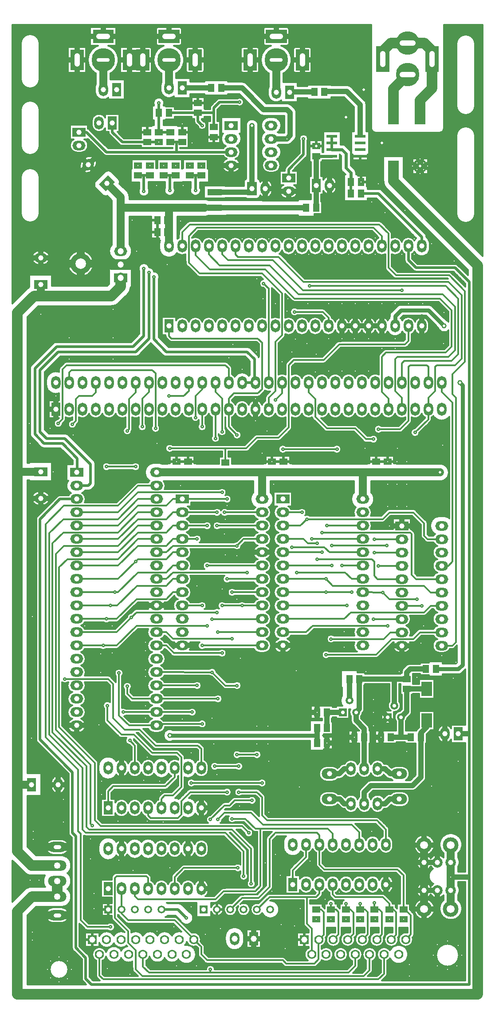
<source format=gtl>
G04 DipTrace 3.3.1.3*
G04 top_dendy_junior_II_rev_2.2.gtl*
%MOMM*%
G04 #@! TF.FileFunction,Copper,L1,Top*
G04 #@! TF.Part,Single*
%AMOUTLINE0*
4,1,16,
0.8839,-0.3889,
1.09697,-0.04977,
1.1418,0.34827,
1.00953,0.7263,
0.7263,1.00953,
0.34827,1.1418,
-0.04977,1.09697,
-0.3889,0.8839,
-0.8839,0.3889,
-1.09697,0.04977,
-1.1418,-0.34827,
-1.00953,-0.7263,
-0.7263,-1.00953,
-0.34827,-1.1418,
0.04977,-1.09697,
0.3889,-0.8839,
0.8839,-0.3889,
0*%
%AMOUTLINE3*
4,1,4,
-0.2475,-1.52027,
-1.52027,-0.2475,
0.2475,1.52027,
1.52027,0.2475,
-0.2475,-1.52027,
0*%
%AMOUTLINE6*
4,1,4,
0.9,-1.25,
-0.9,-1.25,
-0.9,1.25,
0.9,1.25,
0.9,-1.25,
0*%
%AMOUTLINE9*
4,1,16,
0.9,0.35,
0.81087,0.7405,
0.56113,1.05363,
0.20027,1.22743,
-0.20027,1.22743,
-0.56113,1.05363,
-0.81087,0.7405,
-0.9,0.35,
-0.9,-0.35,
-0.81087,-0.7405,
-0.56113,-1.05363,
-0.20027,-1.22743,
0.20027,-1.22743,
0.56113,-1.05363,
0.81087,-0.7405,
0.9,-0.35,
0.9,0.35,
0*%
%AMOUTLINE12*
4,1,4,
2.0,-1.3,
-2.0,-1.3,
-2.0,1.3,
2.0,1.3,
2.0,-1.3,
0*%
%AMOUTLINE15*
4,1,4,
1.3,2.0,
1.3,-2.0,
-1.3,-2.0,
-1.3,2.0,
1.3,2.0,
0*%
%ADD14C,0.3*%
%ADD15C,1.5*%
%ADD16C,0.5*%
%ADD17C,1.0*%
%ADD19C,2.0*%
%ADD45C,4.0*%
%ADD57C,0.7*%
%ADD58C,1.16833*%
%ADD59C,0.9*%
%ADD60C,1.15*%
%ADD61C,3.2*%
%ADD62C,0.8*%
%ADD63C,1.25*%
%ADD64C,1.2*%
G04 #@! TA.AperFunction,Conductor*
%ADD18C,0.75*%
%ADD20C,0.6*%
%ADD24R,1.3X1.5*%
%ADD26R,2.0X2.75*%
G04 #@! TA.AperFunction,ComponentPad*
%ADD27R,1.8X2.5*%
%ADD28O,1.8X2.5*%
%ADD29R,2.5X1.8*%
%ADD30O,2.5X1.8*%
%ADD31R,1.5X1.3*%
G04 #@! TA.AperFunction,ComponentPad*
%ADD32R,1.778X1.778*%
%ADD33C,1.778*%
%ADD34R,1.5X1.5*%
%ADD35C,1.5*%
%ADD36R,2.7X1.15*%
G04 #@! TA.AperFunction,ComponentPad*
%ADD37R,4.0X2.6*%
%ADD38R,2.6X4.0*%
%ADD39C,4.5*%
%ADD40R,2.5X5.0*%
%ADD41C,6.0*%
%ADD42O,5.5X12.0*%
%ADD43C,7.0*%
%ADD44O,5.5X17.0*%
%ADD46O,5.5X20.0*%
%ADD47O,3.5X2.0*%
%ADD48O,3.0X2.0*%
%ADD49C,2.0*%
%ADD50C,3.0*%
%ADD53R,2.0X0.6*%
%ADD56R,2.0X2.0*%
G04 #@! TA.AperFunction,ComponentPad*
%ADD132OUTLINE0*%
%ADD135OUTLINE3*%
%ADD138OUTLINE6*%
%ADD141OUTLINE9*%
%ADD144OUTLINE12*%
%ADD147OUTLINE15*%
%FSLAX35Y35*%
G04*
G71*
G90*
G75*
G01*
G04 Top*
%LPD*%
X3651377Y4699397D2*
D14*
Y4556400D1*
X3699033Y4508743D1*
X4222963D1*
X4286470Y4572250D1*
Y4826277D1*
X4461113Y5000920D1*
X5159687D1*
Y9065507D2*
X5826347D1*
X2889377Y4699397D2*
Y5016850D1*
X2984583Y5112057D1*
X3984813D1*
X4159457Y5286700D1*
Y5461317D1*
X4159377Y5461397D1*
X4667377D2*
Y5826640D1*
X4604003Y5890013D1*
X3794293D1*
X3492637Y6191670D1*
X3206857D1*
X2984583Y6413943D1*
Y7064887D1*
X2889323Y7160147D1*
X2063737D1*
X1936723Y12034283D2*
X2016107Y12113667D1*
Y13066267D1*
X2095490Y13145650D1*
X5127933D1*
X5191093Y13082490D1*
Y12812190D1*
X5191097Y12812187D1*
X2286010Y10335560D2*
X3079923D1*
X3460883Y10716520D1*
X5064427D1*
X4937093Y11748823D2*
Y12304187D1*
X5112030Y10335507D2*
X5826347D1*
X2286010Y10081560D2*
X3079950D1*
X3460883Y10462493D1*
X4000690D1*
X4127703Y10589507D1*
X4302347D1*
X4683093Y12304187D2*
Y11970777D1*
X5159687Y10589507D2*
X4302347D1*
X2286010Y9827560D2*
X3079977D1*
X3460883Y10208467D1*
X4000690D1*
X4127730Y10335507D1*
X4302347D1*
X4969167D2*
X4302347D1*
X2286010Y9573560D2*
X3080003D1*
X3460883Y9954440D1*
X4000690D1*
X4127757Y10081507D1*
X4302347D1*
X4778647D2*
X4302347D1*
X2286010Y9319560D2*
X3080030D1*
X3460883Y9700413D1*
X4000690D1*
X4127783Y9827507D1*
X4302347D1*
X4588127D2*
X4302347D1*
X2286010Y9065560D2*
X3080057D1*
X3413253Y9398757D1*
X3460883Y9446387D1*
X4000690D1*
X4127810Y9573507D1*
X4302347D1*
X2286010Y8811560D2*
X3016337D1*
X3080083D1*
X3460883Y9192360D1*
X4000690D1*
X4127837Y9319507D1*
X4302347D1*
X2286010Y8557560D2*
X2936953D1*
X3064233D1*
X3445007Y8938333D1*
X4000690D1*
X4127863Y9065507D1*
X4302347D1*
X2286010Y8303560D2*
X2857570D1*
X3048383D1*
X3429130Y8684307D1*
X4000690D1*
X4127890Y8811507D1*
X4302347D1*
X2286010Y8049560D2*
X3048410D1*
X3333870Y8335020D1*
X3413253Y11208697D2*
X2857570D1*
X3333870Y8335020D2*
X3429130Y8430280D1*
X4969167D1*
Y10081507D2*
X5826347D1*
X2286010Y7795560D2*
X2794063D1*
X3048437D1*
X3429130Y8176253D1*
X4778647D1*
Y9319507D2*
X5826347D1*
X2206627Y12018407D2*
X2270133Y12081913D1*
Y12494707D1*
X2333640Y12558213D1*
X2587667D1*
X2651093Y12621640D1*
Y12812187D1*
X4048343Y18432580D2*
D15*
Y18416703D1*
X4048320D1*
Y18966933D1*
X2794090Y18400827D2*
Y18966907D1*
X2794063Y18966933D1*
X6302807Y17464103D2*
D17*
X6366313Y17527610D1*
Y17956280D1*
X6302807Y18019787D1*
X5858260D1*
X5445467Y18432580D1*
X5048030D1*
X6001070Y17464130D2*
X6302807Y17464103D1*
X4604003Y17956280D2*
D16*
X4047800D1*
X4683387Y17718130D2*
X4604003Y17797513D1*
Y17956280D1*
X5397837Y18162677D2*
X5016797D1*
X4905660Y18051540D1*
Y17956280D1*
Y17686377D1*
X6334560Y16717900D2*
Y16876667D1*
X6620340Y17162447D1*
Y17464103D1*
X4604003Y17956280D2*
X4905660D1*
X4302347Y17401117D2*
X4080073D1*
X4191210D1*
Y17210077D1*
X2857570D1*
X2476530Y17591117D1*
X2333640D1*
X5239070Y17210130D2*
X4191210D1*
Y17401117D2*
X4302347D1*
X4667770Y16955790D2*
Y16940433D1*
X4175593Y16955790D2*
X4175333D1*
X3683157Y16956050D2*
D3*
X3461143Y16955790D2*
D3*
X4445497Y16956310D2*
Y16955790D1*
X3953060Y16956050D2*
D3*
X3857800Y17401117D2*
X3635527D1*
X3158707D1*
X2968707Y17591117D1*
Y17765760D1*
X3857800Y17400597D2*
Y17401117D1*
X4858030Y18432580D2*
D17*
X4302347D1*
X5636073Y16511497D2*
Y16446340D1*
X4921537D1*
X3857800Y17591117D2*
D16*
X4080073D1*
X3857800Y17956280D2*
Y17591117D1*
X5636073Y16511497D2*
D17*
Y17717523D1*
X3857800Y18146800D2*
D16*
Y17956280D1*
X8668430Y6048797D2*
D17*
X8477910D1*
X8286870D1*
X8477910D2*
Y6429820D1*
X8477883D1*
X8589047Y6969627D2*
Y6540983D1*
X8477883Y6429820D1*
X8970087Y6969627D2*
X8589047D1*
X8858430Y6048797D2*
Y6127643D1*
X8970087Y6239300D1*
Y6366267D1*
X7779310Y4778647D2*
Y5000893D1*
X7906350Y5127933D1*
X8700183D1*
X8858430Y5286180D1*
Y6048797D1*
X7779337Y6048780D2*
Y6207547D1*
X7620543Y6366340D1*
Y6525080D1*
X7683557Y7160147D2*
Y6588093D1*
X7620543Y6525080D1*
X7683557Y7160147D2*
X8350883Y7159627D1*
X8589047D1*
Y7287160D1*
X8652553Y7350667D1*
X8954210D1*
X8350883Y6652020D2*
Y7159627D1*
X7779337Y6048780D2*
Y5445493D1*
X7779310Y5445467D1*
X7366543Y6525080D2*
X7064627D1*
Y6223700D1*
Y6524837D2*
D16*
Y6223700D1*
X4064197Y6080533D2*
D18*
X6874627D1*
Y6223700D1*
D17*
Y5937920D1*
X3397377Y3159360D2*
D14*
Y3016337D1*
X3460883Y2952830D1*
X4937413D1*
X5096180Y3111597D1*
X5699493D1*
X5794753Y3206857D1*
Y4302347D1*
X5699493D1*
X5508973Y4492867D1*
X5254947D1*
X5064427Y11875517D2*
Y12510583D1*
X4937093Y12637917D1*
Y12812187D1*
X5794753Y4302347D2*
X7080763D1*
X7175943Y4207167D1*
Y4000610D1*
X3810010Y8049560D2*
X4000370D1*
X4126023Y7923907D1*
X5254947D1*
X5826347Y8811507D2*
X5254947D1*
X3810010Y7795560D2*
X4000343D1*
X4143580Y7652323D1*
X5064427D1*
Y8557507D2*
X5826347D1*
X4683093Y12812187D2*
Y12684933D1*
X4556373Y12558213D1*
Y12145420D1*
X5445467Y8557507D2*
X5826347D1*
X4985043Y4476990D2*
X5112057Y4604003D1*
X5620110D1*
X5842383Y4381730D1*
X7541187D1*
X7683943Y4238973D1*
Y4000610D1*
X4302347Y8557507D2*
X4683387D1*
X4048320Y12558213D2*
X4334100D1*
X4429093Y12653207D1*
Y12812183D1*
X4429097Y12812187D1*
X5731247Y5715370D2*
X5350207D1*
Y7033133D2*
X5127933D1*
X4873907Y7287160D1*
Y8300233D2*
X5826347D1*
Y8303507D1*
X3810010Y7287560D2*
X4873907Y7287160D1*
X4921537Y5493097D2*
X5381960D1*
Y5000920D2*
X5731247D1*
X5826507Y4905660D1*
Y4556373D1*
X5921767Y4461113D1*
X8017487D1*
X8191943Y4286657D1*
Y4000610D1*
X3810010Y7033563D2*
X4588127D1*
X3810010Y6779560D2*
X3349293D1*
X3254487Y6874367D1*
Y7017257D1*
X3540267Y11970777D2*
Y12510583D1*
X3667093Y12637410D1*
Y12812183D1*
X3667097Y12812187D1*
X3810010Y6779560D2*
X4985043D1*
Y8049507D2*
X5826347D1*
X3810010Y6525560D2*
X3175103D1*
X3254487Y11891393D2*
X3286240Y11923147D1*
Y12494707D1*
X3413093Y12621560D1*
Y12812187D1*
X3810010Y6525560D2*
X4492867D1*
X3810010Y6271563D2*
X3285730D1*
X3095720Y6461573D1*
Y7271283D1*
X3810010Y6271563D2*
Y6302807D1*
X4683387D1*
Y7795507D2*
X5826347D1*
X8335020Y17840173D2*
D19*
Y18416703D1*
X8604923Y18686607D1*
Y19286607D2*
X8284077D1*
X8134923Y19137453D1*
Y18986607D1*
X8604923Y19286607D2*
X8925770D1*
X9073503Y19138873D1*
Y18986423D1*
Y18424860D1*
X8845020Y18196377D1*
Y17840173D1*
X8335020Y16940173D2*
Y16654393D1*
X9944990Y15044423D1*
Y1142890D1*
X1158767D1*
Y2730557D1*
X1432170Y3003960D1*
X1917497D1*
Y3304960D1*
X3127473Y14812700D2*
Y14638057D1*
X2952830Y14463413D1*
X1603313D1*
X1476300D1*
X1158767Y14145880D1*
Y11113410D1*
Y5143810D1*
Y3873677D1*
X1429683Y3602760D1*
X1917497D1*
X1158767Y11113410D2*
D15*
X1603340D1*
X1603313Y14685740D2*
Y14463413D1*
X1428723Y5143810D2*
X1158767D1*
X4064197Y16479750D2*
D16*
Y16766050D1*
X3953060D1*
X4175593Y16765790D2*
X3953320D1*
X3953060Y16766050D1*
X2286010Y10843560D2*
X2508310D1*
X2555913Y10891163D1*
Y11256327D1*
X2063737Y11748503D1*
X1714450D1*
X1587437Y11875517D1*
Y13050390D1*
X1936723Y13399677D1*
X3413253D1*
X3667280Y13653703D1*
Y14907960D1*
X7350320Y13891853D2*
D17*
X7604320D1*
X7858320D1*
X8112317D1*
X3826567Y15908190D2*
D16*
Y15685917D1*
X6017027Y11303437D2*
X6239300D1*
X4413483D2*
X4191210D1*
X8223883D2*
X8001610D1*
X9176457Y3659313D2*
D17*
X8922457D1*
Y3124913D2*
X9176457D1*
X8922457Y3992613D2*
D15*
Y3659313D1*
Y3124913D1*
Y2770213D1*
X7144270Y2761790D2*
D14*
Y2873447D1*
Y2761790D2*
X7240050D1*
X7287160Y2714680D1*
Y2289273D1*
X7187290Y2189403D1*
X5540727Y9192360D2*
X4127703D1*
X4000903Y9065560D1*
X3810010D1*
X2723130Y1905003D2*
Y1499603D1*
X2794063Y1428670D1*
X8049240D1*
X8157587Y1537017D1*
Y1905003D1*
X3143377Y3159360D2*
Y2770077D1*
Y2682900D1*
X3270363Y2555913D1*
X4159457D1*
X4523700Y2191670D1*
X4521430Y2189403D1*
X4525967D1*
X4667510Y2047860D1*
Y1904970D1*
X4778647Y1793833D1*
X6223423D1*
X6286930Y1730327D1*
X6826737D1*
X6906120Y1809710D1*
Y2185033D1*
X6910490Y2189403D1*
X6858490Y2761790D2*
X6954270D1*
X7001380Y2714680D1*
Y2280293D1*
X6910490Y2189403D1*
X3143323Y2762310D2*
X3143377Y2770077D1*
X3651377Y3159360D2*
Y3365650D1*
X3619650Y3397377D1*
X3048090D1*
X3016337Y3365623D1*
Y2603543D1*
X3270363Y2349517D1*
Y2127243D1*
X3413253Y1984353D1*
Y1619190D1*
X3540267Y1492177D1*
X7763460D1*
X7874597Y1603313D1*
Y1898913D1*
X7880687Y1905003D1*
X6921943Y3238610D2*
Y3063913D1*
X6858490Y3000460D1*
X6683847D1*
Y2492407D1*
X6779107Y2397147D1*
Y1910820D1*
X6773290Y1905003D1*
X5731140Y2762310D2*
X5969290Y3000460D1*
X6683847D1*
X6921943Y4000610D2*
Y3619703D1*
X7017257Y3524390D1*
X8414403D1*
X8525540Y3413253D1*
Y2761790D1*
X8557813D1*
X8668430Y2651173D1*
Y2286243D1*
X8571590Y2189403D1*
X6921943Y4000610D2*
Y4175387D1*
X6874367Y4222963D1*
X6080533D1*
X5969397Y4111827D1*
Y3190980D1*
X5763000Y2984583D1*
X5445413D1*
X5223140Y2762310D1*
X7175943Y3238610D2*
Y3048170D1*
X7223653Y3000460D1*
X8128623D1*
X8255637Y2873447D1*
Y2761790D1*
X8335540D1*
X8382650Y2714680D1*
Y2277260D1*
X8294793Y2189403D1*
X7969857Y2889323D2*
Y2761790D1*
X8065637D1*
X8112747Y2714680D1*
Y2284257D1*
X8017893Y2189403D1*
X7699953Y2873447D2*
Y2761790D1*
X7795733D1*
X7842843Y2714680D1*
Y2291253D1*
X7740993Y2189403D1*
X7430050Y2873447D2*
Y2761790D1*
X7509953D1*
X7572940Y2698803D1*
Y2298153D1*
X7464190Y2189403D1*
X3810010Y10081560D2*
X3460990D1*
X3079843Y9700413D1*
X2047860D1*
X1889093Y9541647D1*
Y6191670D1*
X2555913Y5524850D1*
Y4397607D1*
X2587667Y4365853D1*
X6667943Y4000610D2*
Y3762513D1*
X6413943Y3508513D1*
Y3238610D1*
X5572480Y4222963D2*
X5445467Y4349977D1*
X2746433D1*
X2635297Y4461113D1*
Y5556603D1*
X1952600Y6239300D1*
Y9287620D1*
X2111367Y9446387D1*
X3079843D1*
X3461017Y9827560D1*
X3810010D1*
X3397377Y5461397D2*
Y5890013D1*
X3302117Y5985273D1*
X3794293Y11939023D2*
Y12986883D1*
X3730787Y13050390D1*
X2190750D1*
X2143097Y13002737D1*
Y12812187D1*
X4159377Y3159360D2*
Y3381420D1*
X4334100Y3556143D1*
X5366083D1*
X8620320Y13891853D2*
Y13605593D1*
X8557293Y13542567D1*
X7303037D1*
X7001380Y13240910D1*
X6429820D1*
X6334560Y13145650D1*
Y11954900D1*
X6144040Y11764380D1*
X5731247D1*
X5524850Y11557983D1*
X5127933D1*
X4064197D1*
X5127933Y11288080D2*
Y11557983D1*
X4842153Y4476990D2*
X5112057Y4746893D1*
X5207317D1*
X5302577Y4842153D1*
X5635987D1*
X3810010Y10843560D2*
X3460910D1*
X3079843Y10462493D1*
X2047860D1*
X1698573Y10113207D1*
Y6048780D1*
X2317763Y5429590D1*
Y4254717D1*
X2365393Y4207087D1*
Y2555913D1*
X2492407Y2428900D1*
X2936953D1*
X3553627Y1905003D2*
Y1669337D1*
X3667280Y1555683D1*
X4842153D1*
X7477680D1*
X7604693Y1682697D1*
Y1904097D1*
X7603787Y1905003D1*
X4842153Y1619190D2*
Y1555683D1*
X3810010Y10589560D2*
X3460937D1*
X3079843Y10208467D1*
X2031983D1*
X1762080Y9938563D1*
Y6096410D1*
X2397147Y5461343D1*
Y4286470D1*
X2460653Y4222963D1*
X5127933D1*
X5477220Y3873677D1*
Y3397377D1*
X3810010Y10335560D2*
X3460963D1*
X3079843Y9954440D1*
X2031983D1*
X1825587Y9748043D1*
Y6144040D1*
X2476530Y5493097D1*
Y4334100D1*
X2524160Y4286470D1*
X5254947D1*
X5620110Y3921307D1*
Y3254487D1*
X7541187Y8811507D2*
X7049010D1*
X6223423D1*
X7049010Y7620570D2*
X8001610D1*
X8303267Y7922227D1*
X8716060D1*
X8843283Y8049450D1*
X9255787D1*
X7350667Y9319560D2*
X7747370D1*
X7747423Y9319507D1*
X7144270Y7922227D2*
X8144500D1*
X8271723Y8049450D1*
X8493787D1*
X7049010Y9065507D2*
X6223423D1*
X9255787Y8811450D2*
X9049340D1*
X8922457Y8938333D1*
X7176183D1*
X7049010Y9065507D1*
X7160147Y9319507D2*
X6223423D1*
X7160147Y9706300D2*
X8208007D1*
X6969097Y9573507D2*
X6223423D1*
X9255787Y9065450D2*
X8763587D1*
X8684307Y9144730D1*
Y9922687D1*
X8652553Y9954440D1*
X6969097D1*
X6874367Y9748043D2*
X6699723D1*
X6620260Y9827507D1*
X6223423D1*
X8493787Y9065450D2*
X8033260D1*
X7969857Y9128853D1*
Y9398757D1*
X7922227Y9446387D1*
X6874367D1*
X6683847Y10208467D2*
X8128623D1*
X8255637Y10335480D1*
X8716060D1*
X8922457Y10129083D1*
Y9890933D1*
X8985940Y9827450D1*
X9255787D1*
X6683847Y10208467D2*
X6556887Y10081507D1*
X6223423D1*
X8493787Y9827453D2*
X7969857D1*
X7953980Y11732627D2*
X7811090D1*
X7604693Y11939023D1*
X7064887D1*
X6842613Y12161297D1*
Y12494707D1*
X6715097Y12622223D1*
Y12812187D1*
X7747423Y10081507D2*
X7064887D1*
X6223423Y11542107D2*
X7255407D1*
X4476990Y5175563D2*
X5826507D1*
X4556320Y15415853D2*
Y15241423D1*
X4826277Y14971467D1*
X5890013D1*
X6445697Y14415783D1*
X9224113D1*
X9446387Y14193510D1*
Y13494937D1*
X9335250Y13383800D1*
X8192130D1*
X8112747Y13304417D1*
Y12637597D1*
X8239093Y12511250D1*
Y12304187D1*
X8779567Y8684307D2*
X8255637D1*
X8128623Y8811320D1*
X7747423Y8811507D2*
X8128623Y8811320D1*
X4810320Y15415853D2*
Y15257327D1*
X5016797Y15050850D1*
X5969397D1*
X6525080Y14495167D1*
X9271743D1*
X9509893Y14257017D1*
Y13431430D1*
X9382880Y13304417D1*
X8414403D1*
X8366773Y13256787D1*
Y12653473D1*
X8493093Y12527153D1*
Y12304190D1*
X8493097Y12304187D1*
X8493787Y8303450D2*
X7953980D1*
X7445927Y8557507D2*
X6223423D1*
X5064320Y15415853D2*
Y15257353D1*
X5175563Y15146110D1*
X6032903D1*
X6604463Y14574550D1*
X8493787D1*
X9255787Y8557453D2*
X9049630D1*
X8922457Y8430280D1*
X7525310D1*
X7398590Y8303560D1*
X6223477D1*
X6223423Y8303507D1*
X5318320Y15415853D2*
Y15257380D1*
X5366083Y15209617D1*
X6144040D1*
X6620340Y14733317D1*
X9382880D1*
X9636907Y14479290D1*
Y13272663D1*
X9509893Y13145650D1*
X9160607D1*
X9128853Y13113897D1*
Y12653473D1*
X9001093Y12525713D1*
Y12304187D1*
X8493787Y8557453D2*
X8874827D1*
X8747813Y11859640D2*
X9001093Y12112920D1*
Y12304187D1*
X8223883Y8176253D2*
X6794983D1*
X6668290Y8049560D1*
X6223477D1*
X6223423Y8049507D1*
X9255787Y9319453D2*
X9382960D1*
X9462263Y9398757D1*
Y12431200D1*
X9255097Y12638367D1*
Y12812187D1*
X8493787Y9319453D2*
X8049240D1*
Y11923147D2*
X8462033D1*
X8620800Y12081913D1*
Y13113897D1*
X8652553Y13145650D1*
X8970087D1*
X9001093Y13114643D1*
Y12812187D1*
X6731477Y14653933D2*
X9335250D1*
X9573400Y14415783D1*
Y13352047D1*
X9446387Y13225033D1*
X8541417D1*
X8493093Y13176710D1*
Y12812190D1*
X8493097Y12812187D1*
X8493787Y9573453D2*
X7969857D1*
X5858260Y14701563D2*
X5953097Y14606727D1*
Y12812187D1*
X6779107Y9827507D2*
X7747423D1*
X8366320Y13891853D2*
D18*
Y14081920D1*
X8477910Y14193510D1*
X9001840D1*
X9303497Y13891853D1*
X9605153Y12812240D2*
X9652783Y12764610D1*
Y7430050D1*
X9573400Y7350667D1*
X9144210D1*
X7096320Y13891853D2*
D14*
Y14050940D1*
X6985503Y14161757D1*
X6445697D1*
X2873447Y6652093D2*
Y6366313D1*
X3143350Y6096410D1*
X3381500D1*
X3730787Y5747123D1*
X4207087D1*
X4286470Y5667740D1*
Y5096180D1*
X4127703Y4937413D1*
X3968937D1*
X3905377Y4873853D1*
Y4699397D1*
X4302320Y15415853D2*
Y15685890D1*
X4445237Y15828807D1*
X8065117D1*
X8239760Y15654163D1*
Y15003220D1*
X8382650Y14860330D1*
X9398757D1*
X9700413Y14558673D1*
Y13209157D1*
X9462263Y12971007D1*
Y12589967D1*
X9525770Y12526460D1*
Y7858720D1*
X9462503Y7795453D1*
X9255787D1*
X8112317Y15415853D2*
Y15606963D1*
X7953980Y15765300D1*
X4588127D1*
X4429360Y15606533D1*
Y15098480D1*
X4635757Y14892083D1*
X5826507D1*
X6207547Y14511043D1*
Y13717210D1*
X6080533Y13590197D1*
Y12653473D1*
X5953093Y12526033D1*
Y12304190D1*
X5953097Y12304187D1*
X6398067Y9668660D2*
X7017257D1*
X7112410Y9573507D1*
X7747423D1*
X7112517Y4867607D2*
D17*
X7309337D1*
X7398297Y4778647D1*
X7525310D1*
X7112517Y5350207D2*
X7303037D1*
X7398297Y5445467D1*
X7525310D1*
X8446157Y4867607D2*
X8265213D1*
X8176253Y4778647D1*
X8033310D1*
X8446157Y5350207D2*
X8271513D1*
X8176253Y5445467D1*
X8033310D1*
X3810010Y9573560D2*
D14*
X4000850D1*
X4127703Y9700413D1*
X5350207D1*
Y11812010D2*
X5191093Y11971123D1*
Y12304183D1*
X5191097Y12304187D1*
X4048320Y13891853D2*
Y13701333D1*
X4095950Y13653703D1*
X5747123D1*
X5826507Y13574320D1*
Y12685227D1*
X5747123Y12605843D1*
X5286700D1*
X5191093Y12510237D1*
Y12304190D1*
X5826347Y9827507D2*
X5477300D1*
X5350207Y9700413D1*
X8620320Y15415853D2*
D16*
Y15146590D1*
X8763690Y15003220D1*
X9509893D1*
X9779797Y14733317D1*
Y6112287D1*
Y3381500D1*
Y1333410D1*
X2571790D1*
X2460653Y1444547D1*
Y1841463D1*
X2270133Y2031983D1*
Y4159457D1*
X2206627Y4222963D1*
Y5381960D1*
X1587437Y6001150D1*
Y10208467D1*
X1968530Y10589560D1*
X2286010D1*
X9573403Y6112287D2*
D17*
X9748043D1*
D16*
X9779797D1*
X9430457Y3659313D2*
D15*
Y3124913D1*
Y2770213D2*
Y3124913D1*
X9431030Y3381500D2*
D17*
X9748043D1*
D16*
X9779797D1*
X9430457Y3992613D2*
D15*
Y3659313D1*
X5445097Y12812187D2*
D16*
X5699093D1*
X4556373Y16479750D2*
Y16766310D1*
X4445497D1*
X4667770Y16765790D2*
X4446017D1*
X4445497Y16766310D1*
X5445097Y12812187D2*
X5683617D1*
Y13256787D1*
X5540727Y13399677D1*
X4000690D1*
X3762540Y13637827D1*
Y14828577D1*
X3572020Y16463873D2*
Y16766050D1*
X3683157D1*
X3461403D1*
X3461143Y16765790D1*
X2286010Y11097560D2*
X2301887D1*
Y11367463D1*
X2016107Y11653243D1*
X1666820D1*
X1492177Y11827887D1*
Y13082143D1*
X1904970Y13494937D1*
X3365623D1*
X3572020Y13701333D1*
Y14987343D1*
X6588587Y10335560D2*
D14*
X6223477D1*
X6223423Y10335507D1*
X7160147Y17130733D2*
D20*
X6858490Y17130693D1*
X6857970Y16146340D2*
D17*
Y16574490D1*
X6858490Y16575010D1*
Y17130693D1*
Y2571790D2*
D14*
D3*
X7144270D2*
D3*
X7430050D2*
D3*
X7699953D2*
D3*
X7969857D2*
X7985733D1*
X8255637D2*
D3*
X8525540D2*
D3*
X7493543Y6747280D2*
D17*
Y7160147D1*
X7493557D1*
X4921537Y16146340D2*
X6667970D1*
X4384230Y2601043D2*
D16*
X4222963Y2762310D1*
X3905323D1*
X2867493Y16612713D2*
D15*
X3127473Y16352733D1*
Y16146340D1*
X4048320D1*
Y15908553D1*
Y15685917D1*
Y15415853D1*
Y16146340D2*
X4731017D1*
D17*
X4921537D1*
X3127473Y15320700D2*
D15*
Y16146340D1*
X4016567Y15685917D2*
D17*
X4048320D1*
Y15908553D2*
X4016930D1*
X4016567Y15908190D1*
X9224113Y11097560D2*
D15*
X8223883D1*
X8001610D1*
X7747423D1*
X6239300D1*
X6017027D1*
X5826347D1*
X5133937D1*
X4413483D1*
X4191210D1*
X3810010D1*
X5826347Y10589507D2*
Y11097560D1*
X7747423Y10589507D2*
Y11097560D1*
X4191210Y11113437D2*
D17*
Y11097560D1*
X4413483Y11113437D2*
Y11097560D1*
X5127933Y11098080D2*
X5133937Y11097560D1*
X6017027Y11113437D2*
Y11097560D1*
X6239300Y11113437D2*
Y11097560D1*
X8001610Y11113437D2*
Y11097560D1*
X8223883Y11113437D2*
Y11097560D1*
X6096410Y18966933D2*
D15*
Y18353187D1*
X6096423D1*
X7700147Y17511733D2*
D16*
X7699953D1*
Y17543487D1*
D17*
Y18115047D1*
X7445927Y18369073D1*
X7016997D1*
Y18353457D1*
X6826997D2*
X6350427D1*
Y18353187D1*
X7525830Y16638517D2*
D20*
Y16812640D1*
X7430050Y16908420D1*
Y17178323D1*
X7350640Y17257733D1*
X7160147D1*
D16*
Y17384733D1*
Y17511733D1*
X7525830Y16638517D2*
Y16416763D1*
X7525310Y16416243D1*
X8874317Y15415853D2*
Y15591167D1*
X8049240Y16416243D1*
X7715310D1*
X7747423Y9065507D2*
D14*
X7541027D1*
X7414173Y9192360D1*
X6493327D1*
X6080533Y12478830D2*
X6207097Y12605393D1*
Y12812187D1*
D57*
X5159687Y5000920D3*
Y9065507D3*
X2063737Y7160147D3*
X1936723Y12034283D3*
X5064427Y10716520D3*
X4937093Y11748823D3*
X5112030Y10335507D3*
X5064427Y10716520D3*
X4683093Y11970777D3*
X5159687Y10589507D3*
X4969167Y10335507D3*
X4778647Y10081507D3*
X4588127Y9827507D3*
X3413253Y9398757D3*
X3016337Y8811560D3*
X2936953Y8557560D3*
X2857570Y8303560D3*
X3333870Y8335020D3*
X3413253Y11208697D3*
X2857570D3*
X4969167Y8430280D3*
Y10081507D3*
X2794063Y7795560D3*
X4778647Y8176253D3*
Y9319507D3*
X2206627Y12018407D3*
X6302807Y17464103D3*
D3*
X4683387Y17718130D3*
X5397837Y18162677D3*
X6620340Y17464103D3*
X4667770Y16940433D3*
X4175333Y16955790D3*
X3683157Y16956050D3*
X3461143Y16955790D3*
X4445497D3*
X3953060Y16956050D3*
X3857800Y17400597D3*
D17*
X5636073Y17717523D3*
D57*
X3857800Y18146800D3*
D17*
X4064197Y6080533D3*
D57*
X5254947Y4492867D3*
X5064427Y11875517D3*
X5254947Y7923907D3*
Y8811507D3*
X5064427Y7652323D3*
Y8557507D3*
X4556373Y12145420D3*
X5445467Y8557507D3*
X5064427Y7652323D3*
X4985043Y4476990D3*
X4683387Y8557507D3*
X4048320Y12558213D3*
X5731247Y5715370D3*
X5350207D3*
Y7033133D3*
X4873907Y7287160D3*
Y8300233D3*
X4921537Y5493097D3*
X5381960D3*
Y5000920D3*
X4588127Y7033563D3*
X3254487Y7017257D3*
X3540267Y11970777D3*
X4985043Y6779560D3*
Y8049507D3*
X3175103Y6525560D3*
X3254487Y11891393D3*
X4492867Y6525560D3*
X3095720Y7271283D3*
X4683387Y6302807D3*
Y7795507D3*
X4064197Y16479750D3*
X3667280Y14907960D3*
X7144270Y2873447D3*
X5540727Y9192360D3*
X7969857Y2889323D3*
X7699953Y2873447D3*
X7430050D3*
X2587667Y4365853D3*
X5572480Y4222963D3*
X3302117Y5985273D3*
X3794293Y11939023D3*
X5366083Y3556143D3*
X4064197Y11557983D3*
X4842153Y4476990D3*
X5635987Y4842153D3*
X2936953Y2428900D3*
X4842153Y1619190D3*
X5477220Y3397377D3*
X5620110Y3254487D3*
X7541187Y8811507D3*
X7049010Y7620570D3*
Y8811507D3*
X7350667Y9319560D3*
X7144270Y7922227D3*
X7049010Y9065507D3*
X7160147Y9319507D3*
X8208007Y9706300D3*
X7160147D3*
X6969097Y9573507D3*
Y9954440D3*
X6874367Y9748043D3*
Y9446387D3*
X6683847Y10208467D3*
D3*
X7969857Y9827453D3*
X7953980Y11732627D3*
X7064887Y10081507D3*
X6223423Y11542107D3*
X7255407D3*
X4476990Y5175563D3*
X5826507D3*
X8779567Y8684307D3*
X8128623Y8811320D3*
X7953980Y8303450D3*
X7445927Y8557507D3*
X8493787Y14574550D3*
X8874827Y8557453D3*
X8747813Y11859640D3*
X8223883Y8176253D3*
X8049240Y9319453D3*
Y11923147D3*
Y9319453D3*
X6731477Y14653933D3*
X7969857Y9573453D3*
X5858260Y14701563D3*
X6779107Y9827507D3*
D17*
X9303497Y13891853D3*
X9605153Y12812240D3*
D57*
X6445697Y14161757D3*
X2873447Y6652093D3*
X6398067Y9668660D3*
X5350207Y9700413D3*
Y11812010D3*
X9431030Y3381500D3*
X4556373Y16479750D3*
X3762540Y14828577D3*
X3572020Y16463873D3*
Y14987343D3*
X6588587Y10335560D3*
X6858490Y2571790D3*
X7144270D3*
X7430050D3*
X7699953D3*
X7985733D3*
X8255637D3*
X8525540D3*
X4384230Y2601043D3*
X6493327Y9192360D3*
X6080533Y12478830D3*
X3365623Y3508513D3*
X4016567Y15066727D3*
X6969627Y15257247D3*
X7223653D3*
X7477680D3*
X7731707D3*
X8493787D3*
D17*
X8843073Y16940173D3*
D57*
X2984583Y14209387D3*
X4318223Y16575010D3*
X1603313Y14114127D3*
X3429130Y15320753D3*
X7953980Y6525080D3*
X2444777Y8176253D3*
X5699493Y15558903D3*
X9494017Y15130233D3*
X8731937Y15257247D3*
X9478140Y7176023D3*
X7588817Y13653703D3*
X9065347Y5112057D3*
X9573400Y5588357D3*
X5953520Y15558903D3*
X8985963Y16940173D3*
X8636677Y1492177D3*
Y1714450D3*
X6445697Y2444777D3*
X6271053Y2016107D3*
X5032673Y2397147D3*
X4746893Y2286010D3*
X4476990Y2809940D3*
X5890013Y3651403D3*
X6017027Y3111597D3*
X6556833Y2778187D3*
X1444547Y2333640D3*
Y2174873D3*
X2619420Y3063967D3*
Y2778187D3*
X1460423Y4254717D3*
Y4095950D3*
X3095720Y3699033D3*
X4064197Y3556143D3*
X8843073Y17083063D3*
X1841463Y11113437D3*
X1777957Y11939023D3*
X1381040Y12034283D3*
X8843073Y16797283D3*
X1889093Y12558213D3*
X2143120Y13669580D3*
X2984583D3*
D17*
X9224113Y11097560D3*
D57*
X8700183Y16940173D3*
X2143120Y13256787D3*
X1396917Y11653243D3*
X8049240Y16606763D3*
X7922227Y16257477D3*
X5937643Y6255177D3*
X9573400Y4619880D3*
X7350667Y13653703D3*
X5953520Y4619880D3*
X5731247Y5921767D3*
X7858720Y13653703D3*
X7588817Y6048780D3*
X5731247Y6255177D3*
X7096640Y13653703D3*
Y13034513D3*
X2714680Y6286930D3*
X5127933Y9525770D3*
X5953520Y5588357D3*
X2746433Y7287160D3*
Y7636447D3*
X5112057Y9922687D3*
X4969167Y5334330D3*
X5937643Y5921767D3*
X8096870Y6048780D3*
X9303497Y14145880D3*
X8398527Y10446617D3*
X8414403Y11557983D3*
X9271743Y11621490D3*
X5826507Y11462723D3*
X3826047Y11653243D3*
X3603773Y7334790D3*
Y7207777D3*
Y7858720D3*
Y7699953D3*
Y6652093D3*
Y6413943D3*
X5921767Y11891393D3*
X7811090Y7303037D3*
X8858950Y7842843D3*
X7398297Y8065117D3*
X6477450Y7318913D3*
X6540957Y5096180D3*
X5064427Y8874827D3*
X7953980Y6271070D3*
X5699493Y12081913D3*
X7398297Y7763460D3*
X8255637Y10081453D3*
X8779567Y7191900D3*
X8906580Y8176253D3*
X4873907Y6413943D3*
X2222503Y11812010D3*
X7096640Y14320523D3*
X7350667Y13034513D3*
X6683847Y13558443D3*
X6842613Y13018637D3*
X6461573Y13637827D3*
X6398067Y13399677D3*
X6747353Y3683157D3*
X6461573Y15574780D3*
X4302347Y6398067D3*
X4905660Y5921767D3*
X5397837Y4731017D3*
X5413713Y7557063D3*
X7985733Y15574780D3*
X6175793Y3413253D3*
X6318683Y14415783D3*
X6699723Y14320523D3*
X6461573Y15257247D3*
X7795213Y11557983D3*
X6715600Y15257247D3*
X8731937Y15558903D3*
X3079843Y4445237D3*
X3635527D3*
X2762310Y5207317D3*
Y4953290D3*
X9255867Y7604693D3*
X9525770Y7477680D3*
X2968707Y8176253D3*
Y7652323D3*
X3826047Y2349517D3*
X4143580Y2428900D3*
X2873447Y1635067D3*
X3302117Y1523930D3*
X3572020Y5223193D3*
X3873677Y5207317D3*
X4588127Y8938333D3*
X5350207Y8684307D3*
X4270593Y10843533D3*
X5159687Y10462493D3*
X6874367Y6525080D3*
X7064887Y5937643D3*
X5350207Y9509893D3*
X2555913Y4111827D3*
Y3730787D3*
X3937183Y4429360D3*
X7715830Y16638517D3*
X7922227Y4254717D3*
X7033133Y2952830D3*
X1396917Y3317993D3*
X4191210Y1682697D3*
X4572250D3*
X9065347Y15463643D3*
X3810170Y16575010D3*
X8557293Y16098710D3*
X4302347Y17749883D3*
X8176253Y16051080D3*
X9367003Y2158997D3*
X4937413Y15558903D3*
X5445467D3*
X6080533Y14320523D3*
X9367003Y1619190D3*
X5191440Y13288540D3*
X6191670Y2476530D3*
X9287620Y13558443D3*
X4191210Y11303957D3*
X7985733Y15257247D3*
X9636907Y1889093D3*
X4492867Y17384720D3*
X6017027Y11303957D3*
X8223883D3*
X4476990Y5747123D3*
X3635527Y5667740D3*
X3889553Y5016797D3*
X8398527Y10875287D3*
X5699493Y12510583D3*
X8366773Y14320523D3*
X8890703D3*
X8366773Y13653703D3*
X7858720Y13034513D3*
X9097100Y1889093D3*
X9541647Y1682697D3*
X9573400Y2079613D3*
X9176483Y1682697D3*
Y2095490D3*
X1952600Y1857340D3*
Y1381040D3*
X2190750Y1619190D3*
X1730327D3*
X2111367Y1444547D3*
Y1777957D3*
X1793833Y1460423D3*
Y1777957D3*
X7953980Y6763230D3*
X2031983Y4858030D3*
Y4429360D3*
X8906580Y16876667D3*
Y17003680D3*
X8779567Y16876667D3*
Y17003680D3*
X5270823Y13542567D3*
X5445467Y13066267D3*
X5715370Y13399677D3*
X8446157Y7303037D3*
D17*
X7763460Y18400827D3*
X8112747Y17384720D3*
X7430050Y17876897D3*
D57*
X7303037Y3095720D3*
X8620800Y14320523D3*
X8112747D3*
X7858720D3*
X7604693D3*
X7350667D3*
X8366773Y13463183D3*
X8112747D3*
X7604693Y13034513D3*
X6858490Y13352047D3*
X6207547Y13209157D3*
X6302807Y14177633D3*
X5842383Y14415783D3*
X2984583Y13256787D3*
X5731247Y14796823D3*
X4270593Y15892313D3*
X3349747Y15908190D3*
X6048780Y10875287D3*
X5127933Y10208467D3*
X8223883Y10875287D3*
X8589047D3*
X8223883Y10446617D3*
X8589047D3*
X8398527Y11303957D3*
X8589047D3*
X1428670Y6032903D3*
X1444547Y8350897D3*
X1571560Y3317993D3*
X6080533Y3810170D3*
X8589047Y5778877D3*
D17*
X6858490Y17321213D3*
X1068030Y19605333D2*
D14*
X7907243D1*
X9301213D2*
X10031970D1*
X1068030Y19575667D2*
X2544860D1*
X3043283D2*
X3809140D1*
X4287520D2*
X5857223D1*
X6335607D2*
X7907243D1*
X9301213D2*
X10031970D1*
X1068030Y19546000D2*
X2544860D1*
X3043283D2*
X3799120D1*
X4297540D2*
X5847207D1*
X6345627D2*
X7907243D1*
X9301213D2*
X10031970D1*
X1068030Y19516333D2*
X2544860D1*
X3043283D2*
X3799120D1*
X4297540D2*
X5847207D1*
X6345627D2*
X7907243D1*
X9301213D2*
X10031970D1*
X1068030Y19486667D2*
X2544860D1*
X3043283D2*
X3799120D1*
X4297540D2*
X5847207D1*
X6345627D2*
X7907243D1*
X9301213D2*
X10031970D1*
X1068030Y19457000D2*
X2544860D1*
X3043283D2*
X3799120D1*
X4297540D2*
X5847207D1*
X6345627D2*
X7907243D1*
X9301213D2*
X10031970D1*
X1068030Y19427333D2*
X2544860D1*
X3043283D2*
X3799120D1*
X4297540D2*
X5847207D1*
X6345627D2*
X7907243D1*
X9301213D2*
X10031970D1*
X1068030Y19397667D2*
X2544860D1*
X3043283D2*
X3799120D1*
X4297540D2*
X5847207D1*
X6345627D2*
X7907243D1*
X9301213D2*
X10031970D1*
X1068030Y19368000D2*
X2544860D1*
X3043283D2*
X3799120D1*
X4297540D2*
X5847207D1*
X6345627D2*
X7907243D1*
X9301213D2*
X10031970D1*
X1068030Y19338333D2*
X2544860D1*
X3043283D2*
X3799120D1*
X4297540D2*
X5847207D1*
X6345627D2*
X7907243D1*
X9301213D2*
X10031970D1*
X1068030Y19308667D2*
X2544860D1*
X3043283D2*
X3799120D1*
X4297540D2*
X5847207D1*
X6345627D2*
X7907243D1*
X9301213D2*
X10031970D1*
X1068030Y19279000D2*
X2544860D1*
X3043283D2*
X3799823D1*
X4296837D2*
X5847907D1*
X6344923D2*
X7907243D1*
X9301213D2*
X10031970D1*
X1068030Y19249333D2*
X2544860D1*
X3043283D2*
X3818457D1*
X4278147D2*
X5866540D1*
X6326233D2*
X7907243D1*
X9301213D2*
X10031970D1*
X1068030Y19219667D2*
X2646403D1*
X2941740D2*
X3900663D1*
X4195997D2*
X5948747D1*
X6244083D2*
X7907243D1*
X9301213D2*
X10031970D1*
X1068030Y19190000D2*
X2114843D1*
X2473283D2*
X2603867D1*
X2984220D2*
X3114860D1*
X3721330D2*
X3858123D1*
X4238480D2*
X4375270D1*
X4721350D2*
X5423397D1*
X5769417D2*
X5906210D1*
X6286623D2*
X6423357D1*
X6769437D2*
X7907243D1*
X9301213D2*
X10031970D1*
X1068030Y19160333D2*
X2114843D1*
X2473283D2*
X2573337D1*
X3014747D2*
X3114860D1*
X3727540D2*
X3827597D1*
X4269007D2*
X4369120D1*
X4727503D2*
X5417187D1*
X5775627D2*
X5875680D1*
X6317093D2*
X6417207D1*
X6775587D2*
X7907243D1*
X9301213D2*
X10031970D1*
X1068030Y19130667D2*
X2114843D1*
X2473283D2*
X2550253D1*
X3037893D2*
X3114860D1*
X3727540D2*
X3804510D1*
X4292150D2*
X4369120D1*
X4727503D2*
X5417187D1*
X5775627D2*
X5852597D1*
X6340237D2*
X6417207D1*
X6775587D2*
X7907243D1*
X9301213D2*
X10031970D1*
X1068030Y19101000D2*
X2114843D1*
X2473283D2*
X2532557D1*
X3055587D2*
X3114860D1*
X3727540D2*
X3786813D1*
X4309847D2*
X4369120D1*
X4727503D2*
X5417187D1*
X5775627D2*
X5834900D1*
X6357930D2*
X6417207D1*
X6775587D2*
X7907243D1*
X9301213D2*
X10031970D1*
X1068030Y19071333D2*
X2114843D1*
X2473283D2*
X2519197D1*
X3068890D2*
X3114860D1*
X3727540D2*
X3773457D1*
X4323147D2*
X4369120D1*
X4727503D2*
X5417187D1*
X5775627D2*
X5821540D1*
X6371233D2*
X6417207D1*
X6775587D2*
X7907243D1*
X9301213D2*
X10031970D1*
X1068030Y19041667D2*
X2114843D1*
X2473283D2*
X2509587D1*
X3078497D2*
X3114860D1*
X3727540D2*
X3763847D1*
X4332757D2*
X4369120D1*
X4727503D2*
X5417187D1*
X5775627D2*
X5811990D1*
X6380843D2*
X6417207D1*
X6775587D2*
X7907243D1*
X9301213D2*
X10031970D1*
X1068030Y19012000D2*
X2114843D1*
X2473283D2*
X2503377D1*
X3084767D2*
X3114860D1*
X3727540D2*
X3757633D1*
X4339027D2*
X4369120D1*
X4727503D2*
X5417187D1*
X5775627D2*
X5805720D1*
X6387110D2*
X6417207D1*
X6775587D2*
X7907243D1*
X9301213D2*
X10031970D1*
X1068030Y18982333D2*
X2114843D1*
X2473283D2*
X2500270D1*
X3087873D2*
X3114860D1*
X3727540D2*
X3754530D1*
X4342130D2*
X4369120D1*
X4727503D2*
X5417187D1*
X5775627D2*
X5802617D1*
X6390217D2*
X6417207D1*
X6775587D2*
X7907243D1*
X9301213D2*
X10031970D1*
X1068030Y18952667D2*
X2114843D1*
X2473283D2*
X2500213D1*
X3087930D2*
X3114860D1*
X3727540D2*
X3754470D1*
X4342190D2*
X4369120D1*
X4727503D2*
X5417187D1*
X5775627D2*
X5802557D1*
X6390277D2*
X6417207D1*
X6775587D2*
X7907243D1*
X9301213D2*
X10031970D1*
X1068030Y18923000D2*
X2114843D1*
X2473283D2*
X2503200D1*
X3084943D2*
X3114860D1*
X3727540D2*
X3757460D1*
X4339200D2*
X4369120D1*
X4727503D2*
X5417187D1*
X5775627D2*
X5805543D1*
X6387287D2*
X6417207D1*
X6775587D2*
X7907243D1*
X9301213D2*
X10031970D1*
X1068030Y18893333D2*
X2114843D1*
X2473283D2*
X2509293D1*
X3078790D2*
X3114860D1*
X3727540D2*
X3763553D1*
X4333050D2*
X4369120D1*
X4727503D2*
X5417187D1*
X5775627D2*
X5811640D1*
X6381133D2*
X6417207D1*
X6775587D2*
X7907243D1*
X9301213D2*
X10031970D1*
X1068030Y18863667D2*
X2114843D1*
X2473283D2*
X2518787D1*
X3069357D2*
X3114860D1*
X3727540D2*
X3773043D1*
X4323617D2*
X4369120D1*
X4727503D2*
X5417187D1*
X5775627D2*
X5821130D1*
X6371700D2*
X6417207D1*
X6775587D2*
X7907243D1*
X9301213D2*
X10031970D1*
X1068030Y18834000D2*
X2114843D1*
X2473283D2*
X2531970D1*
X3056173D2*
X3114860D1*
X3727540D2*
X3786230D1*
X4310430D2*
X4369120D1*
X4727503D2*
X5417187D1*
X5775627D2*
X5834313D1*
X6358517D2*
X6417207D1*
X6775587D2*
X7907243D1*
X9301213D2*
X10031970D1*
X1068030Y18804333D2*
X2114843D1*
X2473283D2*
X2549490D1*
X3038653D2*
X3114860D1*
X3727540D2*
X3803747D1*
X4292913D2*
X4369120D1*
X4727503D2*
X5417187D1*
X5775627D2*
X5851833D1*
X6340997D2*
X6417207D1*
X6775587D2*
X7907243D1*
X9301213D2*
X10031970D1*
X1068030Y18774667D2*
X2114843D1*
X2473283D2*
X2572343D1*
X3015743D2*
X3114860D1*
X3727540D2*
X3826600D1*
X4270003D2*
X4369120D1*
X4727503D2*
X5417187D1*
X5775627D2*
X5874687D1*
X6318087D2*
X6417207D1*
X6775587D2*
X7907243D1*
X9301213D2*
X10031970D1*
X1068030Y18745000D2*
X2114843D1*
X2473283D2*
X2602517D1*
X2985570D2*
X3114860D1*
X3721973D2*
X3856777D1*
X4239827D2*
X4374687D1*
X4721993D2*
X5422753D1*
X5770060D2*
X5904860D1*
X6287913D2*
X6422770D1*
X6770080D2*
X7907243D1*
X9301213D2*
X10031970D1*
X1068030Y18715333D2*
X2644470D1*
X2943673D2*
X3898730D1*
X4197930D2*
X5946813D1*
X6246017D2*
X7907243D1*
X9301213D2*
X10031970D1*
X1068030Y18685667D2*
X2649860D1*
X2938283D2*
X3904120D1*
X4192540D2*
X5952207D1*
X6240627D2*
X7907243D1*
X9301213D2*
X10031970D1*
X1068030Y18656000D2*
X2649860D1*
X2938283D2*
X3904120D1*
X4192540D2*
X5952207D1*
X6240627D2*
X7907243D1*
X9301213D2*
X10031970D1*
X1068030Y18626333D2*
X2649860D1*
X2938283D2*
X3904120D1*
X4192540D2*
X5952207D1*
X6240627D2*
X7907243D1*
X9301213D2*
X10031970D1*
X1068030Y18596667D2*
X2649860D1*
X2938283D2*
X3904120D1*
X4461543D2*
X5952207D1*
X6240627D2*
X7907243D1*
X9301213D2*
X10031970D1*
X1068030Y18567000D2*
X2649860D1*
X3207287D2*
X3904120D1*
X4461543D2*
X4723847D1*
X5182247D2*
X5952207D1*
X6240627D2*
X7907243D1*
X9301213D2*
X10031970D1*
X1068030Y18537333D2*
X2649860D1*
X3207287D2*
X3904120D1*
X5498770D2*
X5952207D1*
X6509630D2*
X7907243D1*
X9301213D2*
X10031970D1*
X1068030Y18507667D2*
X2649860D1*
X3207287D2*
X3894393D1*
X5537737D2*
X5952207D1*
X6509630D2*
X7907243D1*
X9301213D2*
X10031970D1*
X1068030Y18478000D2*
X2640663D1*
X3207287D2*
X3889470D1*
X5567383D2*
X5952207D1*
X6509630D2*
X6692770D1*
X7489377D2*
X7907243D1*
X9301213D2*
X10031970D1*
X1068030Y18448333D2*
X2635390D1*
X3207287D2*
X3889120D1*
X5597033D2*
X5949277D1*
X7534027D2*
X7907243D1*
X9301213D2*
X10031970D1*
X1068030Y18418667D2*
X2634860D1*
X3207287D2*
X3889120D1*
X5626740D2*
X5940253D1*
X7563673D2*
X7907303D1*
X9301213D2*
X10031970D1*
X1068030Y18389000D2*
X2634860D1*
X3207287D2*
X3889353D1*
X5656390D2*
X5937207D1*
X7593323D2*
X7907303D1*
X9301213D2*
X10031970D1*
X1068030Y18359333D2*
X2635037D1*
X3207287D2*
X3893923D1*
X5686037D2*
X5937207D1*
X7622970D2*
X7907303D1*
X9301213D2*
X10031970D1*
X1068030Y18329667D2*
X2639140D1*
X3207287D2*
X3904707D1*
X5715687D2*
X5937207D1*
X7652677D2*
X7907303D1*
X9301213D2*
X10031970D1*
X1068030Y18300000D2*
X2649450D1*
X3207287D2*
X3923397D1*
X4461543D2*
X4723847D1*
X5182247D2*
X5410740D1*
X5745393D2*
X5938260D1*
X7682327D2*
X7907303D1*
X9301213D2*
X10031970D1*
X1068030Y18270333D2*
X2667497D1*
X3207287D2*
X3954743D1*
X4461543D2*
X5440390D1*
X5775040D2*
X5944707D1*
X7711973D2*
X7907303D1*
X9301213D2*
X10031970D1*
X1068030Y18240667D2*
X2697617D1*
X3207287D2*
X3816990D1*
X3898633D2*
X4479803D1*
X4728207D2*
X5372243D1*
X5423420D2*
X5470037D1*
X5804690D2*
X5957830D1*
X7151173D2*
X7407030D1*
X7741680D2*
X7907303D1*
X9301213D2*
X10031970D1*
X1068030Y18211000D2*
X2770447D1*
X2817757D2*
X2888867D1*
X3207287D2*
X3776560D1*
X3939007D2*
X4479803D1*
X4728207D2*
X4961443D1*
X5466077D2*
X5499687D1*
X5834397D2*
X5979803D1*
X6509630D2*
X7436677D1*
X7771330D2*
X7907303D1*
X9301213D2*
X10031970D1*
X1068030Y18181333D2*
X3759687D1*
X3955940D2*
X4479803D1*
X4728207D2*
X4931737D1*
X5479847D2*
X5529393D1*
X5864043D2*
X6018123D1*
X6174710D2*
X6191227D1*
X6509630D2*
X7466327D1*
X7798400D2*
X7907303D1*
X9301213D2*
X10031970D1*
X1068030Y18151667D2*
X3753710D1*
X3961857D2*
X4479803D1*
X4728207D2*
X4902087D1*
X5481310D2*
X5559040D1*
X5893693D2*
X7495973D1*
X7813223D2*
X7907303D1*
X9301213D2*
X10031970D1*
X1068030Y18122000D2*
X3756697D1*
X3958927D2*
X4479803D1*
X4728207D2*
X4872440D1*
X5471117D2*
X5588690D1*
X6361097D2*
X7525680D1*
X7818967D2*
X7907303D1*
X9301213D2*
X10031970D1*
X1068030Y18092333D2*
X3723593D1*
X3991973D2*
X4479803D1*
X4728207D2*
X4844313D1*
X5441407D2*
X5618397D1*
X6397600D2*
X7555330D1*
X7819143D2*
X7907303D1*
X9301213D2*
X10031970D1*
X1068030Y18062667D2*
X3723593D1*
X4162013D2*
X4479803D1*
X4728207D2*
X4832360D1*
X5020470D2*
X5648043D1*
X6427247D2*
X7580760D1*
X7819143D2*
X7907303D1*
X9301213D2*
X10031970D1*
X1068030Y18033000D2*
X3723593D1*
X4162013D2*
X4479803D1*
X4728207D2*
X4831483D1*
X4990823D2*
X5677693D1*
X6456603D2*
X7580760D1*
X7819143D2*
X7907303D1*
X9301213D2*
X10031970D1*
X1068030Y18003333D2*
X3723593D1*
X4979867D2*
X5707400D1*
X6475587D2*
X7580760D1*
X7819143D2*
X7907303D1*
X9301213D2*
X10031970D1*
X1068030Y17973667D2*
X3723593D1*
X4979867D2*
X5737050D1*
X6484200D2*
X7580760D1*
X7819143D2*
X7907303D1*
X9301213D2*
X10031970D1*
X1068030Y17944000D2*
X3723593D1*
X4979867D2*
X5766697D1*
X6485490D2*
X7580760D1*
X7819143D2*
X7907303D1*
X9301213D2*
X10031970D1*
X1068030Y17914333D2*
X2636503D1*
X2792853D2*
X2829510D1*
X3107913D2*
X3723593D1*
X4979867D2*
X5806483D1*
X6485490D2*
X7580760D1*
X7819143D2*
X7907303D1*
X9301213D2*
X10031970D1*
X1068030Y17884667D2*
X2604393D1*
X3107913D2*
X3723593D1*
X4162013D2*
X4479803D1*
X4728207D2*
X4831483D1*
X4979867D2*
X6247107D1*
X6485490D2*
X7580760D1*
X7819143D2*
X7907303D1*
X9301213D2*
X10031970D1*
X1068030Y17855000D2*
X2586757D1*
X3107913D2*
X3723593D1*
X4162013D2*
X4479803D1*
X4728207D2*
X4831483D1*
X4979867D2*
X5044880D1*
X5433263D2*
X5887810D1*
X6114357D2*
X6247107D1*
X6485490D2*
X7580760D1*
X7819143D2*
X7907303D1*
X9301213D2*
X10031970D1*
X1068030Y17825333D2*
X2577733D1*
X3107913D2*
X3723593D1*
X3991973D2*
X4529783D1*
X4679867D2*
X4831483D1*
X4979867D2*
X5044880D1*
X5433263D2*
X5589743D1*
X5682403D2*
X5849490D1*
X6152677D2*
X6247107D1*
X6485490D2*
X7580760D1*
X7819143D2*
X7907303D1*
X9301213D2*
X10031970D1*
X1068030Y17795667D2*
X2575507D1*
X3107913D2*
X3763610D1*
X3952013D2*
X4529843D1*
X4710510D2*
X4781443D1*
X5029847D2*
X5044907D1*
X5433263D2*
X5547087D1*
X5725060D2*
X5827460D1*
X6174650D2*
X6247107D1*
X6485490D2*
X7580760D1*
X7819143D2*
X7907303D1*
X9301213D2*
X10031970D1*
X1068030Y17766000D2*
X2575507D1*
X3107913D2*
X3763610D1*
X3952013D2*
X4537167D1*
X4751993D2*
X4781443D1*
X5029847D2*
X5044907D1*
X5433263D2*
X5527460D1*
X5744690D2*
X5814393D1*
X6187777D2*
X6247107D1*
X6485490D2*
X7580760D1*
X7819143D2*
X7907303D1*
X9301213D2*
X10031970D1*
X1068030Y17736333D2*
X2575507D1*
X3107913D2*
X3763610D1*
X3952013D2*
X4561483D1*
X4765530D2*
X4781430D1*
X5029847D2*
X5044907D1*
X5433263D2*
X5518377D1*
X5753713D2*
X5807947D1*
X6194220D2*
X6247107D1*
X6485490D2*
X7580760D1*
X7819143D2*
X7907303D1*
X9301213D2*
X10031970D1*
X1068030Y17706667D2*
X2159430D1*
X2507853D2*
X2577673D1*
X3107913D2*
X3713573D1*
X4224300D2*
X4591130D1*
X5029847D2*
X5044907D1*
X5433263D2*
X5516853D1*
X5755293D2*
X5807303D1*
X6194867D2*
X6247107D1*
X6485490D2*
X7580760D1*
X7819143D2*
X7907303D1*
X9301213D2*
X10031970D1*
X1068030Y17677000D2*
X2159430D1*
X2507853D2*
X2586580D1*
X3107913D2*
X3511307D1*
X4426563D2*
X4610350D1*
X4756390D2*
X4781443D1*
X5029847D2*
X5044907D1*
X5433263D2*
X5516853D1*
X5755293D2*
X5812400D1*
X6189767D2*
X6247107D1*
X6485490D2*
X7580760D1*
X7819143D2*
X7907303D1*
X9301213D2*
X10031970D1*
X1068030Y17647333D2*
X2159430D1*
X2523207D2*
X2604040D1*
X3107913D2*
X3511307D1*
X4426563D2*
X4640643D1*
X4726153D2*
X4781443D1*
X5029847D2*
X5044907D1*
X5433263D2*
X5516853D1*
X5755293D2*
X5823827D1*
X6178283D2*
X6247107D1*
X6485490D2*
X7580760D1*
X7819143D2*
X7910350D1*
X9298223D2*
X10031970D1*
X1068030Y17617667D2*
X2159430D1*
X2553673D2*
X2635800D1*
X2793617D2*
X2829510D1*
X3107913D2*
X3511307D1*
X4426563D2*
X4781443D1*
X5029847D2*
X5044907D1*
X5433263D2*
X5516853D1*
X5755293D2*
X5843457D1*
X6158653D2*
X6247107D1*
X6485490D2*
X7580760D1*
X7819143D2*
X7924470D1*
X9284103D2*
X10031970D1*
X1068030Y17588000D2*
X2159430D1*
X2583323D2*
X2894550D1*
X3075510D2*
X3511307D1*
X4426563D2*
X4781443D1*
X5029847D2*
X5044907D1*
X5433263D2*
X5516853D1*
X5755293D2*
X5867890D1*
X6134220D2*
X6247107D1*
X6485490D2*
X6990957D1*
X7329357D2*
X7530957D1*
X7869357D2*
X7961327D1*
X9247190D2*
X10031970D1*
X1068030Y17558333D2*
X2159430D1*
X2613030D2*
X2902517D1*
X3105157D2*
X3511307D1*
X4426563D2*
X4781443D1*
X5029847D2*
X5076463D1*
X5401680D2*
X5516853D1*
X5755293D2*
X5838473D1*
X6485490D2*
X6990957D1*
X7329357D2*
X7530957D1*
X7869357D2*
X10031970D1*
X1068030Y17528667D2*
X2159430D1*
X2642677D2*
X2927480D1*
X3134867D2*
X3511307D1*
X4426563D2*
X4781443D1*
X5029847D2*
X5058827D1*
X5419320D2*
X5516853D1*
X5755293D2*
X5820837D1*
X6485490D2*
X6568083D1*
X6672580D2*
X6990957D1*
X7329357D2*
X7530957D1*
X7869357D2*
X10031970D1*
X1068030Y17499000D2*
X2159430D1*
X2672327D2*
X2957127D1*
X3164513D2*
X3511307D1*
X4426563D2*
X4781443D1*
X5029847D2*
X5048867D1*
X5429337D2*
X5516853D1*
X5755293D2*
X5810820D1*
X6481917D2*
X6544003D1*
X6696663D2*
X6990957D1*
X7329357D2*
X7530957D1*
X7869357D2*
X10031970D1*
X1068030Y17469333D2*
X2159430D1*
X2702033D2*
X2986777D1*
X4426563D2*
X4781443D1*
X5029847D2*
X5044907D1*
X5433207D2*
X5516853D1*
X5755293D2*
X5806950D1*
X6469847D2*
X6536327D1*
X6704397D2*
X6990957D1*
X7329357D2*
X7530957D1*
X7869357D2*
X10031970D1*
X1068030Y17439667D2*
X2206013D1*
X2461270D2*
X2524293D1*
X2731680D2*
X3016483D1*
X4426563D2*
X4781443D1*
X5029847D2*
X5046777D1*
X5431330D2*
X5516853D1*
X5755293D2*
X5808827D1*
X6445707D2*
X6539900D1*
X6700763D2*
X6990957D1*
X7329357D2*
X7530957D1*
X7869357D2*
X10031970D1*
X1068030Y17410000D2*
X2180583D1*
X2486700D2*
X2553943D1*
X2761330D2*
X3046130D1*
X4426563D2*
X4781443D1*
X5029847D2*
X5054550D1*
X5423597D2*
X5516853D1*
X5755293D2*
X5816560D1*
X6416057D2*
X6546110D1*
X6694553D2*
X6734313D1*
X7329357D2*
X7530957D1*
X7869357D2*
X10031970D1*
X1068030Y17380333D2*
X2166463D1*
X2500823D2*
X2583593D1*
X2790980D2*
X3075780D1*
X4426563D2*
X5069257D1*
X5408890D2*
X5516853D1*
X5755293D2*
X5831267D1*
X6386350D2*
X6546110D1*
X6694553D2*
X6734313D1*
X7329357D2*
X7530957D1*
X7869357D2*
X10031970D1*
X1068030Y17350667D2*
X2160133D1*
X2507150D2*
X2613300D1*
X2820687D2*
X3105487D1*
X4426563D2*
X5093690D1*
X5384397D2*
X5516853D1*
X5755293D2*
X5855700D1*
X6330980D2*
X6546110D1*
X6694553D2*
X6734313D1*
X7378517D2*
X7530957D1*
X7869357D2*
X10031970D1*
X1068030Y17321000D2*
X2160370D1*
X2506857D2*
X2642947D1*
X2850333D2*
X3511307D1*
X4426563D2*
X5121930D1*
X5356153D2*
X5516853D1*
X5755293D2*
X5853063D1*
X6149103D2*
X6546110D1*
X6694553D2*
X6734313D1*
X7426447D2*
X7530957D1*
X7869357D2*
X10031970D1*
X1068030Y17291333D2*
X2167343D1*
X2499943D2*
X2672597D1*
X2879983D2*
X3511307D1*
X4426563D2*
X5091697D1*
X5386390D2*
X5516853D1*
X5755293D2*
X5829627D1*
X6172483D2*
X6546110D1*
X6694553D2*
X6734313D1*
X7456097D2*
X7530957D1*
X7869357D2*
X10031970D1*
X1068030Y17261667D2*
X2182223D1*
X2485060D2*
X2702303D1*
X5403147D2*
X5516853D1*
X5755293D2*
X5815623D1*
X6186543D2*
X6546110D1*
X6694553D2*
X6734313D1*
X7485743D2*
X7530957D1*
X7869357D2*
X10031970D1*
X1068030Y17232000D2*
X2209003D1*
X2458223D2*
X2731950D1*
X5411527D2*
X5516853D1*
X5755293D2*
X5808417D1*
X6193753D2*
X6546110D1*
X6694553D2*
X6734313D1*
X7512873D2*
X7530957D1*
X7869357D2*
X10031970D1*
X1068030Y17202333D2*
X2276033D1*
X2391253D2*
X2761600D1*
X5413050D2*
X5516853D1*
X5755293D2*
X5807070D1*
X6195100D2*
X6546110D1*
X6694553D2*
X6734313D1*
X7869357D2*
X10031970D1*
X1068030Y17172667D2*
X2791307D1*
X5408010D2*
X5516853D1*
X5755293D2*
X5811403D1*
X6190707D2*
X6526893D1*
X6694553D2*
X6734313D1*
X7869357D2*
X10031970D1*
X1068030Y17143000D2*
X2830680D1*
X5395587D2*
X5516853D1*
X5755293D2*
X5822010D1*
X6180100D2*
X6497187D1*
X6691857D2*
X6734313D1*
X7309320D2*
X7326343D1*
X7529280D2*
X7550937D1*
X7849320D2*
X10031970D1*
X1068030Y17113333D2*
X2463943D1*
X2606233D2*
X5105233D1*
X5372913D2*
X5516853D1*
X5755293D2*
X5840467D1*
X6161643D2*
X6467537D1*
X6674867D2*
X6734313D1*
X7309320D2*
X7330823D1*
X7529280D2*
X7550937D1*
X7849320D2*
X8140800D1*
X8529240D2*
X10031970D1*
X1068030Y17083667D2*
X2424393D1*
X2638460D2*
X5150527D1*
X5327620D2*
X5516853D1*
X5755293D2*
X5871403D1*
X6130763D2*
X6437890D1*
X6645277D2*
X6734313D1*
X7309320D2*
X7330823D1*
X7529280D2*
X7550937D1*
X7849320D2*
X8140800D1*
X8529240D2*
X8695800D1*
X8994240D2*
X10031970D1*
X1068030Y17054000D2*
X2394743D1*
X2657853D2*
X3336930D1*
X3807347D2*
X3828883D1*
X4299767D2*
X4321307D1*
X4791957D2*
X5106347D1*
X5371800D2*
X5516853D1*
X5755293D2*
X5868357D1*
X6133810D2*
X6408180D1*
X6615570D2*
X6734313D1*
X6982717D2*
X7330857D1*
X7529280D2*
X8140800D1*
X8529240D2*
X8695800D1*
X8994240D2*
X10031970D1*
X1068030Y17024333D2*
X2370837D1*
X2668283D2*
X3336930D1*
X3807347D2*
X3828883D1*
X4299767D2*
X4321307D1*
X4791957D2*
X5083200D1*
X5394943D2*
X5516853D1*
X5755293D2*
X5845153D1*
X6156957D2*
X6378533D1*
X6585920D2*
X6734313D1*
X6982717D2*
X7330857D1*
X7529280D2*
X8140800D1*
X8529240D2*
X8695800D1*
X8994240D2*
X10031970D1*
X1068030Y16994667D2*
X2352967D1*
X2670570D2*
X3336930D1*
X3807347D2*
X3828883D1*
X4299767D2*
X4321307D1*
X4791957D2*
X5070427D1*
X5407717D2*
X5516853D1*
X5755293D2*
X5832440D1*
X6169730D2*
X6348883D1*
X6556270D2*
X6759277D1*
X6957697D2*
X7330857D1*
X7529280D2*
X8140800D1*
X8529240D2*
X8695800D1*
X8994240D2*
X10031970D1*
X1068030Y16965000D2*
X2347753D1*
X2667230D2*
X3336930D1*
X3807347D2*
X3828883D1*
X4299767D2*
X4321307D1*
X4791957D2*
X5065153D1*
X5412990D2*
X5516853D1*
X5755293D2*
X5827167D1*
X6175003D2*
X6319177D1*
X6526563D2*
X6759277D1*
X6957697D2*
X7330857D1*
X7529280D2*
X8140800D1*
X8529240D2*
X8695800D1*
X8994240D2*
X10031970D1*
X1068030Y16935333D2*
X2344940D1*
X2655687D2*
X3336930D1*
X3807347D2*
X3828883D1*
X4299767D2*
X4321307D1*
X4791957D2*
X5066443D1*
X5411700D2*
X5516853D1*
X5755293D2*
X5828457D1*
X6173653D2*
X6289530D1*
X6496917D2*
X6759277D1*
X6957697D2*
X7330857D1*
X7542170D2*
X8140800D1*
X8529240D2*
X8695800D1*
X8994240D2*
X10031970D1*
X1068030Y16905667D2*
X2353143D1*
X2636877D2*
X3336930D1*
X3807347D2*
X3828883D1*
X4299767D2*
X4321307D1*
X4791957D2*
X5074587D1*
X5403557D2*
X5516853D1*
X5755293D2*
X5836540D1*
X6165570D2*
X6266560D1*
X6467267D2*
X6759277D1*
X6957697D2*
X7330917D1*
X7571877D2*
X8140800D1*
X8529240D2*
X8695800D1*
X8994240D2*
X10031970D1*
X1068030Y16876000D2*
X2364450D1*
X2607990D2*
X3316950D1*
X4811993D2*
X5090937D1*
X5387210D2*
X5516853D1*
X5755293D2*
X5852947D1*
X6149220D2*
X6260350D1*
X6437560D2*
X6759277D1*
X6957697D2*
X7336483D1*
X7601233D2*
X8140800D1*
X8529240D2*
X8695800D1*
X8994240D2*
X10031970D1*
X1068030Y16846333D2*
X2391930D1*
X2577580D2*
X2848493D1*
X2935997D2*
X3316950D1*
X4811993D2*
X5120467D1*
X5357677D2*
X5516853D1*
X5755293D2*
X5882480D1*
X6119690D2*
X6160390D1*
X6508753D2*
X6759277D1*
X6957697D2*
X7353593D1*
X7618927D2*
X8140800D1*
X8529240D2*
X8695800D1*
X8994240D2*
X10031970D1*
X1068030Y16816667D2*
X2447947D1*
X2523907D2*
X2812167D1*
X2972267D2*
X3316950D1*
X4811993D2*
X5516853D1*
X5755293D2*
X6160390D1*
X6508753D2*
X6759277D1*
X6957697D2*
X7382770D1*
X7624963D2*
X8140800D1*
X8529240D2*
X8695800D1*
X8994240D2*
X10031970D1*
X1068030Y16787000D2*
X2782517D1*
X3001973D2*
X3316950D1*
X4811993D2*
X5516853D1*
X5755293D2*
X6160390D1*
X6508753D2*
X6759277D1*
X6957697D2*
X7412420D1*
X7625020D2*
X8140800D1*
X8529240D2*
X10031970D1*
X1068030Y16757333D2*
X2752870D1*
X3031623D2*
X3316950D1*
X4811993D2*
X5516853D1*
X5755293D2*
X6160390D1*
X6508753D2*
X6759277D1*
X6957697D2*
X7391620D1*
X7830040D2*
X8140800D1*
X8529240D2*
X10031970D1*
X1068030Y16727667D2*
X2723220D1*
X3061270D2*
X3316950D1*
X4811993D2*
X5516853D1*
X5755293D2*
X6160390D1*
X6508753D2*
X6719313D1*
X6997717D2*
X7040877D1*
X7184103D2*
X7391620D1*
X7830040D2*
X8140800D1*
X8535157D2*
X10031970D1*
X1068030Y16698000D2*
X2693513D1*
X3090743D2*
X3316950D1*
X4811993D2*
X5516853D1*
X5755293D2*
X6160390D1*
X6508753D2*
X6719313D1*
X7219437D2*
X7391620D1*
X7830040D2*
X8140800D1*
X8564807D2*
X10031970D1*
X1068030Y16668333D2*
X2663867D1*
X3108323D2*
X3316950D1*
X4811993D2*
X5485037D1*
X5787110D2*
X5831383D1*
X5948770D2*
X6160390D1*
X6508753D2*
X6719313D1*
X7238597D2*
X7391620D1*
X7830040D2*
X8140800D1*
X8594457D2*
X10031970D1*
X1068030Y16638667D2*
X2636677D1*
X3113713D2*
X3316950D1*
X4811993D2*
X5476893D1*
X5990900D2*
X6160390D1*
X6508753D2*
X6719313D1*
X7248617D2*
X7391620D1*
X7830040D2*
X8141443D1*
X8624163D2*
X10031970D1*
X1068030Y16609000D2*
X2623730D1*
X3109260D2*
X3477790D1*
X3666193D2*
X3969980D1*
X4158380D2*
X4462167D1*
X4650570D2*
X5476893D1*
X6013987D2*
X6160390D1*
X6508753D2*
X6719313D1*
X7251720D2*
X7391620D1*
X7830040D2*
X8146307D1*
X8653810D2*
X10031970D1*
X1068030Y16579333D2*
X2621677D1*
X3138907D2*
X3477790D1*
X3666193D2*
X3969980D1*
X4158380D2*
X4462167D1*
X4650570D2*
X5476893D1*
X6022950D2*
X6224257D1*
X6444827D2*
X6719313D1*
X7251720D2*
X7391620D1*
X7830040D2*
X8156150D1*
X8683460D2*
X10031970D1*
X1068030Y16549667D2*
X2629707D1*
X3168557D2*
X3477790D1*
X3666193D2*
X3969980D1*
X4158380D2*
X4462167D1*
X4650570D2*
X4717343D1*
X6029163D2*
X6190740D1*
X6478343D2*
X6719313D1*
X7251720D2*
X7391093D1*
X7849493D2*
X8172030D1*
X8713167D2*
X10031970D1*
X1068030Y16520000D2*
X2651443D1*
X3198263D2*
X3477790D1*
X3666193D2*
X3968337D1*
X4160020D2*
X4460527D1*
X4652210D2*
X4717343D1*
X6029280D2*
X6172460D1*
X6496680D2*
X6719313D1*
X7250197D2*
X7391093D1*
X7849493D2*
X8195993D1*
X8742813D2*
X10031970D1*
X1068030Y16490333D2*
X2681093D1*
X3227913D2*
X3471347D1*
X3672697D2*
X3960543D1*
X4167813D2*
X4452733D1*
X4660003D2*
X4717343D1*
X6029280D2*
X6162967D1*
X6506173D2*
X6719313D1*
X7242287D2*
X7391093D1*
X8105430D2*
X8225700D1*
X8772463D2*
X10031970D1*
X1068030Y16460667D2*
X2710800D1*
X3256857D2*
X3467890D1*
X3676153D2*
X3961833D1*
X4166583D2*
X4453963D1*
X4658770D2*
X4717343D1*
X6026877D2*
X6160390D1*
X6508693D2*
X6719313D1*
X7226173D2*
X7391093D1*
X8136780D2*
X8255350D1*
X8802170D2*
X10031970D1*
X1068030Y16431000D2*
X2740447D1*
X3277073D2*
X3473280D1*
X3670707D2*
X3972497D1*
X4155860D2*
X4464687D1*
X4648050D2*
X4717343D1*
X6020080D2*
X6164373D1*
X6504710D2*
X6719313D1*
X6997717D2*
X7027870D1*
X7197170D2*
X7391093D1*
X8166487D2*
X8284997D1*
X8831820D2*
X10031970D1*
X1068030Y16401333D2*
X2770097D1*
X3289437D2*
X3489450D1*
X3654593D2*
X3997223D1*
X4131193D2*
X4489413D1*
X4623323D2*
X4717343D1*
X6004437D2*
X6175563D1*
X6493517D2*
X6758747D1*
X6957170D2*
X7391093D1*
X8196133D2*
X8314707D1*
X8861467D2*
X10031970D1*
X1068030Y16371667D2*
X2819900D1*
X3295587D2*
X3527303D1*
X3616740D2*
X4717343D1*
X5979943D2*
X6196367D1*
X6472777D2*
X6758747D1*
X6957170D2*
X7391093D1*
X8225783D2*
X8344353D1*
X8891173D2*
X10031970D1*
X1068030Y16342000D2*
X2900173D1*
X3296700D2*
X4717343D1*
X5778087D2*
X6235800D1*
X6433343D2*
X6758747D1*
X6957170D2*
X7391093D1*
X8255430D2*
X8374003D1*
X8920823D2*
X10031970D1*
X1068030Y16312333D2*
X2929823D1*
X4742327D2*
X6508787D1*
X6957170D2*
X7391093D1*
X7849493D2*
X8021150D1*
X8285140D2*
X8403710D1*
X8950470D2*
X10031970D1*
X1068030Y16282667D2*
X2958300D1*
X6957170D2*
X7391093D1*
X7849493D2*
X8050857D1*
X8314787D2*
X8433357D1*
X8980120D2*
X10031970D1*
X1068030Y16253000D2*
X2958300D1*
X6972170D2*
X8080507D1*
X8344437D2*
X8463007D1*
X9009827D2*
X10031970D1*
X1068030Y16223333D2*
X2958300D1*
X6972170D2*
X8110153D1*
X8374143D2*
X8492653D1*
X9039473D2*
X10031970D1*
X1068030Y16193667D2*
X2958300D1*
X6972170D2*
X8139860D1*
X8403790D2*
X8522360D1*
X9069123D2*
X10031970D1*
X1068030Y16164000D2*
X2958300D1*
X6972170D2*
X8169510D1*
X8433440D2*
X8552010D1*
X9098830D2*
X10031970D1*
X1068030Y16134333D2*
X2958300D1*
X6972170D2*
X8199157D1*
X8463147D2*
X8581657D1*
X9128480D2*
X10031970D1*
X1068030Y16104667D2*
X2958300D1*
X6972170D2*
X8228867D1*
X8492793D2*
X8611367D1*
X9158127D2*
X10031970D1*
X1068030Y16075000D2*
X2958300D1*
X6972170D2*
X8258513D1*
X8522443D2*
X8641013D1*
X9187833D2*
X10031970D1*
X1068030Y16045333D2*
X2958300D1*
X6972170D2*
X8288163D1*
X8552150D2*
X8670663D1*
X9217483D2*
X10031970D1*
X1068030Y16015667D2*
X2958300D1*
X6827150D2*
X8317870D1*
X8581800D2*
X8700370D1*
X9247130D2*
X10031970D1*
X1068030Y15986000D2*
X2958300D1*
X4777777D2*
X6508787D1*
X6827150D2*
X8347517D1*
X8611447D2*
X8730017D1*
X9276837D2*
X10031970D1*
X1068030Y15956333D2*
X2958300D1*
X3296700D2*
X3712343D1*
X4217503D2*
X8377167D1*
X8641153D2*
X8759667D1*
X9306487D2*
X10031970D1*
X1068030Y15926667D2*
X2958300D1*
X3296700D2*
X3712343D1*
X4217503D2*
X8406813D1*
X8670803D2*
X8789373D1*
X9336133D2*
X10031970D1*
X1068030Y15897000D2*
X2958300D1*
X3296700D2*
X3712343D1*
X4217503D2*
X8436520D1*
X8700450D2*
X8819020D1*
X9365783D2*
X10031970D1*
X1068030Y15867333D2*
X2958300D1*
X3296700D2*
X3712343D1*
X4217503D2*
X4394197D1*
X8116153D2*
X8466170D1*
X8730100D2*
X8848670D1*
X9395490D2*
X10031970D1*
X1068030Y15837667D2*
X2958300D1*
X3296700D2*
X3712343D1*
X4217503D2*
X4364550D1*
X8145803D2*
X8495820D1*
X8759807D2*
X8878377D1*
X9425140D2*
X10031970D1*
X1068030Y15808000D2*
X2958300D1*
X3296700D2*
X3712343D1*
X4217503D2*
X4334900D1*
X8175450D2*
X8525527D1*
X8789457D2*
X8908027D1*
X9454787D2*
X10031970D1*
X1068030Y15778333D2*
X2958300D1*
X3296700D2*
X3712343D1*
X4217503D2*
X4305193D1*
X8205157D2*
X8555173D1*
X8819103D2*
X8937673D1*
X9484493D2*
X10031970D1*
X1068030Y15748667D2*
X2958300D1*
X3296700D2*
X3712343D1*
X4217503D2*
X4275543D1*
X8234807D2*
X8584823D1*
X8848810D2*
X8967323D1*
X9514143D2*
X10031970D1*
X1068030Y15719000D2*
X2958300D1*
X3296700D2*
X3712343D1*
X4217503D2*
X4247830D1*
X8264457D2*
X8614530D1*
X8878460D2*
X8997030D1*
X9543790D2*
X10031970D1*
X1068030Y15689333D2*
X2958300D1*
X3296700D2*
X3712343D1*
X4217503D2*
X4238220D1*
X4601700D2*
X7940407D1*
X8292873D2*
X8644177D1*
X8908107D2*
X9026677D1*
X9573497D2*
X10031970D1*
X1068030Y15659667D2*
X2958300D1*
X3296700D2*
X3712343D1*
X4217503D2*
X4238103D1*
X4572053D2*
X7970057D1*
X8303713D2*
X8673827D1*
X8937813D2*
X9056327D1*
X9603147D2*
X10031970D1*
X1068030Y15630000D2*
X2958300D1*
X3296700D2*
X3712343D1*
X4217503D2*
X4238103D1*
X4542403D2*
X7999707D1*
X8303947D2*
X8703533D1*
X8959847D2*
X9086033D1*
X9632793D2*
X10031970D1*
X1068030Y15600333D2*
X2958300D1*
X3296700D2*
X3712343D1*
X4217503D2*
X4238103D1*
X4512697D2*
X8029413D1*
X8303947D2*
X8733180D1*
X8968050D2*
X9115680D1*
X9662503D2*
X10031970D1*
X1068030Y15570667D2*
X2958300D1*
X3296700D2*
X3712343D1*
X4217503D2*
X4234530D1*
X4624083D2*
X4742537D1*
X4878087D2*
X4996540D1*
X5132093D2*
X5250543D1*
X5386097D2*
X5504550D1*
X5640100D2*
X5758553D1*
X5894103D2*
X6012557D1*
X6148107D2*
X6266560D1*
X6402110D2*
X6520563D1*
X6656117D2*
X6774570D1*
X6910120D2*
X7028573D1*
X7164063D2*
X7282577D1*
X7418070D2*
X7536520D1*
X7672073D2*
X7790527D1*
X7926077D2*
X8044530D1*
X8434083D2*
X8552537D1*
X8688087D2*
X8762830D1*
X8977540D2*
X9145330D1*
X9692150D2*
X10031970D1*
X1068030Y15541000D2*
X2958300D1*
X3296700D2*
X3857360D1*
X4661407D2*
X4705213D1*
X4915413D2*
X4959217D1*
X5169417D2*
X5213220D1*
X5423420D2*
X5467223D1*
X5677423D2*
X5721230D1*
X5931427D2*
X5975233D1*
X6185430D2*
X6229237D1*
X6439437D2*
X6483240D1*
X6693440D2*
X6737243D1*
X6947443D2*
X6991247D1*
X7201447D2*
X7245193D1*
X7455393D2*
X7499197D1*
X7709397D2*
X7753200D1*
X7963400D2*
X8007207D1*
X8471407D2*
X8515213D1*
X8725413D2*
X8743730D1*
X9004903D2*
X9175037D1*
X9721800D2*
X10031970D1*
X1068030Y15511333D2*
X2958300D1*
X3296700D2*
X3874530D1*
X9021310D2*
X9204687D1*
X9751507D2*
X10031970D1*
X1068030Y15481667D2*
X2958300D1*
X3296700D2*
X3866737D1*
X9030450D2*
X9234333D1*
X9781153D2*
X10031970D1*
X1068030Y15452000D2*
X2958300D1*
X3296700D2*
X3864100D1*
X9033497D2*
X9264040D1*
X9810803D2*
X10031970D1*
X1068030Y15422333D2*
X2939430D1*
X3315510D2*
X3864100D1*
X9033497D2*
X9293690D1*
X9840450D2*
X10031970D1*
X1068030Y15392667D2*
X2923200D1*
X3331740D2*
X3864100D1*
X9033497D2*
X9323337D1*
X9870157D2*
X10031970D1*
X1068030Y15363000D2*
X2913300D1*
X3341643D2*
X3864980D1*
X9032503D2*
X9352987D1*
X9899807D2*
X10031970D1*
X1068030Y15333333D2*
X2908730D1*
X3346213D2*
X3870487D1*
X9026117D2*
X9382693D1*
X9929457D2*
X10031970D1*
X1068030Y15303667D2*
X1484900D1*
X1721700D2*
X2254003D1*
X2476800D2*
X2909080D1*
X3345860D2*
X3881383D1*
X6195510D2*
X6219100D1*
X6449513D2*
X6473103D1*
X6703517D2*
X6727107D1*
X6957520D2*
X6981110D1*
X7211527D2*
X7235117D1*
X7465530D2*
X7489120D1*
X7719533D2*
X7743123D1*
X7973537D2*
X7997127D1*
X8481543D2*
X8505077D1*
X9013107D2*
X9412343D1*
X9959163D2*
X10031970D1*
X1068030Y15274000D2*
X1455253D1*
X1751350D2*
X2207537D1*
X2523263D2*
X2914413D1*
X3340530D2*
X3898963D1*
X4197640D2*
X4214843D1*
X6167793D2*
X6246873D1*
X6421800D2*
X6500877D1*
X6675803D2*
X6754880D1*
X6929747D2*
X7008883D1*
X7183753D2*
X7262890D1*
X7437757D2*
X7516893D1*
X7691760D2*
X7770837D1*
X7945763D2*
X8024843D1*
X8453770D2*
X8532850D1*
X8707777D2*
X8757380D1*
X8991253D2*
X9441990D1*
X9988810D2*
X10031970D1*
X1068030Y15244333D2*
X1438847D1*
X1767757D2*
X2176777D1*
X2554027D2*
X2925133D1*
X3329807D2*
X3926150D1*
X4170450D2*
X4365133D1*
X6198850D2*
X8175543D1*
X8303947D2*
X8546093D1*
X8694533D2*
X8795407D1*
X8953223D2*
X9471697D1*
X1068030Y15214667D2*
X1430760D1*
X1775900D2*
X2154627D1*
X2576173D2*
X2942537D1*
X3312403D2*
X3973083D1*
X4123517D2*
X4365133D1*
X6228557D2*
X8175543D1*
X8303947D2*
X8546093D1*
X8694533D2*
X9501347D1*
X1068030Y15185000D2*
X1429413D1*
X1777247D2*
X2138513D1*
X2592287D2*
X2969373D1*
X3285570D2*
X4365133D1*
X6258207D2*
X8175543D1*
X8303947D2*
X8546093D1*
X8694533D2*
X9530993D1*
X1068030Y15155333D2*
X1434627D1*
X1771973D2*
X2127207D1*
X2603597D2*
X2986073D1*
X3268870D2*
X4365133D1*
X6287853D2*
X8175543D1*
X8303947D2*
X8546093D1*
X8715277D2*
X9560700D1*
X1068030Y15125667D2*
X1447343D1*
X1759260D2*
X2119997D1*
X2610803D2*
X2966677D1*
X3288263D2*
X4365133D1*
X6317560D2*
X8175543D1*
X8303947D2*
X8549257D1*
X8744923D2*
X9590350D1*
X1068030Y15096000D2*
X1470487D1*
X1736173D2*
X2116540D1*
X2614200D2*
X2956483D1*
X3298460D2*
X4365193D1*
X6347210D2*
X8175543D1*
X8303947D2*
X8567243D1*
X8774630D2*
X9619997D1*
X1068030Y15066333D2*
X1517187D1*
X1689473D2*
X2116717D1*
X2614083D2*
X2953260D1*
X3301680D2*
X3505740D1*
X3638303D2*
X4374277D1*
X6376857D2*
X8175543D1*
X8303947D2*
X8596893D1*
X9545843D2*
X9649707D1*
X1068030Y15036667D2*
X2120527D1*
X2610277D2*
X2956600D1*
X3298343D2*
X3480663D1*
X3663380D2*
X4401640D1*
X6406563D2*
X8175543D1*
X8303947D2*
X8626540D1*
X9580120D2*
X9679353D1*
X1068030Y15007000D2*
X2128083D1*
X2602717D2*
X2967030D1*
X3287913D2*
X3469763D1*
X3691097D2*
X4431287D1*
X6436213D2*
X8175543D1*
X8325510D2*
X8656190D1*
X9609827D2*
X9709003D1*
X1068030Y14977333D2*
X2139860D1*
X2590940D2*
X2908260D1*
X3346680D2*
X3468300D1*
X3743947D2*
X4460937D1*
X6465860D2*
X8181287D1*
X8355217D2*
X8685897D1*
X9639473D2*
X9738710D1*
X1068030Y14947667D2*
X2156443D1*
X2574300D2*
X2908260D1*
X3346680D2*
X3475917D1*
X3763343D2*
X4490643D1*
X6495570D2*
X8205780D1*
X8384867D2*
X8716130D1*
X9669123D2*
X9750780D1*
X1068030Y14918000D2*
X2179293D1*
X2551507D2*
X2908260D1*
X3346680D2*
X3477790D1*
X3812913D2*
X4520290D1*
X6525217D2*
X8235427D1*
X9422267D2*
X9491443D1*
X9698830D2*
X9750780D1*
X1068030Y14888333D2*
X2211170D1*
X2519630D2*
X2908260D1*
X3346680D2*
X3477790D1*
X3847190D2*
X4549940D1*
X6554867D2*
X8265077D1*
X9460293D2*
X9521093D1*
X9728480D2*
X9750780D1*
X1068030Y14858667D2*
X1384120D1*
X1822540D2*
X2260097D1*
X2470707D2*
X2908260D1*
X3346680D2*
X3477790D1*
X3862190D2*
X4579647D1*
X6584513D2*
X8294783D1*
X9489943D2*
X9550740D1*
X1068030Y14829000D2*
X1384120D1*
X1822540D2*
X2908260D1*
X3346680D2*
X3477790D1*
X3866760D2*
X5800037D1*
X6614220D2*
X8324430D1*
X9519650D2*
X9580447D1*
X1068030Y14799333D2*
X1384120D1*
X1822540D2*
X2908260D1*
X3346680D2*
X3477790D1*
X3862423D2*
X5829687D1*
X6643870D2*
X8374647D1*
X9549300D2*
X9610097D1*
X1068030Y14769667D2*
X1384120D1*
X1822540D2*
X2908260D1*
X3346680D2*
X3477790D1*
X3856740D2*
X5811053D1*
X9578947D2*
X9639743D1*
X1068030Y14740000D2*
X1384120D1*
X1822540D2*
X2908260D1*
X3346680D2*
X3477790D1*
X3856740D2*
X5783747D1*
X9608653D2*
X9669393D1*
X1068030Y14710333D2*
X1384120D1*
X1822540D2*
X2908260D1*
X3346680D2*
X3477790D1*
X3856740D2*
X5774550D1*
X9638303D2*
X9699100D1*
X1068030Y14680667D2*
X1384120D1*
X1822540D2*
X2896657D1*
X3346680D2*
X3477790D1*
X3856740D2*
X5776777D1*
X9667950D2*
X9705603D1*
X1068030Y14651000D2*
X1384120D1*
X3346680D2*
X3477790D1*
X3856740D2*
X5791717D1*
X1068030Y14621333D2*
X1365487D1*
X3320960D2*
X3477790D1*
X3856740D2*
X5842753D1*
X1068030Y14591667D2*
X1331150D1*
X3315980D2*
X3477790D1*
X3856740D2*
X5878610D1*
X6017327D2*
X6037400D1*
X1068030Y14562000D2*
X1301503D1*
X3305900D2*
X3477790D1*
X3856740D2*
X5888923D1*
X6017327D2*
X6067050D1*
X1068030Y14532333D2*
X1271793D1*
X3289787D2*
X3477790D1*
X3856740D2*
X5888923D1*
X6017327D2*
X6096697D1*
X1068030Y14502667D2*
X1242147D1*
X3265470D2*
X3477790D1*
X3856740D2*
X5888923D1*
X6017327D2*
X6126347D1*
X1068030Y14473000D2*
X1212497D1*
X3235823D2*
X3477790D1*
X3856740D2*
X5888923D1*
X6017327D2*
X6143337D1*
X6271740D2*
X6298903D1*
X1068030Y14443333D2*
X1182850D1*
X3206173D2*
X3477790D1*
X3856740D2*
X5888923D1*
X6017327D2*
X6143337D1*
X6271740D2*
X6328610D1*
X1068030Y14413667D2*
X1153143D1*
X3176467D2*
X3477790D1*
X3856740D2*
X5888923D1*
X6017327D2*
X6143337D1*
X6271740D2*
X6358260D1*
X1068030Y14384000D2*
X1123493D1*
X3146820D2*
X3477790D1*
X3856740D2*
X5888923D1*
X6017327D2*
X6143337D1*
X6271740D2*
X6387907D1*
X1068030Y14354333D2*
X1093847D1*
X3117170D2*
X3477790D1*
X3856740D2*
X5888923D1*
X6017327D2*
X6143337D1*
X6271740D2*
X9196013D1*
X3087403Y14324667D2*
X3477790D1*
X3856740D2*
X5888923D1*
X6017327D2*
X6143337D1*
X6271740D2*
X9225663D1*
X3046330Y14295000D2*
X3477790D1*
X3856740D2*
X5888923D1*
X6017327D2*
X6143337D1*
X6271740D2*
X8453630D1*
X9026117D2*
X9255370D1*
X1551603Y14265333D2*
X3477790D1*
X3856740D2*
X5888923D1*
X6017327D2*
X6143337D1*
X6271740D2*
X8400077D1*
X9079670D2*
X9285017D1*
X1521957Y14235667D2*
X3477790D1*
X3856740D2*
X5888923D1*
X6017327D2*
X6143337D1*
X6271740D2*
X6409060D1*
X6482327D2*
X8370427D1*
X9109320D2*
X9314667D1*
X1492307Y14206000D2*
X3477790D1*
X3856740D2*
X5888923D1*
X6017327D2*
X6143337D1*
X6271740D2*
X6374607D1*
X7030763D2*
X8340720D1*
X9139027D2*
X9344373D1*
X1462600Y14176333D2*
X3477790D1*
X3856740D2*
X5888923D1*
X6017327D2*
X6143337D1*
X6271740D2*
X6362830D1*
X7060470D2*
X8311073D1*
X9168673D2*
X9374020D1*
X1432950Y14146667D2*
X3477790D1*
X3856740D2*
X5888923D1*
X6017327D2*
X6143337D1*
X6271740D2*
X6362890D1*
X7090120D2*
X8282303D1*
X9198323D2*
X9382167D1*
X1403303Y14117000D2*
X3477790D1*
X3856740D2*
X5888923D1*
X6017327D2*
X6143337D1*
X6271740D2*
X6374960D1*
X7119827D2*
X8265720D1*
X9228030D2*
X9382167D1*
X1373597Y14087333D2*
X3477790D1*
X3856740D2*
X5888923D1*
X6017327D2*
X6143337D1*
X6271740D2*
X6410233D1*
X6481153D2*
X6970390D1*
X7148537D2*
X8259743D1*
X8521390D2*
X8958357D1*
X9257677D2*
X9382167D1*
X1352970Y14057667D2*
X3477790D1*
X3856740D2*
X3909100D1*
X4187503D2*
X4261423D1*
X4343243D2*
X4515370D1*
X4597247D2*
X4769373D1*
X4851253D2*
X5023377D1*
X5105257D2*
X5277380D1*
X5359260D2*
X5531383D1*
X5613263D2*
X5785390D1*
X5867267D2*
X5888923D1*
X6017327D2*
X6039393D1*
X6121270D2*
X6143337D1*
X6271740D2*
X6293397D1*
X6375217D2*
X6547400D1*
X6629220D2*
X6801403D1*
X6883223D2*
X7000037D1*
X7160140D2*
X7309413D1*
X7391233D2*
X7563417D1*
X7645237D2*
X7817420D1*
X7899240D2*
X8071367D1*
X8153243D2*
X8259627D1*
X8491740D2*
X8579373D1*
X8661253D2*
X8833377D1*
X8915257D2*
X8988007D1*
X9287327D2*
X9382167D1*
X1352970Y14028000D2*
X3477790D1*
X3856740D2*
X3909100D1*
X4187503D2*
X4208103D1*
X4396507D2*
X4462107D1*
X4650510D2*
X4716110D1*
X4904513D2*
X4970117D1*
X5158517D2*
X5224120D1*
X5412520D2*
X5478123D1*
X5666527D2*
X5732127D1*
X6428537D2*
X6494080D1*
X6682540D2*
X6748083D1*
X6936543D2*
X7002087D1*
X7190550D2*
X7256093D1*
X7444553D2*
X7510097D1*
X7698557D2*
X7764100D1*
X7952560D2*
X8018103D1*
X8206507D2*
X8244277D1*
X8488343D2*
X8526110D1*
X8714513D2*
X8780117D1*
X8968517D2*
X9017713D1*
X9317033D2*
X9382167D1*
X1352970Y13998333D2*
X3477790D1*
X3856740D2*
X3909100D1*
X4421233D2*
X4437380D1*
X4675237D2*
X4691423D1*
X4929240D2*
X4945377D1*
X5183243D2*
X5199340D1*
X5437247D2*
X5453430D1*
X5691253D2*
X5707350D1*
X6453263D2*
X6469393D1*
X6707267D2*
X6723357D1*
X6961270D2*
X6977360D1*
X7215277D2*
X7231367D1*
X7469280D2*
X7485370D1*
X7723283D2*
X7739373D1*
X7977230D2*
X7993377D1*
X8739240D2*
X8755377D1*
X8993243D2*
X9047360D1*
X9353010D2*
X9382167D1*
X1352970Y13968667D2*
X3477790D1*
X3856740D2*
X3909100D1*
X9006957D2*
X9077010D1*
X1352970Y13939000D2*
X3477790D1*
X3856740D2*
X3909100D1*
X9012990D2*
X9106717D1*
X1352970Y13909333D2*
X3477790D1*
X3856740D2*
X3909100D1*
X9013517D2*
X9136367D1*
X1352970Y13879667D2*
X3477790D1*
X3856740D2*
X3909100D1*
X9013517D2*
X9166013D1*
X1352970Y13850000D2*
X3477790D1*
X3856740D2*
X3909100D1*
X9013343D2*
X9192087D1*
X1352970Y13820333D2*
X3477790D1*
X3856740D2*
X3909100D1*
X9008537D2*
X9208903D1*
X1352970Y13790667D2*
X3477790D1*
X3856740D2*
X3909100D1*
X8996350D2*
X9243357D1*
X9363617D2*
X9382237D1*
X1352970Y13761000D2*
X3477790D1*
X3856740D2*
X3909100D1*
X6434103D2*
X6488573D1*
X6688107D2*
X6742577D1*
X6942053D2*
X6996580D1*
X7196057D2*
X7250583D1*
X7450060D2*
X7504587D1*
X7704063D2*
X7758533D1*
X7958070D2*
X8012537D1*
X8212073D2*
X8239997D1*
X8492677D2*
X8520543D1*
X8720080D2*
X8774550D1*
X8974083D2*
X9382167D1*
X1352970Y13731333D2*
X3470057D1*
X3856740D2*
X3909100D1*
X6390217D2*
X6532460D1*
X6644163D2*
X6786463D1*
X6898167D2*
X7040467D1*
X7152170D2*
X7294470D1*
X7406173D2*
X7548473D1*
X7660177D2*
X7802480D1*
X7914180D2*
X8056423D1*
X8168187D2*
X8270350D1*
X8462267D2*
X8556110D1*
X8684513D2*
X8818437D1*
X8930197D2*
X9382167D1*
X1352970Y13701667D2*
X3440350D1*
X3856740D2*
X3984100D1*
X6269747D2*
X8345583D1*
X8387093D2*
X8556110D1*
X8684513D2*
X9382167D1*
X1352970Y13672000D2*
X3410700D1*
X3860313D2*
X3991600D1*
X6251877D2*
X8556110D1*
X8684513D2*
X9382167D1*
X1352970Y13642333D2*
X3381053D1*
X3890020D2*
X4017790D1*
X6222230D2*
X8556110D1*
X8684513D2*
X9382167D1*
X1352970Y13612667D2*
X3351403D1*
X3919670D2*
X4047440D1*
X6192580D2*
X8537830D1*
X8684513D2*
X9382167D1*
X1352970Y13583000D2*
X1878240D1*
X3949320D2*
X5728260D1*
X6162873D2*
X7253923D1*
X8680177D2*
X9382167D1*
X1352970Y13553333D2*
X1831367D1*
X3698890D2*
X3715070D1*
X3979027D2*
X5757967D1*
X6144710D2*
X7224277D1*
X8657620D2*
X9382167D1*
X1352970Y13523667D2*
X1801717D1*
X3669240D2*
X3744743D1*
X4008673D2*
X5762303D1*
X6144710D2*
X7194570D1*
X8627970D2*
X9382167D1*
X1352970Y13494000D2*
X1772070D1*
X3639533D2*
X3774393D1*
X4038323D2*
X5762303D1*
X6144710D2*
X7164920D1*
X8597560D2*
X9355917D1*
X1352970Y13464333D2*
X1742360D1*
X3609883D2*
X3804040D1*
X5608050D2*
X5762303D1*
X6144710D2*
X7135270D1*
X7314357D2*
X9326210D1*
X1352970Y13434667D2*
X1712713D1*
X3580237D2*
X3833747D1*
X5637697D2*
X5762303D1*
X6144710D2*
X7105563D1*
X7284710D2*
X8155097D1*
X1352970Y13405000D2*
X1683063D1*
X3550530D2*
X3863397D1*
X5667403D2*
X5762303D1*
X6144710D2*
X7075917D1*
X7255003D2*
X8123807D1*
X1352970Y13375333D2*
X1653417D1*
X3520880D2*
X3893043D1*
X5697053D2*
X5762303D1*
X6144710D2*
X7046267D1*
X7225353D2*
X8094100D1*
X1352970Y13345667D2*
X1623710D1*
X3491233D2*
X3922753D1*
X5726700D2*
X5762303D1*
X6144710D2*
X7016560D1*
X7195707D2*
X8064510D1*
X1352970Y13316000D2*
X1594060D1*
X3452503D2*
X3961423D1*
X6144710D2*
X6986913D1*
X7165997D2*
X8049627D1*
X1352970Y13286333D2*
X1564413D1*
X1955373D2*
X5522070D1*
X6144710D2*
X6385800D1*
X7136350D2*
X8048573D1*
X1352970Y13256667D2*
X1534707D1*
X1925667D2*
X5551777D1*
X6144710D2*
X6356033D1*
X7106700D2*
X8048573D1*
X1352970Y13227000D2*
X1505057D1*
X1896017D2*
X5581423D1*
X6144710D2*
X6326383D1*
X7076993D2*
X8048573D1*
X1352970Y13197333D2*
X1475407D1*
X1866370D2*
X2059707D1*
X5163733D2*
X5589393D1*
X6144710D2*
X6296677D1*
X7047347D2*
X8048573D1*
X1352970Y13167667D2*
X1445700D1*
X1836663D2*
X2027947D1*
X5195490D2*
X5589393D1*
X6144710D2*
X6274470D1*
X6446117D2*
X8048573D1*
X1352970Y13138000D2*
X1417107D1*
X1807013D2*
X1998300D1*
X5225140D2*
X5589393D1*
X6144710D2*
X6270370D1*
X6416467D2*
X8048573D1*
X1352970Y13108333D2*
X1401813D1*
X1777367D2*
X1968650D1*
X5249573D2*
X5589393D1*
X6144710D2*
X6270370D1*
X6398770D2*
X8048573D1*
X1352970Y13078667D2*
X1397947D1*
X1747717D2*
X1953180D1*
X5255313D2*
X5589393D1*
X6144710D2*
X6270370D1*
X6398770D2*
X8048573D1*
X1352970Y13049000D2*
X1397947D1*
X1718010D2*
X1951893D1*
X5255313D2*
X5589393D1*
X6144710D2*
X6270370D1*
X6398770D2*
X8048573D1*
X1352970Y13019333D2*
X1397947D1*
X1688360D2*
X1829550D1*
X5255313D2*
X5589393D1*
X6144710D2*
X6270370D1*
X6398770D2*
X8048573D1*
X1352970Y12989667D2*
X1397947D1*
X1681623D2*
X1774120D1*
X5255313D2*
X5378103D1*
X5512130D2*
X5589393D1*
X6144710D2*
X6270370D1*
X6398770D2*
X8048573D1*
X1352970Y12960000D2*
X1397947D1*
X1681623D2*
X1744293D1*
X5270430D2*
X5334040D1*
X5556133D2*
X5588043D1*
X6540393D2*
X6635760D1*
X6794397D2*
X6889763D1*
X7048400D2*
X7143767D1*
X7302403D2*
X7397770D1*
X7556407D2*
X7651777D1*
X7810413D2*
X7905780D1*
X1352970Y12930333D2*
X1397947D1*
X1681623D2*
X1725077D1*
X6571973D2*
X6604237D1*
X6825980D2*
X6858240D1*
X7079983D2*
X7112243D1*
X7333987D2*
X7366247D1*
X7587990D2*
X7620193D1*
X7841993D2*
X7874197D1*
X1352970Y12900667D2*
X1397947D1*
X1681623D2*
X1712947D1*
X1352970Y12871000D2*
X1397947D1*
X1681623D2*
X1706443D1*
X1352970Y12841333D2*
X1397947D1*
X1681623D2*
X1704920D1*
X1352970Y12811667D2*
X1397947D1*
X1681623D2*
X1704920D1*
X1352970Y12782000D2*
X1397947D1*
X1681623D2*
X1704920D1*
X1352970Y12752333D2*
X1397947D1*
X1681623D2*
X1706620D1*
X1352970Y12722667D2*
X1397947D1*
X1681623D2*
X1713300D1*
X1352970Y12693000D2*
X1397947D1*
X1681623D2*
X1725663D1*
X1352970Y12663333D2*
X1397947D1*
X1681623D2*
X1745117D1*
X1352970Y12633667D2*
X1397947D1*
X1681623D2*
X1775467D1*
X5864513D2*
X5971190D1*
X1352970Y12604000D2*
X1397947D1*
X1681623D2*
X1832830D1*
X5834807D2*
X5941483D1*
X1352970Y12574333D2*
X1397947D1*
X1681623D2*
X1951893D1*
X5805157D2*
X5911833D1*
X1352970Y12544667D2*
X1397947D1*
X1681623D2*
X1951893D1*
X5751837D2*
X5891793D1*
X1352970Y12515000D2*
X1397947D1*
X1681623D2*
X1951893D1*
X5285430D2*
X5888867D1*
X1352970Y12485333D2*
X1397947D1*
X1681623D2*
X1951893D1*
X5255723D2*
X5888867D1*
X1352970Y12455667D2*
X1397947D1*
X1681623D2*
X1749920D1*
X5264690D2*
X5371483D1*
X5518693D2*
X5625487D1*
X5772697D2*
X5879490D1*
X1352970Y12426000D2*
X1397947D1*
X1681623D2*
X1749920D1*
X5299027D2*
X5337147D1*
X5553030D2*
X5591150D1*
X5807033D2*
X5845153D1*
X1352970Y12396333D2*
X1397947D1*
X1681623D2*
X1749920D1*
X1352970Y12366667D2*
X1397947D1*
X1681623D2*
X1749920D1*
X1352970Y12337000D2*
X1397947D1*
X1681623D2*
X1749920D1*
X1352970Y12307333D2*
X1397947D1*
X1681623D2*
X1749920D1*
X1352970Y12277667D2*
X1397947D1*
X1681623D2*
X1749920D1*
X1352970Y12248000D2*
X1397947D1*
X1681623D2*
X1749920D1*
X1352970Y12218333D2*
X1397947D1*
X1681623D2*
X1749920D1*
X1352970Y12188667D2*
X1397947D1*
X1681623D2*
X1749920D1*
X2509963D2*
X2538240D1*
X2763967D2*
X2792243D1*
X3017970D2*
X3046247D1*
X4033927D2*
X4062263D1*
X4287930D2*
X4316267D1*
X4795940D2*
X4824217D1*
X5303947D2*
X5332223D1*
X5557950D2*
X5586230D1*
X5811957D2*
X5840233D1*
X6065960D2*
X6094237D1*
X6573967D2*
X6602243D1*
X7081973D2*
X7110253D1*
X7335920D2*
X7364257D1*
X7589923D2*
X7618260D1*
X7843927D2*
X7872263D1*
X8097930D2*
X8126267D1*
X8351937D2*
X8380270D1*
X8859943D2*
X8888220D1*
X1352970Y12159000D2*
X1397947D1*
X1681623D2*
X1749920D1*
X2480140D2*
X2568007D1*
X2734143D2*
X2822010D1*
X2988147D2*
X3076013D1*
X4004163D2*
X4092030D1*
X4258167D2*
X4346033D1*
X4766173D2*
X4854040D1*
X5274180D2*
X5362050D1*
X5528127D2*
X5616053D1*
X5782130D2*
X5870057D1*
X6036133D2*
X6124060D1*
X6544143D2*
X6632010D1*
X7052150D2*
X7140017D1*
X7306153D2*
X7394020D1*
X7560157D2*
X7648027D1*
X7814163D2*
X7902030D1*
X8068167D2*
X8156033D1*
X8322170D2*
X8410037D1*
X8830177D2*
X8918043D1*
X9084123D2*
X9108240D1*
X1352970Y12129333D2*
X1397947D1*
X1681623D2*
X1942223D1*
X2080293D2*
X2205957D1*
X2334357D2*
X3222030D1*
X3350430D2*
X3476093D1*
X3604493D2*
X3730097D1*
X3858497D2*
X4473767D1*
X4747307D2*
X4872907D1*
X5255313D2*
X6270370D1*
X6398770D2*
X6787400D1*
X6964143D2*
X8556580D1*
X8684983D2*
X8927947D1*
X9065313D2*
X9136893D1*
X9373283D2*
X9398043D1*
X1352970Y12099667D2*
X1397947D1*
X1681623D2*
X1885563D1*
X2078713D2*
X2198337D1*
X2334357D2*
X3222030D1*
X3350430D2*
X3476093D1*
X3604493D2*
X3730097D1*
X3858497D2*
X4486307D1*
X4747307D2*
X4872907D1*
X5255313D2*
X6270370D1*
X6398770D2*
X6814707D1*
X6993790D2*
X8549020D1*
X8684983D2*
X8898300D1*
X9063850D2*
X9188103D1*
X9322073D2*
X9398043D1*
X1352970Y12070000D2*
X1397947D1*
X1681623D2*
X1860780D1*
X2062013D2*
X2140917D1*
X2333187D2*
X3222030D1*
X3350430D2*
X3476093D1*
X3604493D2*
X3730097D1*
X3858497D2*
X4523280D1*
X4589457D2*
X4618903D1*
X4747307D2*
X4872907D1*
X5255313D2*
X6270370D1*
X6398770D2*
X6844353D1*
X7023440D2*
X8519313D1*
X8683810D2*
X8868650D1*
X9047737D2*
X9398043D1*
X1352970Y12040333D2*
X1397947D1*
X1681623D2*
X1852753D1*
X2032307D2*
X2125447D1*
X2318070D2*
X3222030D1*
X3350430D2*
X3476093D1*
X3604493D2*
X3730097D1*
X3858497D2*
X4618903D1*
X4747307D2*
X4872907D1*
X5255313D2*
X6270370D1*
X6398770D2*
X6874003D1*
X7053147D2*
X8489667D1*
X8668693D2*
X8838943D1*
X9018030D2*
X9398043D1*
X1352970Y12010667D2*
X1397947D1*
X1681623D2*
X1856033D1*
X2017423D2*
X2122810D1*
X2290470D2*
X3222030D1*
X3350430D2*
X3466540D1*
X3613987D2*
X3730097D1*
X3858497D2*
X4609353D1*
X4756800D2*
X4872907D1*
X5255313D2*
X6270370D1*
X6398770D2*
X6903710D1*
X7082793D2*
X8460017D1*
X8639103D2*
X8809293D1*
X8988380D2*
X9398043D1*
X1352970Y11981000D2*
X1397947D1*
X1681623D2*
X1872440D1*
X2001017D2*
X2131540D1*
X2281680D2*
X3222030D1*
X3350430D2*
X3456697D1*
X3623830D2*
X3721777D1*
X3866820D2*
X4599570D1*
X4766643D2*
X4872907D1*
X5270783D2*
X6270370D1*
X6398770D2*
X6933357D1*
X7652267D2*
X7989277D1*
X8609457D2*
X8779647D1*
X8958733D2*
X9398043D1*
X1352970Y11951333D2*
X1397947D1*
X1681623D2*
X2157850D1*
X2255373D2*
X3196717D1*
X3350430D2*
X3458457D1*
X3622130D2*
X3711053D1*
X3877540D2*
X4601267D1*
X4764943D2*
X4872907D1*
X5300430D2*
X6241423D1*
X6398653D2*
X6963007D1*
X7681917D2*
X7970117D1*
X8579747D2*
X8749940D1*
X8929083D2*
X9398043D1*
X1352970Y11921667D2*
X1397947D1*
X1681623D2*
X3176150D1*
X3350430D2*
X3472577D1*
X3607950D2*
X3711990D1*
X3876603D2*
X4615447D1*
X4750763D2*
X4872907D1*
X5134260D2*
X5150993D1*
X5330080D2*
X6211777D1*
X6388927D2*
X6992713D1*
X7711623D2*
X7965077D1*
X8550100D2*
X8692400D1*
X8899377D2*
X9398043D1*
X1352970Y11892000D2*
X1397947D1*
X1702950D2*
X3170290D1*
X3341937D2*
X3517577D1*
X3562950D2*
X3725117D1*
X3863480D2*
X4660390D1*
X4705763D2*
X4872907D1*
X5146917D2*
X5180643D1*
X5367170D2*
X6182127D1*
X6361213D2*
X7022713D1*
X7741270D2*
X7971230D1*
X8520450D2*
X8670370D1*
X8869730D2*
X9398043D1*
X1352970Y11862333D2*
X1397947D1*
X1732600D2*
X3175680D1*
X3333323D2*
X3764607D1*
X3823987D2*
X4872907D1*
X5147560D2*
X5210350D1*
X5416917D2*
X6152420D1*
X6331563D2*
X7591833D1*
X7770920D2*
X7992440D1*
X8471877D2*
X8663630D1*
X8840080D2*
X9398043D1*
X1352970Y11832667D2*
X1397947D1*
X2101857D2*
X3195427D1*
X3313577D2*
X4872907D1*
X5136427D2*
X5239997D1*
X5431740D2*
X6122770D1*
X6301857D2*
X7621483D1*
X7800627D2*
X8668200D1*
X8827423D2*
X9398043D1*
X1352970Y11803000D2*
X1401463D1*
X2141233D2*
X4872907D1*
X5001310D2*
X5024900D1*
X5103967D2*
X5266483D1*
X5433907D2*
X5680330D1*
X6272210D2*
X7651190D1*
X7830277D2*
X7910467D1*
X7997503D2*
X8686657D1*
X8809027D2*
X9398043D1*
X1352970Y11773333D2*
X1416110D1*
X2170880D2*
X4856677D1*
X5017483D2*
X5275800D1*
X5424593D2*
X5650623D1*
X6242560D2*
X7680837D1*
X8027267D2*
X9398043D1*
X1352970Y11743667D2*
X1444413D1*
X2200530D2*
X4853043D1*
X5021117D2*
X5303337D1*
X5397053D2*
X5620973D1*
X6212853D2*
X7710487D1*
X8037403D2*
X9398043D1*
X1352970Y11714000D2*
X1474060D1*
X2230237D2*
X4860720D1*
X5013440D2*
X5591327D1*
X6181800D2*
X7740193D1*
X8035997D2*
X9398043D1*
X1352970Y11684333D2*
X1503767D1*
X2259883D2*
X4884743D1*
X4989417D2*
X5561677D1*
X5740763D2*
X7770487D1*
X8022287D2*
X9398043D1*
X1352970Y11654667D2*
X1533417D1*
X2289533D2*
X5531970D1*
X5711057D2*
X7928280D1*
X7979690D2*
X9398043D1*
X1352970Y11625000D2*
X1563063D1*
X2319240D2*
X4015330D1*
X4113030D2*
X5502323D1*
X5681407D2*
X9398043D1*
X1352970Y11595333D2*
X1592770D1*
X2348890D2*
X3989080D1*
X5651760D2*
X6159100D1*
X7319747D2*
X9398043D1*
X1352970Y11565667D2*
X1638357D1*
X2378537D2*
X3980350D1*
X5622110D2*
X6142693D1*
X7336097D2*
X9398043D1*
X1352970Y11536000D2*
X2001347D1*
X2408243D2*
X3983043D1*
X5592403D2*
X6139470D1*
X7339377D2*
X9398043D1*
X1352970Y11506333D2*
X2031053D1*
X2437893D2*
X3998513D1*
X5560707D2*
X6147557D1*
X7331290D2*
X9398043D1*
X1352970Y11476667D2*
X2060700D1*
X2467540D2*
X5063747D1*
X5192150D2*
X6172343D1*
X6274493D2*
X7204353D1*
X7306507D2*
X9398043D1*
X1352970Y11447000D2*
X2090350D1*
X2497190D2*
X5063747D1*
X5192150D2*
X9398043D1*
X1352970Y11417333D2*
X2120057D1*
X2526897D2*
X5063747D1*
X5192150D2*
X9398043D1*
X1352970Y11387667D2*
X2149707D1*
X2556543D2*
X4067010D1*
X4537657D2*
X5003747D1*
X5252150D2*
X5892850D1*
X6363497D2*
X7877420D1*
X8348070D2*
X9398043D1*
X1352970Y11358000D2*
X2179353D1*
X2586193D2*
X4067010D1*
X4537657D2*
X5003747D1*
X5252150D2*
X5892850D1*
X6363497D2*
X7877420D1*
X8348070D2*
X9398043D1*
X1352970Y11328333D2*
X2207713D1*
X2615900D2*
X4067010D1*
X4537657D2*
X5003747D1*
X5252150D2*
X5892850D1*
X6363497D2*
X7877420D1*
X8348070D2*
X9398043D1*
X1352970Y11298667D2*
X2207713D1*
X2639690D2*
X4067010D1*
X4537657D2*
X5003747D1*
X5252150D2*
X5892850D1*
X6363497D2*
X7877420D1*
X8348070D2*
X9398043D1*
X1822540Y11269000D2*
X2207713D1*
X2649240D2*
X2800213D1*
X3470607D2*
X3713337D1*
X3906663D2*
X4022010D1*
X4582657D2*
X5003747D1*
X5252150D2*
X5847850D1*
X6408497D2*
X7832420D1*
X8393070D2*
X9398043D1*
X1822540Y11239333D2*
X2091813D1*
X2650120D2*
X2779353D1*
X3491467D2*
X3659140D1*
X9313870D2*
X9398043D1*
X1822540Y11209667D2*
X2091813D1*
X2650120D2*
X2773377D1*
X3497443D2*
X3629667D1*
X9349787D2*
X9398043D1*
X1822540Y11180000D2*
X2091813D1*
X2650120D2*
X2778593D1*
X3492230D2*
X3610623D1*
X9371407D2*
X9398043D1*
X1822540Y11150333D2*
X2091813D1*
X2650120D2*
X2798103D1*
X3472717D2*
X3598670D1*
X1822540Y11120667D2*
X2091813D1*
X2650120D2*
X3592283D1*
X1822540Y11091000D2*
X2091813D1*
X2650120D2*
X3590937D1*
X1822540Y11061333D2*
X2091813D1*
X2650120D2*
X3594450D1*
X1822540Y11031667D2*
X2091813D1*
X2650120D2*
X3603240D1*
X9379670D2*
X9398070D1*
X1822540Y11002000D2*
X2091813D1*
X2650120D2*
X3618063D1*
X9363087D2*
X9398043D1*
X1822540Y10972333D2*
X2091813D1*
X2650120D2*
X3641033D1*
X9336370D2*
X9398043D1*
X1352970Y10942667D2*
X1384120D1*
X1822540D2*
X2091813D1*
X2650120D2*
X3678007D1*
X9287383D2*
X9398043D1*
X1352970Y10913000D2*
X2108103D1*
X2650120D2*
X3654860D1*
X3965197D2*
X5657127D1*
X5995530D2*
X7578240D1*
X7916643D2*
X9398043D1*
X1352970Y10883333D2*
X2096970D1*
X2649767D2*
X3411110D1*
X3978263D2*
X5657127D1*
X5995530D2*
X7578240D1*
X7916643D2*
X9398043D1*
X1352970Y10853667D2*
X2092167D1*
X2642033D2*
X3381463D1*
X3983830D2*
X5657127D1*
X5995530D2*
X7578240D1*
X7916643D2*
X9398043D1*
X1352970Y10824000D2*
X2093043D1*
X2620707D2*
X3351813D1*
X3982777D2*
X5657127D1*
X5995530D2*
X7578240D1*
X7916643D2*
X9398043D1*
X1352970Y10794333D2*
X2099783D1*
X2591057D2*
X3322107D1*
X3974983D2*
X5038200D1*
X5090607D2*
X5657127D1*
X5995530D2*
X7578240D1*
X7916643D2*
X9398043D1*
X1352970Y10764667D2*
X2113200D1*
X2557073D2*
X3292460D1*
X5132793D2*
X5657127D1*
X5995530D2*
X7578240D1*
X7916643D2*
X9398043D1*
X1352970Y10735000D2*
X1523397D1*
X1683263D2*
X2135700D1*
X2436310D2*
X3262810D1*
X5146507D2*
X5657127D1*
X5995530D2*
X7578240D1*
X7916643D2*
X9398043D1*
X1352970Y10705333D2*
X1472770D1*
X1733890D2*
X2175253D1*
X2396760D2*
X3233163D1*
X5147853D2*
X5648983D1*
X6003673D2*
X6049237D1*
X6397600D2*
X7570097D1*
X7924787D2*
X9398043D1*
X1352970Y10675667D2*
X1448630D1*
X1758030D2*
X2142497D1*
X2429513D2*
X3203457D1*
X5137600D2*
X5628943D1*
X6023770D2*
X6049237D1*
X6397600D2*
X7549997D1*
X7944827D2*
X9398043D1*
X1352970Y10646000D2*
X1435330D1*
X1771330D2*
X1922127D1*
X2447970D2*
X3173807D1*
X5221037D2*
X5616170D1*
X6397600D2*
X7537283D1*
X7957600D2*
X9398043D1*
X1352970Y10616333D2*
X1429587D1*
X1777073D2*
X1891600D1*
X2457580D2*
X3144157D1*
X5239320D2*
X5609140D1*
X6397600D2*
X7530193D1*
X7964630D2*
X9398043D1*
X1352970Y10586667D2*
X1430407D1*
X1776253D2*
X1861950D1*
X2460157D2*
X3114450D1*
X5243830D2*
X5607147D1*
X6397600D2*
X7528260D1*
X7966623D2*
X9398043D1*
X1352970Y10557000D2*
X1438027D1*
X1768633D2*
X1832303D1*
X2456233D2*
X3084803D1*
X5237093D2*
X5610077D1*
X6397600D2*
X7531190D1*
X7963693D2*
X9398043D1*
X1352970Y10527333D2*
X1453730D1*
X1752930D2*
X1802597D1*
X2445157D2*
X3055153D1*
X4476543D2*
X5104470D1*
X5214943D2*
X5618163D1*
X6397600D2*
X7539217D1*
X7955607D2*
X9398043D1*
X1352970Y10497667D2*
X1482030D1*
X1724630D2*
X1772947D1*
X4476543D2*
X5632167D1*
X6020550D2*
X6049237D1*
X6397600D2*
X7553220D1*
X7941603D2*
X9398043D1*
X1352970Y10468000D2*
X1743300D1*
X4476543D2*
X5653903D1*
X5998753D2*
X6049237D1*
X6397600D2*
X7575017D1*
X7919867D2*
X9398043D1*
X1352970Y10438333D2*
X1713593D1*
X4429670D2*
X5688473D1*
X5964240D2*
X6096110D1*
X6350723D2*
X7609530D1*
X7885293D2*
X9398043D1*
X1352970Y10408667D2*
X1683943D1*
X4455217D2*
X4930917D1*
X5007403D2*
X5073827D1*
X5150257D2*
X5673473D1*
X5979240D2*
X6070563D1*
X6376330D2*
X6550270D1*
X6626937D2*
X7594530D1*
X7900293D2*
X9398043D1*
X1352970Y10379000D2*
X1654293D1*
X5993420D2*
X6056327D1*
X6660217D2*
X7580350D1*
X7914473D2*
X8209587D1*
X8762093D2*
X9398043D1*
X1352970Y10349333D2*
X1624587D1*
X5999867D2*
X6049940D1*
X6671583D2*
X7573903D1*
X7920920D2*
X8179940D1*
X8791740D2*
X9398043D1*
X1352970Y10319667D2*
X1594940D1*
X5999630D2*
X6050173D1*
X6671233D2*
X7574140D1*
X7920687D2*
X8150290D1*
X8821447D2*
X9398043D1*
X1352970Y10290000D2*
X1565290D1*
X5992717D2*
X6057030D1*
X6658810D2*
X7581053D1*
X7913770D2*
X8120583D1*
X8851097D2*
X9398043D1*
X1352970Y10260333D2*
X1535583D1*
X4453927D2*
X4935487D1*
X5002893D2*
X5078337D1*
X5145743D2*
X5674763D1*
X5977950D2*
X6071853D1*
X8270020D2*
X8701657D1*
X8880743D2*
X9188923D1*
X9322657D2*
X9398043D1*
X1352970Y10230667D2*
X1516777D1*
X4427267D2*
X5701423D1*
X5951290D2*
X6098457D1*
X8240373D2*
X8731307D1*
X8910450D2*
X9114980D1*
X1352970Y10201000D2*
X1513260D1*
X4405707D2*
X5722987D1*
X5929730D2*
X6120077D1*
X8210723D2*
X8319570D1*
X8667990D2*
X8761013D1*
X8940100D2*
X9081640D1*
X1352970Y10171333D2*
X1513260D1*
X4442737D2*
X5685957D1*
X5966700D2*
X6083043D1*
X8181017D2*
X8319570D1*
X8667990D2*
X8790663D1*
X8969747D2*
X9060427D1*
X1352970Y10141667D2*
X1513260D1*
X4836193D2*
X4911640D1*
X5986563D2*
X6063240D1*
X7907620D2*
X8319570D1*
X8667990D2*
X8820310D1*
X8985333D2*
X9046893D1*
X1352970Y10112000D2*
X1513260D1*
X4856877D2*
X4890897D1*
X5997110D2*
X6052693D1*
X7918167D2*
X8319570D1*
X8667990D2*
X8850017D1*
X8986680D2*
X9039157D1*
X1352970Y10082333D2*
X1513260D1*
X4862853D2*
X4884980D1*
X6000570D2*
X6049237D1*
X7921623D2*
X8319570D1*
X8667990D2*
X8858280D1*
X8986680D2*
X9036580D1*
X1352970Y10052667D2*
X1513260D1*
X4857580D2*
X4890253D1*
X5997463D2*
X6052283D1*
X7918517D2*
X8319570D1*
X8667990D2*
X8858280D1*
X8986680D2*
X9038867D1*
X1352970Y10023000D2*
X1513260D1*
X4837950D2*
X4909880D1*
X5987327D2*
X6062420D1*
X7908440D2*
X8319570D1*
X8667990D2*
X8858280D1*
X8986680D2*
X9046247D1*
X1352970Y9993333D2*
X1513260D1*
X4444143D2*
X5684550D1*
X5968167D2*
X6081640D1*
X8703207D2*
X8858280D1*
X8986680D2*
X9059430D1*
X1352970Y9963667D2*
X1513260D1*
X4408633D2*
X5720057D1*
X5932657D2*
X6117147D1*
X8732737D2*
X8858280D1*
X8986680D2*
X9080117D1*
X1352970Y9934000D2*
X1513260D1*
X4425277D2*
X5703417D1*
X5949240D2*
X6100507D1*
X8747443D2*
X8858280D1*
X8986680D2*
X9112460D1*
X1352970Y9904333D2*
X1513260D1*
X4452813D2*
X4558847D1*
X4617403D2*
X5675877D1*
X5976837D2*
X6072967D1*
X8748497D2*
X8858280D1*
X8998633D2*
X9105370D1*
X1352970Y9874667D2*
X1513260D1*
X4657247D2*
X5435290D1*
X5992130D2*
X6057673D1*
X8748497D2*
X8860447D1*
X1352970Y9845000D2*
X1513260D1*
X4670430D2*
X5405233D1*
X5999397D2*
X6050350D1*
X8748497D2*
X8878847D1*
X1352970Y9815333D2*
X1513260D1*
X4671427D2*
X5375583D1*
X5999983D2*
X6049763D1*
X8748497D2*
X8908493D1*
X1352970Y9785667D2*
X1513260D1*
X4660707D2*
X5345937D1*
X5993947D2*
X6055800D1*
X8748497D2*
X8938200D1*
X1352970Y9756000D2*
X1513260D1*
X5495313D2*
X5672420D1*
X5980293D2*
X6069510D1*
X8748497D2*
X9101853D1*
X1352970Y9726333D2*
X1513260D1*
X5465667D2*
X5697147D1*
X5955510D2*
X6094237D1*
X8748497D2*
X9126520D1*
X1352970Y9696667D2*
X1513260D1*
X5436017D2*
X5730193D1*
X5922520D2*
X6127283D1*
X8748497D2*
X9159743D1*
X1352970Y9667000D2*
X1513260D1*
X5427230D2*
X5689293D1*
X5963360D2*
X6086383D1*
X8748497D2*
X9118787D1*
X1352970Y9637333D2*
X1513260D1*
X4460667D2*
X5296073D1*
X5404320D2*
X5668027D1*
X5984690D2*
X6065117D1*
X8748497D2*
X9097517D1*
X1352970Y9607667D2*
X1513260D1*
X4472210D2*
X5656483D1*
X5996173D2*
X6053573D1*
X8748497D2*
X9085973D1*
X1352970Y9578000D2*
X1513260D1*
X4476487D2*
X5652207D1*
X6000450D2*
X6049293D1*
X8748497D2*
X9081640D1*
X1352970Y9548333D2*
X1513260D1*
X4474200D2*
X5654490D1*
X5998223D2*
X6051580D1*
X8748497D2*
X9083923D1*
X1352970Y9518667D2*
X1513260D1*
X4465003D2*
X5663690D1*
X5989027D2*
X6060780D1*
X8748497D2*
X9093063D1*
X1352970Y9489000D2*
X1513260D1*
X4447130D2*
X5681560D1*
X5971153D2*
X6078593D1*
X8748497D2*
X9110937D1*
X1352970Y9459333D2*
X1513260D1*
X4414610D2*
X5714080D1*
X5938633D2*
X6111170D1*
X8748497D2*
X9143457D1*
X1352970Y9429667D2*
X1513260D1*
X4420470D2*
X5708280D1*
X5944437D2*
X6105310D1*
X8748497D2*
X9137770D1*
X1352970Y9400000D2*
X1513260D1*
X4450237D2*
X4764980D1*
X4792367D2*
X5678457D1*
X5974200D2*
X6075543D1*
X8748497D2*
X9107947D1*
X1352970Y9370333D2*
X1513260D1*
X4466700D2*
X4712303D1*
X5990723D2*
X6059080D1*
X8748497D2*
X9091423D1*
X1352970Y9340667D2*
X1513260D1*
X4474903D2*
X4697243D1*
X5998870D2*
X6050877D1*
X8748497D2*
X9083220D1*
X1352970Y9311000D2*
X1513260D1*
X4476253D2*
X4694900D1*
X6000277D2*
X6049470D1*
X8748497D2*
X9081873D1*
X1352970Y9281333D2*
X1513260D1*
X4471097D2*
X4703983D1*
X5995060D2*
X6054687D1*
X8748497D2*
X9087030D1*
X1352970Y9251667D2*
X1513260D1*
X5982463D2*
X6067343D1*
X8748497D2*
X9099627D1*
X1352970Y9222000D2*
X1513260D1*
X5959437D2*
X6090310D1*
X8748497D2*
X9122653D1*
X1352970Y9192333D2*
X1513260D1*
X5914027D2*
X6135780D1*
X8748497D2*
X9168300D1*
X1352970Y9162667D2*
X1513260D1*
X5959787D2*
X6089960D1*
X8755940D2*
X9122420D1*
X1352970Y9133000D2*
X1513260D1*
X5982640D2*
X6067107D1*
X8785587D2*
X9099510D1*
X1352970Y9103333D2*
X1513260D1*
X4471213D2*
X5084843D1*
X5995177D2*
X6054570D1*
X1352970Y9073667D2*
X1513260D1*
X4476310D2*
X5075877D1*
X6000277D2*
X6049470D1*
X1352970Y9044000D2*
X1513260D1*
X4474847D2*
X5078397D1*
X5998810D2*
X6050937D1*
X1352970Y9014333D2*
X1513260D1*
X4466583D2*
X5093630D1*
X5990550D2*
X6059197D1*
X1352970Y8984667D2*
X1513260D1*
X4449943D2*
X5149060D1*
X5170340D2*
X5678747D1*
X5973967D2*
X6075837D1*
X1352970Y8955000D2*
X1513260D1*
X4419943D2*
X5708747D1*
X5943967D2*
X6105780D1*
X1352970Y8925333D2*
X1513260D1*
X4415140D2*
X5713553D1*
X5939163D2*
X6110643D1*
X1352970Y8895667D2*
X1513260D1*
X4447423D2*
X5681267D1*
X5971447D2*
X6078357D1*
X1352970Y8866000D2*
X1513260D1*
X4465177D2*
X5191777D1*
X5989143D2*
X6060603D1*
X1352970Y8836333D2*
X1513260D1*
X4474260D2*
X5174607D1*
X5998283D2*
X6051520D1*
X1352970Y8806667D2*
X1513260D1*
X4476487D2*
X5170917D1*
X6000450D2*
X6049293D1*
X1352970Y8777000D2*
X1513260D1*
X4472093D2*
X5178417D1*
X5996117D2*
X6053690D1*
X1352970Y8747333D2*
X1513260D1*
X4460490D2*
X5202207D1*
X5307697D2*
X5668200D1*
X5984457D2*
X6065290D1*
X1352970Y8717667D2*
X1513260D1*
X4123577D2*
X4165623D1*
X4439043D2*
X5689647D1*
X5963070D2*
X6086737D1*
X1352970Y8688000D2*
X1513260D1*
X4093927D2*
X4206930D1*
X4397737D2*
X5730957D1*
X5921760D2*
X6127987D1*
X1352970Y8658333D2*
X1513260D1*
X4064280D2*
X4172770D1*
X4431897D2*
X5696793D1*
X5955920D2*
X6093883D1*
X1352970Y8628667D2*
X1513260D1*
X4029180D2*
X4148220D1*
X4456507D2*
X4641287D1*
X4725510D2*
X5022323D1*
X5106543D2*
X5403357D1*
X5487580D2*
X5672187D1*
X5980470D2*
X6069277D1*
X1352970Y8599000D2*
X1513260D1*
X3433400D2*
X3642263D1*
X3977737D2*
X4134627D1*
X4756213D2*
X4991620D1*
X5994063D2*
X6055680D1*
X1352970Y8569333D2*
X1513260D1*
X3403693D2*
X3636347D1*
X3983713D2*
X4128650D1*
X4766700D2*
X4981073D1*
X6000040D2*
X6049763D1*
X1352970Y8539667D2*
X1513260D1*
X3374043D2*
X3636990D1*
X3983010D2*
X4129293D1*
X4765587D2*
X4982187D1*
X5999397D2*
X6050407D1*
X1352970Y8510000D2*
X1513260D1*
X3344397D2*
X3644373D1*
X3975627D2*
X4136677D1*
X4752230D2*
X4950720D1*
X5992013D2*
X6057790D1*
X1352970Y8480333D2*
X1513260D1*
X3314690D2*
X3390897D1*
X5976543D2*
X6073200D1*
X9062033D2*
X9105543D1*
X1352970Y8450667D2*
X1513260D1*
X3285040D2*
X3359960D1*
X5948830D2*
X6100973D1*
X9032383D2*
X9133260D1*
X1352970Y8421000D2*
X1513260D1*
X3255393D2*
X3330310D1*
X5933243D2*
X6116560D1*
X9002737D2*
X9149020D1*
X1352970Y8391333D2*
X1513260D1*
X3225687D2*
X3272360D1*
X5968460D2*
X6081347D1*
X8973087D2*
X9113747D1*
X1352970Y8361667D2*
X1513260D1*
X3196037D2*
X3254140D1*
X5987503D2*
X6062243D1*
X8654923D2*
X9094647D1*
X1352970Y8332000D2*
X1513260D1*
X3166390D2*
X3241307D1*
X5997520D2*
X6052223D1*
X8664943D2*
X9084627D1*
X1352970Y8302333D2*
X1513260D1*
X3136680D2*
X3211657D1*
X6000570D2*
X6049237D1*
X8667990D2*
X9081580D1*
X1352970Y8272667D2*
X1513260D1*
X3107033D2*
X3181950D1*
X5996993D2*
X6052753D1*
X8664473D2*
X9085097D1*
X1352970Y8243000D2*
X1513260D1*
X3060217D2*
X3152303D1*
X5986390D2*
X6063417D1*
X8653810D2*
X9095760D1*
X1352970Y8213333D2*
X1513260D1*
X2426057D2*
X3122653D1*
X5966407D2*
X6083337D1*
X8633890D2*
X9115680D1*
X1352970Y8183667D2*
X1513260D1*
X2388617D2*
X3092947D1*
X5929083D2*
X6120720D1*
X8596623D2*
X9152947D1*
X1352970Y8154000D2*
X1513260D1*
X2411407D2*
X3063300D1*
X5951700D2*
X6098043D1*
X8619063D2*
X9130507D1*
X1352970Y8124333D2*
X1513260D1*
X2437833D2*
X3033650D1*
X5978127D2*
X6071620D1*
X8645550D2*
X9104020D1*
X1352970Y8094667D2*
X1513260D1*
X3437093D2*
X3643493D1*
X5992833D2*
X6056913D1*
X6802950D2*
X7580937D1*
X8660257D2*
X8799040D1*
X1352970Y8065000D2*
X1513260D1*
X3407443D2*
X3636697D1*
X5999690D2*
X6050117D1*
X6773303D2*
X7574080D1*
X8667110D2*
X8769277D1*
X1352970Y8035333D2*
X1513260D1*
X3377737D2*
X3636580D1*
X5999807D2*
X6049940D1*
X6743597D2*
X7573963D1*
X8667230D2*
X8739627D1*
X1352970Y8005667D2*
X1513260D1*
X3348087D2*
X3643083D1*
X5993303D2*
X6056443D1*
X6713947D2*
X7580467D1*
X8660783D2*
X8709980D1*
X1352970Y7976000D2*
X1513260D1*
X3318440D2*
X3657380D1*
X3962620D2*
X3984393D1*
X5979007D2*
X6070740D1*
X6376097D2*
X7080427D1*
X8859357D2*
X9103083D1*
X1352970Y7946333D2*
X1513260D1*
X3288733D2*
X3683163D1*
X3936837D2*
X4014040D1*
X5953283D2*
X6096520D1*
X6350313D2*
X7063730D1*
X8829710D2*
X9128807D1*
X1352970Y7916667D2*
X1513260D1*
X3259083D2*
X3709707D1*
X3910353D2*
X4043690D1*
X5926563D2*
X6123180D1*
X6323653D2*
X7060270D1*
X8800060D2*
X9155700D1*
X1352970Y7887000D2*
X1513260D1*
X3229437D2*
X3671093D1*
X3948967D2*
X4073397D1*
X5965237D2*
X6084510D1*
X6362327D2*
X7068123D1*
X8770413D2*
X9116970D1*
X1352970Y7857333D2*
X1513260D1*
X3199787D2*
X3650643D1*
X3969417D2*
X4143007D1*
X4461720D2*
X4627753D1*
X5985687D2*
X6064060D1*
X6382777D2*
X7092440D1*
X7196057D2*
X7588083D1*
X8653107D2*
X9096463D1*
X1352970Y7827667D2*
X1513260D1*
X3170080D2*
X3639627D1*
X4057777D2*
X4131990D1*
X4472677D2*
X4605837D1*
X5996700D2*
X6053103D1*
X6393790D2*
X7577070D1*
X8298263D2*
X8323437D1*
X8664123D2*
X9085447D1*
X1352970Y7798000D2*
X1513260D1*
X3140430D2*
X3635820D1*
X4087483D2*
X4128180D1*
X4476543D2*
X4599217D1*
X6000510D2*
X6049237D1*
X6397600D2*
X7573260D1*
X8268617D2*
X8319627D1*
X8667990D2*
X9081640D1*
X1352970Y7768333D2*
X1513260D1*
X3110783D2*
X3638573D1*
X4473790D2*
X4603847D1*
X5997813D2*
X6051990D1*
X6394903D2*
X7575957D1*
X8238907D2*
X8322323D1*
X8665237D2*
X9084333D1*
X9524923D2*
X9546110D1*
X1352970Y7738667D2*
X1513260D1*
X3073987D2*
X3648240D1*
X4464123D2*
X4622420D1*
X5988147D2*
X6061657D1*
X6385177D2*
X7585623D1*
X8209260D2*
X8331990D1*
X8655570D2*
X9094003D1*
X9488303D2*
X9546110D1*
X1352970Y7709000D2*
X1513260D1*
X2429163D2*
X3666873D1*
X3953187D2*
X3997343D1*
X5125587D2*
X5683143D1*
X5969573D2*
X6080233D1*
X6366603D2*
X7604197D1*
X8179610D2*
X8350563D1*
X8637053D2*
X9112517D1*
X9399007D2*
X9546110D1*
X1352970Y7679333D2*
X1513260D1*
X2395003D2*
X3701033D1*
X3919027D2*
X4027050D1*
X5143987D2*
X5717243D1*
X5935413D2*
X6114333D1*
X6332503D2*
X6989960D1*
X8149903D2*
X8384607D1*
X8602950D2*
X9146620D1*
X9364963D2*
X9546110D1*
X1352970Y7649667D2*
X1513260D1*
X2406837D2*
X3689140D1*
X3930860D2*
X4056697D1*
X5148557D2*
X6970213D1*
X8120257D2*
X9546110D1*
X1352970Y7620000D2*
X1513260D1*
X2435373D2*
X3660663D1*
X3959337D2*
X4086347D1*
X5141937D2*
X6964823D1*
X8090607D2*
X9546110D1*
X1352970Y7590333D2*
X1513260D1*
X2451193D2*
X3644843D1*
X3975157D2*
X5008963D1*
X5119847D2*
X6970623D1*
X8060900D2*
X9546110D1*
X1352970Y7560667D2*
X1513260D1*
X2458870D2*
X3637167D1*
X3982833D2*
X6991190D1*
X8017130D2*
X9546110D1*
X1352970Y7531000D2*
X1513260D1*
X2459807D2*
X3636230D1*
X3983770D2*
X9546110D1*
X1352970Y7501333D2*
X1513260D1*
X2454123D2*
X3641913D1*
X3978147D2*
X9546110D1*
X1352970Y7471667D2*
X1513260D1*
X2440880D2*
X3655097D1*
X3964903D2*
X8839997D1*
X9278420D2*
X9544763D1*
X1352970Y7442000D2*
X1513260D1*
X2416973D2*
X3679060D1*
X3940940D2*
X8619333D1*
X1352970Y7412333D2*
X1513260D1*
X2378597D2*
X3717380D1*
X3902620D2*
X8575153D1*
X1352970Y7382667D2*
X1513260D1*
X2421487D2*
X3674490D1*
X3945510D2*
X8545507D1*
X1352970Y7353000D2*
X1513260D1*
X2443460D2*
X3652577D1*
X3967483D2*
X4823397D1*
X4924437D2*
X8515917D1*
X1352970Y7323333D2*
X1513260D1*
X2455413D2*
X3030370D1*
X3161057D2*
X3640563D1*
X4949630D2*
X7334373D1*
X7652737D2*
X8496930D1*
X1352970Y7293667D2*
X1513260D1*
X2460100D2*
X3014667D1*
X3176760D2*
X3635937D1*
X4957833D2*
X7334373D1*
X7652737D2*
X8490077D1*
X9666077D2*
X9705603D1*
X1352970Y7264000D2*
X1513260D1*
X2458167D2*
X3011853D1*
X3179573D2*
X3637870D1*
X4986603D2*
X7334373D1*
X7797757D2*
X8464823D1*
X9633323D2*
X9705603D1*
X1352970Y7234333D2*
X1513260D1*
X2449377D2*
X3020407D1*
X3171017D2*
X3646657D1*
X5016310D2*
X7334373D1*
X8713223D2*
X8839997D1*
X9278420D2*
X9705603D1*
X1352970Y7204667D2*
X1513260D1*
X2934300D2*
X3031540D1*
X3159943D2*
X3663943D1*
X3956057D2*
X4866873D1*
X5045960D2*
X7334373D1*
X8713223D2*
X9705603D1*
X1352970Y7175000D2*
X1513260D1*
X2964007D2*
X3031540D1*
X3159943D2*
X3695350D1*
X3924710D2*
X4896520D1*
X5075607D2*
X7334373D1*
X8713223D2*
X9705603D1*
X1352970Y7145333D2*
X1513260D1*
X2993713D2*
X3031540D1*
X3159943D2*
X3694177D1*
X3925823D2*
X4926170D1*
X5105257D2*
X7334373D1*
X8713223D2*
X8820897D1*
X9119280D2*
X9705603D1*
X1352970Y7115667D2*
X1513260D1*
X3159943D2*
X3663357D1*
X3956700D2*
X4955877D1*
X5134963D2*
X7334373D1*
X8713223D2*
X8820897D1*
X9119280D2*
X9705603D1*
X1352970Y7086000D2*
X1513260D1*
X2099867D2*
X2122283D1*
X2449730D2*
X2873923D1*
X3159943D2*
X3208260D1*
X3300687D2*
X3646307D1*
X4653147D2*
X4985527D1*
X5414867D2*
X7334373D1*
X8713223D2*
X8820897D1*
X9119280D2*
X9705603D1*
X1352970Y7056333D2*
X1513260D1*
X2016780D2*
X2113730D1*
X2458283D2*
X2903573D1*
X3159943D2*
X3180310D1*
X3328693D2*
X3637753D1*
X4669083D2*
X5015173D1*
X5431037D2*
X7334373D1*
X7797757D2*
X8251657D1*
X9119280D2*
X9705603D1*
X1352970Y7026667D2*
X1513260D1*
X2016780D2*
X2111970D1*
X2460040D2*
X2920390D1*
X3338127D2*
X3635993D1*
X4672013D2*
X5044823D1*
X5434143D2*
X7334373D1*
X7782757D2*
X8251657D1*
X9119280D2*
X9705603D1*
X1352970Y6997000D2*
X1513260D1*
X2016780D2*
X2116833D1*
X2455237D2*
X2920390D1*
X3336133D2*
X3640800D1*
X4663633D2*
X5074530D1*
X5425940D2*
X7334373D1*
X7782757D2*
X8251657D1*
X9119280D2*
X9705603D1*
X1352970Y6967333D2*
X1513260D1*
X2016780D2*
X2129020D1*
X2443050D2*
X2920390D1*
X3159943D2*
X3187460D1*
X3321543D2*
X3652987D1*
X3967013D2*
X4538163D1*
X4638087D2*
X5299647D1*
X5400803D2*
X7349313D1*
X7782757D2*
X8251657D1*
X9119280D2*
X9705603D1*
X1352970Y6937667D2*
X1513260D1*
X2016780D2*
X2151287D1*
X2420723D2*
X2920390D1*
X3159943D2*
X3190270D1*
X3318673D2*
X3675310D1*
X3944747D2*
X7349313D1*
X7782757D2*
X8251657D1*
X9119280D2*
X9705603D1*
X1352970Y6908000D2*
X1513260D1*
X2016780D2*
X2195233D1*
X2376780D2*
X2920390D1*
X3159943D2*
X3190270D1*
X3318673D2*
X3719257D1*
X3900803D2*
X7349313D1*
X7782757D2*
X8251657D1*
X9119280D2*
X9705603D1*
X1352970Y6878333D2*
X1513260D1*
X2016780D2*
X2154217D1*
X2417793D2*
X2920390D1*
X3159943D2*
X3190270D1*
X3340060D2*
X3678240D1*
X3941760D2*
X7349313D1*
X7782757D2*
X8251657D1*
X9119280D2*
X9705603D1*
X1352970Y6848667D2*
X1513260D1*
X2016780D2*
X2130663D1*
X2441350D2*
X2920390D1*
X3159943D2*
X3195957D1*
X3369710D2*
X3654627D1*
X3965373D2*
X4939413D1*
X5030667D2*
X7349313D1*
X7782757D2*
X8251657D1*
X8450080D2*
X8489843D1*
X8688263D2*
X8820897D1*
X9119280D2*
X9705603D1*
X1352970Y6819000D2*
X1513260D1*
X2016780D2*
X2117653D1*
X2454357D2*
X2920390D1*
X3159943D2*
X3220330D1*
X5059027D2*
X7340643D1*
X7782757D2*
X8251657D1*
X8450080D2*
X8489843D1*
X8688263D2*
X8820897D1*
X9119280D2*
X9705603D1*
X1352970Y6789333D2*
X1513260D1*
X2016780D2*
X2112147D1*
X2459867D2*
X2920390D1*
X3159943D2*
X3249980D1*
X5068633D2*
X7329743D1*
X7782757D2*
X8251657D1*
X8450080D2*
X8489843D1*
X8688263D2*
X8820897D1*
X9119280D2*
X9705603D1*
X1352970Y6759667D2*
X1513260D1*
X2016780D2*
X2113260D1*
X2458753D2*
X2920390D1*
X3159943D2*
X3279627D1*
X5066760D2*
X7324823D1*
X7782757D2*
X8251657D1*
X8450080D2*
X8489843D1*
X8688263D2*
X9705603D1*
X1352970Y6730000D2*
X1513260D1*
X2016780D2*
X2121170D1*
X2450900D2*
X2847557D1*
X2899320D2*
X2920377D1*
X3159943D2*
X3310390D1*
X5052347D2*
X7325233D1*
X7782757D2*
X8251657D1*
X8450080D2*
X8489843D1*
X8688263D2*
X9705603D1*
X1352970Y6700333D2*
X1513260D1*
X2016780D2*
X2137223D1*
X2434787D2*
X2805133D1*
X3159943D2*
X3661247D1*
X3958810D2*
X4964257D1*
X5005823D2*
X7331093D1*
X7782757D2*
X8236717D1*
X8465020D2*
X8489843D1*
X8688263D2*
X9705603D1*
X1352970Y6670667D2*
X1513260D1*
X2016780D2*
X2166230D1*
X2405843D2*
X2791423D1*
X3159943D2*
X3690193D1*
X3929807D2*
X7343043D1*
X7782757D2*
X8228103D1*
X8473633D2*
X8489843D1*
X8688263D2*
X9705603D1*
X1352970Y6641000D2*
X1513260D1*
X2016780D2*
X2175720D1*
X2396290D2*
X2790017D1*
X3159943D2*
X3699743D1*
X3920313D2*
X6760447D1*
X7178830D2*
X7242323D1*
X7782757D2*
X8227167D1*
X8474573D2*
X8489843D1*
X8688263D2*
X9705603D1*
X1352970Y6611333D2*
X1513260D1*
X2016780D2*
X2142207D1*
X2429807D2*
X2800213D1*
X3159943D2*
X3666230D1*
X3953830D2*
X6760447D1*
X7782757D2*
X8233730D1*
X8468070D2*
X8489843D1*
X8688263D2*
X9705603D1*
X1352970Y6581667D2*
X1513260D1*
X2016780D2*
X2123923D1*
X2448087D2*
X2809237D1*
X4554593D2*
X6760447D1*
X7782520D2*
X8249197D1*
X8452600D2*
X8489843D1*
X8688263D2*
X9705603D1*
X1352970Y6552000D2*
X1513260D1*
X2016780D2*
X2114373D1*
X2457640D2*
X2809237D1*
X4572640D2*
X6760447D1*
X7775723D2*
X8279430D1*
X8422307D2*
X8461013D1*
X8688263D2*
X9705603D1*
X1352970Y6522333D2*
X1513260D1*
X2016780D2*
X2111853D1*
X2460157D2*
X2809237D1*
X4576973D2*
X6760447D1*
X7756800D2*
X8099667D1*
X8348070D2*
X8396560D1*
X8686447D2*
X8820897D1*
X9119280D2*
X9705603D1*
X1352970Y6492667D2*
X1513260D1*
X2016780D2*
X2115837D1*
X2456173D2*
X2809237D1*
X4570120D2*
X6760447D1*
X7740333D2*
X8099667D1*
X8348070D2*
X8371247D1*
X8675257D2*
X8820897D1*
X9119280D2*
X9705603D1*
X1352970Y6463000D2*
X1513260D1*
X2016780D2*
X2127030D1*
X2444983D2*
X2809237D1*
X3229847D2*
X3651053D1*
X3969007D2*
X4438083D1*
X4547620D2*
X6760447D1*
X7490723D2*
X7513437D1*
X7727620D2*
X8099667D1*
X8650120D2*
X8820897D1*
X9119280D2*
X9705603D1*
X1352970Y6433333D2*
X1513260D1*
X2016780D2*
X2147770D1*
X2424240D2*
X2809237D1*
X3213497D2*
X3671793D1*
X3948207D2*
X6760447D1*
X7490723D2*
X7521347D1*
X7719767D2*
X8099667D1*
X8620470D2*
X8820897D1*
X9119280D2*
X9705603D1*
X1352970Y6403667D2*
X1513260D1*
X2016780D2*
X2187263D1*
X2384747D2*
X2809237D1*
X3243207D2*
X3711230D1*
X3908770D2*
X6760447D1*
X7178830D2*
X7521347D1*
X7722287D2*
X8099667D1*
X8599200D2*
X8820897D1*
X9119280D2*
X9705603D1*
X1352970Y6374000D2*
X1513260D1*
X2016780D2*
X2158260D1*
X2413753D2*
X2809237D1*
X3272853D2*
X3682223D1*
X3937777D2*
X4641347D1*
X4725450D2*
X6965407D1*
X7163830D2*
X7521347D1*
X7751937D2*
X8099667D1*
X8348070D2*
X8367323D1*
X8588480D2*
X8820897D1*
X9119280D2*
X9705603D1*
X1352970Y6344333D2*
X1513260D1*
X2016780D2*
X2132890D1*
X2439123D2*
X2813337D1*
X3302503D2*
X3656853D1*
X4756153D2*
X6740407D1*
X7178830D2*
X7523867D1*
X7781583D2*
X8099667D1*
X8348070D2*
X8378690D1*
X8577110D2*
X8820897D1*
X9119280D2*
X9705603D1*
X1352970Y6314667D2*
X1513260D1*
X2016780D2*
X2118827D1*
X2453187D2*
X2835543D1*
X4766700D2*
X6740407D1*
X7178830D2*
X7536403D1*
X7811290D2*
X8099667D1*
X8348070D2*
X8378690D1*
X8577110D2*
X8820897D1*
X9119280D2*
X9705603D1*
X1352970Y6285000D2*
X1513260D1*
X2016780D2*
X2112497D1*
X2459573D2*
X2865193D1*
X4765587D2*
X6740407D1*
X7178830D2*
X7562830D1*
X7840940D2*
X8378690D1*
X8577110D2*
X8820897D1*
X9119280D2*
X9705603D1*
X1352970Y6255333D2*
X1513260D1*
X2026097D2*
X2112790D1*
X2459220D2*
X2894900D1*
X4752287D2*
X6740407D1*
X7178830D2*
X7592480D1*
X7865843D2*
X8378690D1*
X8577110D2*
X8820897D1*
X9119280D2*
X9233457D1*
X9405333D2*
X9434197D1*
X1352970Y6225667D2*
X1513260D1*
X2055803D2*
X2119763D1*
X2452247D2*
X2924550D1*
X3976270D2*
X4655057D1*
X4711740D2*
X6740407D1*
X7178830D2*
X7622187D1*
X7876800D2*
X8378690D1*
X8577110D2*
X8817380D1*
X9119280D2*
X9205037D1*
X1352970Y6196000D2*
X1513260D1*
X2085450D2*
X2134707D1*
X2437307D2*
X2954197D1*
X3577833D2*
X3658670D1*
X3961330D2*
X4048143D1*
X4080237D2*
X6740407D1*
X7178830D2*
X7651833D1*
X7878557D2*
X8378690D1*
X8577110D2*
X8787733D1*
X9119280D2*
X9189217D1*
X1352970Y6166333D2*
X1513260D1*
X2115100D2*
X2161540D1*
X2410470D2*
X2983903D1*
X3607540D2*
X3685563D1*
X3934493D2*
X3982810D1*
X7178830D2*
X7475117D1*
X7893557D2*
X7982653D1*
X9036193D2*
X9181540D1*
X1352970Y6136667D2*
X1513260D1*
X2144807D2*
X2229217D1*
X2342793D2*
X3013553D1*
X3637190D2*
X3753240D1*
X3866820D2*
X3959430D1*
X7178830D2*
X7475117D1*
X7893557D2*
X7982653D1*
X9006487D2*
X9180193D1*
X1352970Y6107000D2*
X1513260D1*
X2174457D2*
X3043200D1*
X3460470D2*
X3487753D1*
X3666837D2*
X3948063D1*
X7178830D2*
X7475117D1*
X7893557D2*
X7982653D1*
X8976837D2*
X9180193D1*
X1352970Y6077333D2*
X1513260D1*
X2204103D2*
X3072850D1*
X3490120D2*
X3517400D1*
X3696543D2*
X3945017D1*
X7008850D2*
X7475117D1*
X7893557D2*
X7982653D1*
X8972620D2*
X9180193D1*
X1352970Y6047667D2*
X1513260D1*
X2233810D2*
X3103320D1*
X3519767D2*
X3547107D1*
X3726193D2*
X3949763D1*
X7178830D2*
X7475117D1*
X7893557D2*
X7982653D1*
X8972620D2*
X9183473D1*
X1352970Y6018000D2*
X1513260D1*
X2263460D2*
X3224783D1*
X3549473D2*
X3576757D1*
X3755843D2*
X3963240D1*
X7178830D2*
X7475117D1*
X7893557D2*
X7982653D1*
X8972620D2*
X9193787D1*
X1352970Y5988333D2*
X1514373D1*
X2293107D2*
X3217987D1*
X3579123D2*
X3606403D1*
X3785550D2*
X3990487D1*
X7178830D2*
X7475117D1*
X7893557D2*
X7982653D1*
X8972620D2*
X9213240D1*
X1352970Y5958667D2*
X1527323D1*
X2322757D2*
X3222380D1*
X3608770D2*
X3636110D1*
X3815197D2*
X6740407D1*
X7178830D2*
X7475117D1*
X7893557D2*
X7982653D1*
X8972620D2*
X9249450D1*
X9389337D2*
X9434197D1*
X1352970Y5929000D2*
X1555917D1*
X2352463D2*
X3240603D1*
X3638480D2*
X3665760D1*
X4654553D2*
X6740407D1*
X7178830D2*
X7475117D1*
X7893557D2*
X7982653D1*
X8401097D2*
X8554237D1*
X8972620D2*
X9705603D1*
X1352970Y5899333D2*
X1585563D1*
X2382110D2*
X3298493D1*
X3460880D2*
X3489040D1*
X3668127D2*
X3695407D1*
X4684260D2*
X6740407D1*
X7178830D2*
X7680133D1*
X7878557D2*
X8759257D1*
X8957620D2*
X9705603D1*
X1352970Y5869667D2*
X1615213D1*
X2411760D2*
X3328200D1*
X3461583D2*
X3518690D1*
X3697777D2*
X3725117D1*
X4713907D2*
X6740407D1*
X7178830D2*
X7680133D1*
X7878557D2*
X8759257D1*
X8957620D2*
X9705603D1*
X1352970Y5840000D2*
X1644920D1*
X2441467D2*
X3333180D1*
X3461583D2*
X3548337D1*
X3727483D2*
X3755993D1*
X4730080D2*
X6740407D1*
X7178830D2*
X7680133D1*
X7878557D2*
X8759257D1*
X8957620D2*
X9705603D1*
X1352970Y5810333D2*
X1674570D1*
X2471117D2*
X3333180D1*
X3461583D2*
X3578043D1*
X3757130D2*
X4594120D1*
X4731603D2*
X6740407D1*
X7008850D2*
X7680133D1*
X7878557D2*
X8759257D1*
X8957620D2*
X9705603D1*
X1352970Y5780667D2*
X1704217D1*
X2500763D2*
X3333180D1*
X3461583D2*
X3607693D1*
X4263087D2*
X4603200D1*
X4731603D2*
X5298943D1*
X5401447D2*
X5679980D1*
X5782540D2*
X7680133D1*
X7878557D2*
X8759257D1*
X8957620D2*
X9705603D1*
X1352970Y5751000D2*
X1733867D1*
X2530470D2*
X3333180D1*
X3461583D2*
X3637343D1*
X4292737D2*
X4603200D1*
X4731603D2*
X5274217D1*
X5807210D2*
X7680133D1*
X7878557D2*
X8759257D1*
X8957620D2*
X9705603D1*
X1352970Y5721333D2*
X1763573D1*
X2560120D2*
X3333180D1*
X3461583D2*
X3667050D1*
X4322443D2*
X4603200D1*
X4731603D2*
X5266247D1*
X5815237D2*
X7680133D1*
X7878557D2*
X8759257D1*
X8957620D2*
X9705603D1*
X1352970Y5691667D2*
X1793220D1*
X2589767D2*
X3333180D1*
X3461583D2*
X3701913D1*
X4345823D2*
X4603200D1*
X4731603D2*
X5269530D1*
X5811897D2*
X7680133D1*
X7878557D2*
X8759257D1*
X8957620D2*
X9705603D1*
X1352970Y5662000D2*
X1822870D1*
X2619473D2*
X2812810D1*
X2965940D2*
X3333180D1*
X3461583D2*
X4202653D1*
X4350687D2*
X4603200D1*
X4731603D2*
X5285993D1*
X5795430D2*
X7680133D1*
X7878557D2*
X8759257D1*
X8957620D2*
X9705603D1*
X1352970Y5632333D2*
X1852577D1*
X2649123D2*
X2766580D1*
X3012170D2*
X3131913D1*
X3154847D2*
X3333180D1*
X3461583D2*
X3639920D1*
X3662833D2*
X3825427D1*
X3985293D2*
X4147927D1*
X4170877D2*
X4222283D1*
X4493303D2*
X4603200D1*
X4731603D2*
X7680133D1*
X7878557D2*
X8759257D1*
X8957620D2*
X9705603D1*
X1352970Y5602667D2*
X1882223D1*
X2678770D2*
X2739627D1*
X3039123D2*
X3055180D1*
X3231543D2*
X3309217D1*
X3485550D2*
X3563163D1*
X3739553D2*
X3787927D1*
X4022853D2*
X4071170D1*
X4530860D2*
X4579177D1*
X4755570D2*
X7462167D1*
X7588460D2*
X7680133D1*
X7878557D2*
X7970173D1*
X8096467D2*
X8759257D1*
X8957620D2*
X9705603D1*
X1352970Y5573000D2*
X1911873D1*
X2697287D2*
X2722167D1*
X3258967D2*
X3281717D1*
X3512970D2*
X3535740D1*
X4782990D2*
X4904080D1*
X4938967D2*
X5364510D1*
X5399397D2*
X7422380D1*
X7628243D2*
X7676383D1*
X7882247D2*
X7930390D1*
X8136253D2*
X8759257D1*
X8957620D2*
X9705603D1*
X1352970Y5543333D2*
X1941580D1*
X4798223D2*
X4854743D1*
X5448733D2*
X7401463D1*
X8157110D2*
X8759257D1*
X8957620D2*
X9705603D1*
X1352970Y5513667D2*
X1971230D1*
X4805490D2*
X4839980D1*
X5463497D2*
X7327460D1*
X8247110D2*
X8759257D1*
X8957620D2*
X9705603D1*
X1352970Y5484000D2*
X2000877D1*
X4806603D2*
X4837870D1*
X5465667D2*
X7000563D1*
X7224473D2*
X7297810D1*
X8276760D2*
X8334217D1*
X8558070D2*
X8759257D1*
X8957620D2*
X9705603D1*
X1352970Y5454333D2*
X2030583D1*
X4806603D2*
X4847187D1*
X5456290D2*
X6956913D1*
X8601780D2*
X8759257D1*
X8957620D2*
X9705603D1*
X1352970Y5424667D2*
X2060233D1*
X4806543D2*
X4874843D1*
X4968263D2*
X5335270D1*
X5428693D2*
X6933710D1*
X8624983D2*
X8759257D1*
X8957620D2*
X9705603D1*
X1352970Y5395000D2*
X2089880D1*
X4802913D2*
X6920350D1*
X8638343D2*
X8759257D1*
X8957620D2*
X9705603D1*
X1352970Y5365333D2*
X2119587D1*
X2699513D2*
X2715780D1*
X4792130D2*
X6914080D1*
X8644553D2*
X8759257D1*
X8957620D2*
X9705603D1*
X1612950Y5335667D2*
X2132420D1*
X2699513D2*
X2729550D1*
X3247950D2*
X3292810D1*
X3501957D2*
X3546813D1*
X3755960D2*
X3775257D1*
X4035510D2*
X4054823D1*
X4543517D2*
X4562770D1*
X4771973D2*
X6914020D1*
X7642130D2*
X7662497D1*
X7896133D2*
X7916527D1*
X8644610D2*
X8759257D1*
X8957620D2*
X9705603D1*
X1612950Y5306000D2*
X1885037D1*
X1988420D2*
X2132420D1*
X2699513D2*
X2750937D1*
X3027813D2*
X3076717D1*
X3210040D2*
X3330720D1*
X3464043D2*
X3584723D1*
X3718050D2*
X3802870D1*
X4007913D2*
X4089217D1*
X4515920D2*
X4600680D1*
X4734063D2*
X6920173D1*
X7397853D2*
X7434920D1*
X7615707D2*
X7688923D1*
X7869710D2*
X7942927D1*
X8123713D2*
X8176657D1*
X8638517D2*
X8739217D1*
X8957620D2*
X9705603D1*
X1612950Y5276333D2*
X1838630D1*
X2034827D2*
X2132420D1*
X2699513D2*
X2784803D1*
X2993947D2*
X3859003D1*
X3951720D2*
X4059570D1*
X4350687D2*
X4367010D1*
X4459730D2*
X6933357D1*
X7367677D2*
X7498670D1*
X7551957D2*
X7752673D1*
X7805960D2*
X8006677D1*
X8059963D2*
X8206893D1*
X8625333D2*
X8709510D1*
X8957150D2*
X9705603D1*
X1612950Y5246667D2*
X1815603D1*
X2057793D2*
X2132420D1*
X2699513D2*
X2863320D1*
X2915430D2*
X4029860D1*
X4350687D2*
X4434803D1*
X4519200D2*
X5784277D1*
X5868733D2*
X6956327D1*
X7268713D2*
X8289920D1*
X8602367D2*
X8679860D1*
X8949123D2*
X9705603D1*
X1612950Y5217000D2*
X1803007D1*
X2070450D2*
X2132420D1*
X2699513D2*
X4000213D1*
X4179300D2*
X4222283D1*
X4350687D2*
X4404157D1*
X5899320D2*
X6999277D1*
X7225763D2*
X7866990D1*
X8928323D2*
X9705603D1*
X1612950Y5187333D2*
X1797790D1*
X2075667D2*
X2132420D1*
X2699513D2*
X3970563D1*
X4149650D2*
X4222283D1*
X4350687D2*
X4393670D1*
X5909867D2*
X7826677D1*
X8898617D2*
X9705603D1*
X1612950Y5157667D2*
X1797497D1*
X2075900D2*
X2132420D1*
X2699513D2*
X2940780D1*
X4120003D2*
X4222283D1*
X4350687D2*
X4394783D1*
X5908693D2*
X7797030D1*
X8868967D2*
X9705603D1*
X1612950Y5128000D2*
X1797497D1*
X2075900D2*
X2132420D1*
X2699513D2*
X2910957D1*
X4090293D2*
X4222283D1*
X4350687D2*
X4408200D1*
X5895333D2*
X7767380D1*
X8839320D2*
X9705603D1*
X1612950Y5098333D2*
X1797907D1*
X2075550D2*
X2132420D1*
X2699513D2*
X2881307D1*
X4060647D2*
X4199080D1*
X4350687D2*
X4448923D1*
X4505080D2*
X5798457D1*
X5854610D2*
X7737673D1*
X8809610D2*
X9705603D1*
X1612950Y5068667D2*
X1803593D1*
X2069867D2*
X2132420D1*
X2699513D2*
X2851657D1*
X4030997D2*
X4169430D1*
X4344123D2*
X5111913D1*
X5207443D2*
X5334217D1*
X5429747D2*
X7708027D1*
X8779963D2*
X9705603D1*
X1612950Y5039000D2*
X1816777D1*
X2056680D2*
X2132420D1*
X2699513D2*
X2829333D1*
X3001097D2*
X4139723D1*
X4318870D2*
X4409667D1*
X5234397D2*
X5307263D1*
X5782717D2*
X7687987D1*
X8739883D2*
X9705603D1*
X1612950Y5009333D2*
X1840680D1*
X2032777D2*
X2132420D1*
X2699513D2*
X2825173D1*
X2971390D2*
X4110077D1*
X4289163D2*
X4379960D1*
X5243480D2*
X5298180D1*
X5812367D2*
X7023650D1*
X7201390D2*
X7680487D1*
X7926780D2*
X8357243D1*
X8535040D2*
X9705603D1*
X1612950Y4979667D2*
X1890427D1*
X1982970D2*
X2132420D1*
X2699513D2*
X2825173D1*
X2953577D2*
X3921640D1*
X4259513D2*
X4350310D1*
X5241077D2*
X5300583D1*
X5842073D2*
X6965643D1*
X7259397D2*
X7680133D1*
X7897130D2*
X8299237D1*
X8593050D2*
X9705603D1*
X1612950Y4950000D2*
X2132420D1*
X2699513D2*
X2825173D1*
X2953577D2*
X3891990D1*
X4229867D2*
X4320663D1*
X5225960D2*
X5315700D1*
X5871720D2*
X6938747D1*
X7361993D2*
X7680133D1*
X7878497D2*
X8212577D1*
X8619943D2*
X9705603D1*
X1352970Y4920333D2*
X2132420D1*
X2699513D2*
X2825173D1*
X2953577D2*
X3862283D1*
X4200157D2*
X4290957D1*
X4470100D2*
X5146717D1*
X5172617D2*
X5369020D1*
X5394967D2*
X5611073D1*
X5660900D2*
X5722283D1*
X5888947D2*
X6923163D1*
X7395687D2*
X7437617D1*
X7612950D2*
X7680133D1*
X7878497D2*
X7945623D1*
X8120960D2*
X8178883D1*
X8635530D2*
X9705603D1*
X1352970Y4890667D2*
X2132420D1*
X2699513D2*
X2825173D1*
X2953577D2*
X3843533D1*
X4170217D2*
X4261307D1*
X4440393D2*
X5262263D1*
X5704083D2*
X5751930D1*
X5890707D2*
X6915133D1*
X7640667D2*
X7663963D1*
X7894670D2*
X7917967D1*
X8643497D2*
X9705603D1*
X1352970Y4861000D2*
X2132420D1*
X2699513D2*
X2750173D1*
X3028577D2*
X3090133D1*
X3196623D2*
X3344140D1*
X3450570D2*
X3598143D1*
X3704573D2*
X3841190D1*
X4507893D2*
X4614157D1*
X4720587D2*
X5231853D1*
X5717970D2*
X5762303D1*
X5890707D2*
X6913493D1*
X8645197D2*
X9705603D1*
X1352970Y4831333D2*
X2132420D1*
X2699513D2*
X2750173D1*
X3028577D2*
X3044723D1*
X3242033D2*
X3298730D1*
X3496037D2*
X3552673D1*
X3750040D2*
X3806677D1*
X4538830D2*
X4568690D1*
X4766057D2*
X5202207D1*
X5719437D2*
X5762303D1*
X5890707D2*
X6917890D1*
X8640803D2*
X9705603D1*
X1352970Y4801667D2*
X2132420D1*
X2699513D2*
X2750173D1*
X4788790D2*
X5081737D1*
X5709357D2*
X5762303D1*
X5890707D2*
X6929020D1*
X8629670D2*
X9705603D1*
X1352970Y4772000D2*
X2132420D1*
X2699513D2*
X2750173D1*
X4801270D2*
X5047633D1*
X5321993D2*
X5592087D1*
X5679883D2*
X5762303D1*
X5890707D2*
X6948883D1*
X8609747D2*
X9705603D1*
X1352970Y4742333D2*
X2132420D1*
X2699513D2*
X2750173D1*
X4806370D2*
X5017927D1*
X5292287D2*
X5762303D1*
X5890707D2*
X6984157D1*
X7240880D2*
X7295583D1*
X8278987D2*
X8317810D1*
X8574533D2*
X9705603D1*
X1352970Y4712667D2*
X2132420D1*
X2699513D2*
X2750173D1*
X4806603D2*
X4988280D1*
X5262640D2*
X5762303D1*
X5890707D2*
X7325233D1*
X8249337D2*
X9705603D1*
X1352970Y4683000D2*
X2132420D1*
X2699513D2*
X2750173D1*
X4806603D2*
X4958630D1*
X5137717D2*
X5762303D1*
X5890707D2*
X7384997D1*
X8189573D2*
X9705603D1*
X1352970Y4653333D2*
X2132420D1*
X2699513D2*
X2750173D1*
X4806133D2*
X4928923D1*
X5659320D2*
X5762303D1*
X5890707D2*
X7420330D1*
X7630237D2*
X7674333D1*
X7884240D2*
X7928337D1*
X8138243D2*
X9705603D1*
X1352970Y4623667D2*
X2132420D1*
X2699513D2*
X2750173D1*
X4800333D2*
X4899277D1*
X5690020D2*
X5762303D1*
X5890707D2*
X7457830D1*
X7592793D2*
X7711833D1*
X7846800D2*
X7965837D1*
X8100743D2*
X9705603D1*
X1352970Y4594000D2*
X2132420D1*
X2699513D2*
X2750173D1*
X4786973D2*
X4869627D1*
X5719670D2*
X5762303D1*
X5890707D2*
X9705603D1*
X1352970Y4564333D2*
X2132420D1*
X2699513D2*
X2750173D1*
X3028577D2*
X3048007D1*
X3238753D2*
X3301950D1*
X3492757D2*
X3555957D1*
X4536310D2*
X4571970D1*
X4762777D2*
X4839920D1*
X5908107D2*
X9705603D1*
X1352970Y4534667D2*
X2132420D1*
X2699513D2*
X2750173D1*
X3028577D2*
X3098923D1*
X3187833D2*
X3352870D1*
X3441837D2*
X3591170D1*
X4503380D2*
X4622890D1*
X4711857D2*
X4781970D1*
X5132267D2*
X5182343D1*
X5937757D2*
X9705603D1*
X1352970Y4505000D2*
X2132420D1*
X2699513D2*
X3613200D1*
X4308790D2*
X4762927D1*
X5102620D2*
X5171677D1*
X8063127D2*
X9705603D1*
X1352970Y4475333D2*
X2132420D1*
X2710647D2*
X3642907D1*
X4279083D2*
X4757947D1*
X5072913D2*
X5172673D1*
X8092833D2*
X9705603D1*
X1352970Y4445667D2*
X2132420D1*
X2740293D2*
X4764217D1*
X5062950D2*
X5185857D1*
X8122483D2*
X9705603D1*
X1352970Y4416000D2*
X2132420D1*
X2769943D2*
X4785543D1*
X5041623D2*
X5225760D1*
X5284143D2*
X5496287D1*
X8152130D2*
X9705603D1*
X1352970Y4386333D2*
X2132420D1*
X5498653D2*
X5525937D1*
X7626133D2*
X8002693D1*
X8181837D2*
X9705603D1*
X1352970Y4356667D2*
X2132420D1*
X5528303D2*
X5555643D1*
X7655783D2*
X8032400D1*
X8211487D2*
X9705603D1*
X1352970Y4327000D2*
X2132420D1*
X5558010D2*
X5585290D1*
X7685490D2*
X8062050D1*
X8240960D2*
X9705603D1*
X1352970Y4297333D2*
X2132420D1*
X7715140D2*
X8091697D1*
X8255197D2*
X9705603D1*
X1352970Y4267667D2*
X2132420D1*
X5363303D2*
X5438220D1*
X7740980D2*
X8121403D1*
X8256133D2*
X9705603D1*
X1352970Y4238000D2*
X2132420D1*
X5392950D2*
X5467870D1*
X5655277D2*
X5730543D1*
X5858947D2*
X6005993D1*
X7748127D2*
X8127733D1*
X8256133D2*
X9705603D1*
X1352970Y4208333D2*
X2133943D1*
X5422657D2*
X5489607D1*
X5655333D2*
X5730543D1*
X5858947D2*
X5976347D1*
X7748127D2*
X8127733D1*
X8256133D2*
X9371737D1*
X9489300D2*
X9705603D1*
X1352970Y4178667D2*
X2147890D1*
X5452307D2*
X5501443D1*
X5643557D2*
X5730543D1*
X5858947D2*
X5946697D1*
X7748127D2*
X8127733D1*
X8256133D2*
X8857167D1*
X8987737D2*
X9306873D1*
X9554103D2*
X9705603D1*
X1352970Y4149000D2*
X2176893D1*
X2429573D2*
X5112323D1*
X5481957D2*
X5535957D1*
X5608987D2*
X5730543D1*
X5858947D2*
X5917753D1*
X6096133D2*
X6269607D1*
X7762423D2*
X7859490D1*
X8016370D2*
X8113493D1*
X8270373D2*
X8800973D1*
X9043927D2*
X9271833D1*
X9589143D2*
X9705603D1*
X1352970Y4119333D2*
X2195937D1*
X2429573D2*
X2807187D1*
X2971563D2*
X5142030D1*
X5511663D2*
X5730543D1*
X5858947D2*
X5905680D1*
X6066427D2*
X6250270D1*
X7794357D2*
X7827497D1*
X8048360D2*
X8081503D1*
X8302367D2*
X8769687D1*
X9075217D2*
X9248220D1*
X9612813D2*
X9705603D1*
X1352970Y4089667D2*
X1787420D1*
X2047600D2*
X2195937D1*
X2429573D2*
X2763650D1*
X3015100D2*
X3112460D1*
X3174300D2*
X3312967D1*
X3481800D2*
X3566970D1*
X3735803D2*
X3874470D1*
X3936310D2*
X4128473D1*
X4190313D2*
X4382480D1*
X4444320D2*
X4636423D1*
X4698323D2*
X5171677D1*
X5541310D2*
X5730543D1*
X5858947D2*
X5905213D1*
X6036780D2*
X6237967D1*
X8319943D2*
X8748943D1*
X9095960D2*
X9231813D1*
X9629220D2*
X9705603D1*
X1352970Y4060000D2*
X1739783D1*
X2095177D2*
X2195937D1*
X2429573D2*
X2737753D1*
X3234767D2*
X3277517D1*
X3771253D2*
X3814003D1*
X3996720D2*
X4068007D1*
X4250723D2*
X4322010D1*
X4504730D2*
X4576013D1*
X4758733D2*
X5201327D1*
X5570960D2*
X5730543D1*
X5858947D2*
X5905213D1*
X6033617D2*
X6231403D1*
X8328967D2*
X8735173D1*
X9109730D2*
X9220857D1*
X9640177D2*
X9705603D1*
X1352970Y4030333D2*
X1715407D1*
X2119610D2*
X2195937D1*
X2429573D2*
X2720937D1*
X4022737D2*
X4041990D1*
X4276740D2*
X4295993D1*
X4530743D2*
X4549997D1*
X4784747D2*
X5231033D1*
X5600607D2*
X5730543D1*
X5858947D2*
X5905213D1*
X6033617D2*
X6229763D1*
X8331133D2*
X8726913D1*
X9117990D2*
X9214587D1*
X9646447D2*
X9705603D1*
X1352970Y4000667D2*
X1701287D1*
X2133733D2*
X2195937D1*
X2429573D2*
X2710680D1*
X4799163D2*
X5260680D1*
X5630313D2*
X5730543D1*
X5858947D2*
X5905213D1*
X6033617D2*
X6229763D1*
X8331133D2*
X8723397D1*
X9121507D2*
X9212537D1*
X9648497D2*
X9705603D1*
X1352970Y3971000D2*
X1694373D1*
X2140587D2*
X2195937D1*
X2429573D2*
X2705760D1*
X4805783D2*
X5290330D1*
X5659963D2*
X5730543D1*
X5858947D2*
X5905213D1*
X6033617D2*
X6229763D1*
X8331133D2*
X8724450D1*
X9120450D2*
X9214587D1*
X9646447D2*
X9705603D1*
X1364513Y3941333D2*
X1693787D1*
X2141233D2*
X2195937D1*
X2429573D2*
X2705173D1*
X4806603D2*
X5320037D1*
X5680940D2*
X5730543D1*
X5858947D2*
X5905213D1*
X6033617D2*
X6231403D1*
X8328967D2*
X8730077D1*
X9114827D2*
X9220857D1*
X9640177D2*
X9705603D1*
X1394163Y3911667D2*
X1699293D1*
X2135723D2*
X2195937D1*
X2429573D2*
X2705173D1*
X4806603D2*
X5349687D1*
X5684337D2*
X5730543D1*
X5858947D2*
X5905213D1*
X6033617D2*
X6237967D1*
X8320003D2*
X8740740D1*
X9104163D2*
X9231813D1*
X9629220D2*
X9705603D1*
X1423870Y3882000D2*
X1711717D1*
X2123243D2*
X2195937D1*
X2429573D2*
X2705233D1*
X4806487D2*
X5379333D1*
X5540843D2*
X5555900D1*
X5684337D2*
X5730543D1*
X5858947D2*
X5905213D1*
X6033617D2*
X6250213D1*
X6778460D2*
X6811423D1*
X7032463D2*
X7065427D1*
X7286467D2*
X7319430D1*
X7540470D2*
X7573437D1*
X7794473D2*
X7827440D1*
X8048480D2*
X8081443D1*
X8302483D2*
X8757380D1*
X9087520D2*
X9248220D1*
X9612757D2*
X9705603D1*
X1453517Y3852333D2*
X1733513D1*
X2101447D2*
X2195937D1*
X2429573D2*
X2708397D1*
X4802267D2*
X5409040D1*
X5684337D2*
X5730543D1*
X5858947D2*
X5905213D1*
X6033617D2*
X6269490D1*
X6558380D2*
X6589293D1*
X6746583D2*
X6843300D1*
X7000587D2*
X7097303D1*
X7254593D2*
X7351307D1*
X7508537D2*
X7605310D1*
X7762540D2*
X7859313D1*
X8016543D2*
X8113320D1*
X8270550D2*
X8782283D1*
X9062620D2*
X9271893D1*
X9589143D2*
X9705603D1*
X1483167Y3822667D2*
X1773357D1*
X2061603D2*
X2195937D1*
X2429573D2*
X2716717D1*
X4790783D2*
X5413027D1*
X5684337D2*
X5730543D1*
X5858947D2*
X5905213D1*
X6033617D2*
X6299607D1*
X6528323D2*
X6603767D1*
X6732170D2*
X6857770D1*
X6986117D2*
X8821423D1*
X9023480D2*
X9287537D1*
X9573497D2*
X9705603D1*
X2014610Y3793000D2*
X2195937D1*
X2429573D2*
X2731073D1*
X3245550D2*
X3269140D1*
X3779630D2*
X3803220D1*
X4007560D2*
X4057223D1*
X4261563D2*
X4311230D1*
X4515570D2*
X4565233D1*
X4769573D2*
X5413027D1*
X5684337D2*
X5730543D1*
X5858947D2*
X5905213D1*
X6033617D2*
X6355800D1*
X6472073D2*
X6603767D1*
X6732170D2*
X6857770D1*
X6986117D2*
X8860270D1*
X8984630D2*
X9114277D1*
X9238633D2*
X9287537D1*
X9573497D2*
X9705603D1*
X2099280Y3763333D2*
X2195937D1*
X2429573D2*
X2753337D1*
X3025413D2*
X3081930D1*
X3204827D2*
X3298143D1*
X3496623D2*
X3552147D1*
X3750627D2*
X3843943D1*
X3966837D2*
X4097947D1*
X4220843D2*
X4351950D1*
X4474787D2*
X4605957D1*
X4728790D2*
X5413027D1*
X5684337D2*
X5730543D1*
X5858947D2*
X5905213D1*
X6033617D2*
X6579217D1*
X6732170D2*
X6857770D1*
X6986117D2*
X8816737D1*
X9028167D2*
X9070740D1*
X9573497D2*
X9705603D1*
X2134847Y3733667D2*
X2195937D1*
X2429573D2*
X2788787D1*
X2989963D2*
X3361483D1*
X3433283D2*
X3615487D1*
X3687287D2*
X5413027D1*
X5684337D2*
X5730543D1*
X5858947D2*
X5905213D1*
X6033617D2*
X6549570D1*
X6724903D2*
X6857770D1*
X6986117D2*
X8793593D1*
X9584573D2*
X9705603D1*
X2157697Y3704000D2*
X2195937D1*
X2429573D2*
X5413027D1*
X5684337D2*
X5730543D1*
X5858947D2*
X5905213D1*
X6033617D2*
X6519860D1*
X6699007D2*
X6857770D1*
X6986117D2*
X8780233D1*
X9594357D2*
X9705603D1*
X1068030Y3674333D2*
X1084683D1*
X2172813D2*
X2195937D1*
X2429573D2*
X5413027D1*
X5684337D2*
X5730543D1*
X5858947D2*
X5905213D1*
X6033617D2*
X6490213D1*
X6669300D2*
X6857770D1*
X6986117D2*
X8774020D1*
X9598343D2*
X9705603D1*
X1068030Y3644667D2*
X1114353D1*
X2429573D2*
X5413027D1*
X5684337D2*
X5730543D1*
X5858947D2*
X5905213D1*
X6033617D2*
X6460563D1*
X6639650D2*
X6857770D1*
X6986527D2*
X8774020D1*
X9596937D2*
X9705603D1*
X1068030Y3615000D2*
X1144060D1*
X2429573D2*
X4314333D1*
X5684337D2*
X5730543D1*
X5858947D2*
X5905213D1*
X6033617D2*
X6430857D1*
X6610003D2*
X6857947D1*
X7016173D2*
X8780117D1*
X9590020D2*
X9705603D1*
X1068030Y3585333D2*
X1173710D1*
X2429573D2*
X4273730D1*
X5684337D2*
X5730543D1*
X5858947D2*
X5905213D1*
X6033617D2*
X6401210D1*
X6580293D2*
X6868320D1*
X8423010D2*
X8793357D1*
X9576720D2*
X9705603D1*
X1068030Y3555667D2*
X1203357D1*
X2180783D2*
X2195887D1*
X2429573D2*
X4244080D1*
X5684337D2*
X5730543D1*
X5858947D2*
X5905213D1*
X6033617D2*
X6371560D1*
X6550647D2*
X6896443D1*
X8472697D2*
X8816327D1*
X9028577D2*
X9070330D1*
X9573497D2*
X9705603D1*
X1068030Y3526000D2*
X1233063D1*
X2170587D2*
X2195937D1*
X2429573D2*
X4214430D1*
X5684337D2*
X5730543D1*
X5858947D2*
X5905213D1*
X6033617D2*
X6352283D1*
X6520997D2*
X6926093D1*
X8502347D2*
X8859450D1*
X8985450D2*
X9068280D1*
X9573497D2*
X9705603D1*
X1068030Y3496333D2*
X1262713D1*
X2154357D2*
X2195937D1*
X2429573D2*
X4184723D1*
X5684337D2*
X5730543D1*
X5858947D2*
X5905213D1*
X6033617D2*
X6349763D1*
X6491290D2*
X6955740D1*
X8531993D2*
X9039980D1*
X9573497D2*
X9705603D1*
X1068030Y3466667D2*
X1292360D1*
X2129807D2*
X2195937D1*
X2429573D2*
X4155077D1*
X4334163D2*
X5413027D1*
X5684337D2*
X5730543D1*
X5858947D2*
X5905213D1*
X6033617D2*
X6349763D1*
X6478167D2*
X6993943D1*
X8561700D2*
X9022400D1*
X1068030Y3437000D2*
X1331383D1*
X2133790D2*
X2195937D1*
X2429573D2*
X2998143D1*
X3669593D2*
X4125427D1*
X4304513D2*
X5403357D1*
X5684337D2*
X5730543D1*
X5858947D2*
X5905213D1*
X6033617D2*
X6349763D1*
X6478167D2*
X8412263D1*
X8584963D2*
X9012087D1*
X1068030Y3407333D2*
X1678027D1*
X2156993D2*
X2195937D1*
X2429573D2*
X2968553D1*
X3699180D2*
X4100937D1*
X4274867D2*
X5393630D1*
X5684337D2*
X5730543D1*
X5858947D2*
X5905213D1*
X6033617D2*
X6274763D1*
X6553167D2*
X6639100D1*
X6696780D2*
X6893103D1*
X6950783D2*
X7147107D1*
X7204787D2*
X7401110D1*
X7458790D2*
X7655117D1*
X7712793D2*
X7909060D1*
X7966800D2*
X8163063D1*
X8220803D2*
X8441913D1*
X8589767D2*
X9007577D1*
X1068030Y3377667D2*
X1662673D1*
X2172347D2*
X2195937D1*
X2429573D2*
X2953320D1*
X3714357D2*
X4095193D1*
X4245157D2*
X5395447D1*
X5684337D2*
X5730543D1*
X5858947D2*
X5905213D1*
X6033617D2*
X6274763D1*
X6553167D2*
X6577050D1*
X6758830D2*
X6831053D1*
X7012833D2*
X7085057D1*
X7266837D2*
X7339060D1*
X7520843D2*
X7593063D1*
X7774847D2*
X7847070D1*
X8028850D2*
X8101073D1*
X8282793D2*
X8461367D1*
X8589767D2*
X9008397D1*
X1068030Y3348000D2*
X1653180D1*
X2429573D2*
X2952147D1*
X3715587D2*
X4095193D1*
X4223597D2*
X5409743D1*
X5684337D2*
X5730543D1*
X5858947D2*
X5905213D1*
X6033617D2*
X6274763D1*
X6785020D2*
X6804870D1*
X7039027D2*
X7058887D1*
X7293030D2*
X7312843D1*
X7547033D2*
X7566873D1*
X7801037D2*
X7820877D1*
X8055040D2*
X8074880D1*
X8309043D2*
X8461367D1*
X8589767D2*
X9014723D1*
X1068030Y3318333D2*
X1648787D1*
X2429573D2*
X2750173D1*
X3715587D2*
X3845993D1*
X3964787D2*
X4095193D1*
X4223597D2*
X4354003D1*
X4472793D2*
X4607947D1*
X4726800D2*
X5455623D1*
X5498830D2*
X5555937D1*
X5684337D2*
X5730543D1*
X5858947D2*
X5905213D1*
X6033617D2*
X6274763D1*
X8323577D2*
X8461367D1*
X8589767D2*
X9027207D1*
X1068030Y3288667D2*
X1648963D1*
X2429573D2*
X2750173D1*
X3752620D2*
X3804100D1*
X4006623D2*
X4058103D1*
X4260627D2*
X4312107D1*
X4514630D2*
X4566110D1*
X4768633D2*
X5543457D1*
X5696760D2*
X5730543D1*
X5858947D2*
X5905213D1*
X6033617D2*
X6274763D1*
X8330313D2*
X8461367D1*
X8589767D2*
X9047713D1*
X1068030Y3259000D2*
X1653883D1*
X2429573D2*
X2750173D1*
X4790257D2*
X5536013D1*
X5704200D2*
X5730543D1*
X5858947D2*
X5905213D1*
X6033617D2*
X6274763D1*
X8331133D2*
X8461367D1*
X8589767D2*
X8861210D1*
X8983753D2*
X9081287D1*
X9573497D2*
X9705603D1*
X1068030Y3229333D2*
X1663903D1*
X2171117D2*
X2195937D1*
X2429573D2*
X2750173D1*
X4802033D2*
X5539880D1*
X5700333D2*
X5727673D1*
X5858947D2*
X5905213D1*
X6033617D2*
X6274763D1*
X8331133D2*
X8461367D1*
X8589767D2*
X8817147D1*
X9027757D2*
X9071150D1*
X9573497D2*
X9705603D1*
X1068030Y3199667D2*
X1679900D1*
X2155120D2*
X2195937D1*
X2429573D2*
X2750173D1*
X4806487D2*
X5557223D1*
X5682990D2*
X5698027D1*
X5858537D2*
X5888513D1*
X6033617D2*
X6274763D1*
X8331077D2*
X8461367D1*
X8589767D2*
X8793827D1*
X9581877D2*
X9705603D1*
X1068030Y3170000D2*
X1334373D1*
X2130920D2*
X2195937D1*
X2429573D2*
X2750173D1*
X4806603D2*
X5074880D1*
X6029867D2*
X6274763D1*
X8326917D2*
X8461367D1*
X8589767D2*
X8780407D1*
X9592950D2*
X9705603D1*
X1068030Y3140333D2*
X1295173D1*
X2129513D2*
X2195937D1*
X2429573D2*
X2750173D1*
X4806603D2*
X5035390D1*
X6008303D2*
X6274763D1*
X8315550D2*
X8461367D1*
X8589767D2*
X8774080D1*
X9597990D2*
X9705603D1*
X1068030Y3110667D2*
X1265467D1*
X2154123D2*
X2195937D1*
X2429573D2*
X2750173D1*
X4805900D2*
X5005680D1*
X5978653D2*
X6274763D1*
X6770490D2*
X6819393D1*
X7024493D2*
X7073397D1*
X7278497D2*
X7327400D1*
X7532503D2*
X7581403D1*
X7786507D2*
X7835407D1*
X8040510D2*
X8089413D1*
X8294513D2*
X8461367D1*
X8589767D2*
X8773963D1*
X9597640D2*
X9705603D1*
X1068030Y3081000D2*
X1235820D1*
X2170470D2*
X2195937D1*
X2429573D2*
X2750173D1*
X4799513D2*
X4976033D1*
X5948947D2*
X6274763D1*
X6553167D2*
X6605643D1*
X6730237D2*
X6849450D1*
X6986117D2*
X7111717D1*
X7240120D2*
X7367653D1*
X7492247D2*
X7621657D1*
X7746253D2*
X7875663D1*
X8000257D2*
X8129667D1*
X8254260D2*
X8461367D1*
X8589767D2*
X8779997D1*
X9591837D2*
X9705603D1*
X1068030Y3051333D2*
X1206170D1*
X2180723D2*
X2195980D1*
X2429573D2*
X2750173D1*
X4785333D2*
X4946383D1*
X5713167D2*
X5740213D1*
X6984827D2*
X7111717D1*
X8165667D2*
X8461367D1*
X8589767D2*
X8793123D1*
X9579883D2*
X9705603D1*
X1068030Y3021667D2*
X1176463D1*
X2429573D2*
X2750173D1*
X4759847D2*
X4916677D1*
X5095823D2*
X5392927D1*
X6969240D2*
X7117753D1*
X8196957D2*
X8461367D1*
X8589767D2*
X8815973D1*
X9028987D2*
X9069920D1*
X9573497D2*
X9705603D1*
X1068030Y2992000D2*
X1146813D1*
X2429573D2*
X2750173D1*
X5066117D2*
X5363280D1*
X6939593D2*
X7142537D1*
X8226663D2*
X8461367D1*
X8589767D2*
X8858573D1*
X8986330D2*
X9112577D1*
X9240333D2*
X9287537D1*
X9573497D2*
X9705603D1*
X1068030Y2962333D2*
X1117167D1*
X2429573D2*
X2952147D1*
X5036467D2*
X5333630D1*
X6909883D2*
X7172243D1*
X8256310D2*
X8461367D1*
X8589767D2*
X8879667D1*
X8965237D2*
X9287537D1*
X9573497D2*
X9705603D1*
X1068030Y2932667D2*
X1087493D1*
X2172930D2*
X2195937D1*
X2429573D2*
X2952147D1*
X5006820D2*
X5303923D1*
X5991017D2*
X6619647D1*
X6748050D2*
X7085700D1*
X7202853D2*
X7371520D1*
X8285960D2*
X8461367D1*
X8589767D2*
X8809470D1*
X9035490D2*
X9277987D1*
X9583050D2*
X9705603D1*
X2157873Y2903000D2*
X2195937D1*
X2429573D2*
X2952147D1*
X4975940D2*
X5274277D1*
X5453360D2*
X5782283D1*
X6076623D2*
X6619647D1*
X6748050D2*
X7065663D1*
X7222893D2*
X7351423D1*
X8312210D2*
X8461367D1*
X8589767D2*
X8775017D1*
X9069883D2*
X9252440D1*
X9608597D2*
X9705603D1*
X2135140Y2873333D2*
X2195937D1*
X2429573D2*
X2765117D1*
X4260277D2*
X4570917D1*
X4859337D2*
X4917497D1*
X5020763D2*
X5171503D1*
X5528770D2*
X5679510D1*
X6111837D2*
X6619647D1*
X6748050D2*
X7060097D1*
X7228460D2*
X7345857D1*
X8319827D2*
X8461367D1*
X8589767D2*
X8752517D1*
X9092383D2*
X9234687D1*
X9626290D2*
X9705603D1*
X2099747Y2843667D2*
X2195937D1*
X2429573D2*
X2765117D1*
X4308967D2*
X4570917D1*
X4859337D2*
X4876307D1*
X5061957D2*
X5130310D1*
X5569963D2*
X5638320D1*
X6133050D2*
X6619647D1*
X6982717D2*
X7020077D1*
X7268480D2*
X7305837D1*
X8379827D2*
X8401367D1*
X8649767D2*
X8737517D1*
X9107383D2*
X9222733D1*
X9638303D2*
X9705603D1*
X2017247Y2814000D2*
X2195937D1*
X2429573D2*
X2765117D1*
X4338617D2*
X4570917D1*
X5081760D2*
X5110507D1*
X5589767D2*
X5618513D1*
X6146117D2*
X6619647D1*
X6989220D2*
X7020077D1*
X7274983D2*
X7305837D1*
X8379827D2*
X8401367D1*
X8649767D2*
X8728200D1*
X9116700D2*
X9215527D1*
X9645510D2*
X9705603D1*
X1485920Y2784333D2*
X1771600D1*
X2063420D2*
X2195937D1*
X2429573D2*
X2765117D1*
X4368263D2*
X4570917D1*
X6152853D2*
X6619647D1*
X8649767D2*
X8723747D1*
X9121153D2*
X9212597D1*
X9648440D2*
X9705603D1*
X1456270Y2754667D2*
X1732693D1*
X2102327D2*
X2195937D1*
X2429573D2*
X2765117D1*
X4397913D2*
X4570917D1*
X6154143D2*
X6619647D1*
X8654513D2*
X8723867D1*
X9121037D2*
X9213827D1*
X9647210D2*
X9705603D1*
X1426623Y2725000D2*
X1711247D1*
X2123770D2*
X2195937D1*
X2429573D2*
X2765117D1*
X4427620D2*
X4570917D1*
X5087443D2*
X5104823D1*
X5341447D2*
X5358827D1*
X5595450D2*
X5612830D1*
X6150100D2*
X6619647D1*
X8694767D2*
X8728553D1*
X9116350D2*
X9219217D1*
X9641820D2*
X9705603D1*
X1396917Y2695333D2*
X1699003D1*
X2135960D2*
X2195937D1*
X2429573D2*
X2765117D1*
X4471097D2*
X4570917D1*
X5073147D2*
X5119120D1*
X5327150D2*
X5373123D1*
X5581153D2*
X5627127D1*
X6140257D2*
X6619647D1*
X8713810D2*
X8738103D1*
X9106800D2*
X9229120D1*
X9631917D2*
X9705603D1*
X1367267Y2665667D2*
X1693670D1*
X2141290D2*
X2195937D1*
X2429573D2*
X2765117D1*
X4495647D2*
X4570917D1*
X4859337D2*
X4893007D1*
X5045257D2*
X5147010D1*
X5299260D2*
X5401013D1*
X5553263D2*
X5655017D1*
X5807267D2*
X5846913D1*
X6123380D2*
X6619647D1*
X8730860D2*
X8753457D1*
X9091507D2*
X9244293D1*
X9616740D2*
X9705603D1*
X1352970Y2636000D2*
X1694490D1*
X2140470D2*
X2195937D1*
X2429573D2*
X2952147D1*
X3080550D2*
X3100767D1*
X4016350D2*
X4181970D1*
X4508480D2*
X4570917D1*
X4859337D2*
X5874100D1*
X6096133D2*
X6619647D1*
X8732620D2*
X8776367D1*
X9068597D2*
X9266267D1*
X9594767D2*
X9705603D1*
X1352970Y2606333D2*
X1701580D1*
X2133380D2*
X2195937D1*
X2429573D2*
X2952147D1*
X3103107D2*
X3130390D1*
X4513343D2*
X5924723D1*
X6045510D2*
X6619647D1*
X8732620D2*
X8811580D1*
X9033323D2*
X9298320D1*
X9562717D2*
X9705603D1*
X1352970Y2576667D2*
X1715937D1*
X2119027D2*
X2195937D1*
X2434200D2*
X2958357D1*
X3132757D2*
X3160037D1*
X4511057D2*
X6619647D1*
X8732620D2*
X8887283D1*
X8957620D2*
X9352577D1*
X9508460D2*
X9705603D1*
X1352970Y2547000D2*
X1740780D1*
X2094180D2*
X2195937D1*
X2463850D2*
X2983320D1*
X3162403D2*
X3189743D1*
X4501270D2*
X6619647D1*
X8732620D2*
X9705603D1*
X1352970Y2517333D2*
X1789880D1*
X2045080D2*
X2195937D1*
X2493497D2*
X3013027D1*
X3192110D2*
X3219393D1*
X4481643D2*
X6619647D1*
X8732620D2*
X9705603D1*
X1352970Y2487667D2*
X2195937D1*
X2995997D2*
X3042673D1*
X3221760D2*
X4138143D1*
X4442677D2*
X6619823D1*
X8732620D2*
X9705603D1*
X1352970Y2458000D2*
X2195937D1*
X2344320D2*
X2373767D1*
X3015743D2*
X3072323D1*
X3251407D2*
X4167790D1*
X4346937D2*
X6630253D1*
X8732620D2*
X9705603D1*
X1352970Y2428333D2*
X2195937D1*
X2344320D2*
X2403417D1*
X3021133D2*
X3101970D1*
X3281117D2*
X4197497D1*
X4376583D2*
X6658377D1*
X8732620D2*
X9705603D1*
X1352970Y2398667D2*
X2195937D1*
X2344320D2*
X2433063D1*
X3015333D2*
X3131677D1*
X3310763D2*
X4227147D1*
X4406233D2*
X5209177D1*
X5395997D2*
X6688027D1*
X7065570D2*
X7222987D1*
X7351390D2*
X7508747D1*
X7637150D2*
X7778630D1*
X7907033D2*
X8048573D1*
X8176973D2*
X8318457D1*
X8446857D2*
X8604217D1*
X8732620D2*
X9705603D1*
X1352970Y2369000D2*
X2195937D1*
X2344320D2*
X2476833D1*
X2994767D2*
X3161327D1*
X3331390D2*
X4256793D1*
X4435940D2*
X5170680D1*
X5434437D2*
X5528513D1*
X5806917D2*
X6714920D1*
X7065570D2*
X7222987D1*
X7351390D2*
X7508747D1*
X7637150D2*
X7778630D1*
X7907033D2*
X8048573D1*
X8176973D2*
X8318457D1*
X8446857D2*
X8604217D1*
X8732620D2*
X9705603D1*
X1352970Y2339333D2*
X2195937D1*
X2344320D2*
X2817617D1*
X2903070D2*
X3094413D1*
X3334553D2*
X3371327D1*
X3456720D2*
X3648123D1*
X3733517D2*
X3925037D1*
X4010430D2*
X4201893D1*
X4465587D2*
X5146950D1*
X5458167D2*
X5528513D1*
X5806917D2*
X6714920D1*
X7065570D2*
X7222987D1*
X7351390D2*
X7508747D1*
X7637150D2*
X7778630D1*
X7907033D2*
X8048573D1*
X8176973D2*
X8318457D1*
X8446857D2*
X8604217D1*
X8732620D2*
X9705603D1*
X1352970Y2309667D2*
X2195937D1*
X2344320D2*
X2445310D1*
X2721543D2*
X2759373D1*
X2961253D2*
X3036170D1*
X3514963D2*
X3589880D1*
X3791760D2*
X3866793D1*
X4068673D2*
X4143710D1*
X4585997D2*
X5131657D1*
X5473517D2*
X5528513D1*
X5806917D2*
X6495487D1*
X7065570D2*
X7122733D1*
X7351390D2*
X7399647D1*
X7637150D2*
X7676443D1*
X7907033D2*
X7953357D1*
X8176973D2*
X8230213D1*
X8446857D2*
X8507010D1*
X8732620D2*
X9705603D1*
X1352970Y2280000D2*
X2195937D1*
X2344320D2*
X2445310D1*
X2989200D2*
X3008230D1*
X3542913D2*
X3561930D1*
X3819710D2*
X3838847D1*
X4096623D2*
X4115760D1*
X4624670D2*
X5122460D1*
X5482657D2*
X5528513D1*
X5806917D2*
X6495487D1*
X7065570D2*
X7084060D1*
X8446857D2*
X8468397D1*
X8732327D2*
X9705603D1*
X1352970Y2250333D2*
X2195937D1*
X2344320D2*
X2445310D1*
X4645003D2*
X5118593D1*
X5486583D2*
X5528513D1*
X5806917D2*
X6495487D1*
X8720960D2*
X9705603D1*
X1352970Y2220667D2*
X2195937D1*
X2344320D2*
X2445310D1*
X4655843D2*
X5118357D1*
X5486760D2*
X5528513D1*
X5806917D2*
X6495487D1*
X8706017D2*
X9705603D1*
X1352970Y2191000D2*
X2195937D1*
X2344320D2*
X2445310D1*
X4659533D2*
X5118357D1*
X5486760D2*
X5528513D1*
X5806917D2*
X6495487D1*
X8709710D2*
X9705603D1*
X1352970Y2161333D2*
X2195937D1*
X2344320D2*
X2445310D1*
X4656603D2*
X5118650D1*
X5486467D2*
X5528513D1*
X5806917D2*
X6495487D1*
X8706720D2*
X9705603D1*
X1352970Y2131667D2*
X2195937D1*
X2344320D2*
X2445310D1*
X4673243D2*
X5122810D1*
X5482307D2*
X5528513D1*
X5806917D2*
X6495487D1*
X7035627D2*
X7062147D1*
X7312423D2*
X7339060D1*
X7589337D2*
X7615857D1*
X7866133D2*
X7892770D1*
X8143050D2*
X8169627D1*
X8419963D2*
X8446423D1*
X8696760D2*
X9705603D1*
X1352970Y2102000D2*
X2195937D1*
X2344320D2*
X2445310D1*
X4375763D2*
X4415407D1*
X4702893D2*
X5132303D1*
X5472873D2*
X5528513D1*
X5806917D2*
X6495487D1*
X7016527D2*
X7081247D1*
X7293323D2*
X7358163D1*
X7570237D2*
X7634960D1*
X7847033D2*
X7911873D1*
X8123890D2*
X8188787D1*
X8400803D2*
X8465583D1*
X8677600D2*
X9705603D1*
X1352970Y2072333D2*
X2195937D1*
X2344320D2*
X2445310D1*
X2721543D2*
X2755563D1*
X2965060D2*
X3032420D1*
X4726623D2*
X5148007D1*
X5457170D2*
X5528513D1*
X5806917D2*
X6495487D1*
X6980900D2*
X7116873D1*
X7257697D2*
X7393787D1*
X7534610D2*
X7670583D1*
X7811407D2*
X7947440D1*
X8088323D2*
X8224353D1*
X8642033D2*
X9705603D1*
X1352970Y2042667D2*
X2195937D1*
X2363127D2*
X2807070D1*
X4503380D2*
X4583163D1*
X4731720D2*
X5172263D1*
X5432853D2*
X5528513D1*
X5806917D2*
X6714920D1*
X6970293D2*
X8315290D1*
X8553497D2*
X9705603D1*
X1352970Y2013000D2*
X2198513D1*
X2392833D2*
X2638963D1*
X2807327D2*
X2885583D1*
X3114240D2*
X3162497D1*
X4531330D2*
X4603320D1*
X4731720D2*
X5211990D1*
X5393187D2*
X6689140D1*
X7134240D2*
X7242790D1*
X7411153D2*
X7519587D1*
X7687950D2*
X7796503D1*
X7964867D2*
X8073417D1*
X8241780D2*
X8287283D1*
X8581507D2*
X9705603D1*
X1352970Y1983333D2*
X2215153D1*
X2422483D2*
X2610077D1*
X2836213D2*
X2863083D1*
X4549377D2*
X4603320D1*
X4731720D2*
X6660193D1*
X7163187D2*
X7213903D1*
X7440040D2*
X7490700D1*
X7716837D2*
X7767617D1*
X7993753D2*
X8044530D1*
X8599553D2*
X9705603D1*
X1352970Y1953667D2*
X2244743D1*
X2452130D2*
X2594080D1*
X4560627D2*
X4603320D1*
X4731720D2*
X6644257D1*
X7179123D2*
X7197967D1*
X7456037D2*
X7474763D1*
X7732833D2*
X7751657D1*
X8009690D2*
X8028533D1*
X8610803D2*
X9705603D1*
X1352970Y1924000D2*
X2274450D1*
X2481837D2*
X2586347D1*
X4566310D2*
X4603320D1*
X4738050D2*
X6636520D1*
X8616487D2*
X9705603D1*
X1352970Y1894333D2*
X2304100D1*
X2511487D2*
X2585467D1*
X4567013D2*
X4604257D1*
X4767697D2*
X6635583D1*
X8617190D2*
X9705603D1*
X1352970Y1864667D2*
X2333747D1*
X2530940D2*
X2591210D1*
X4562737D2*
X4618437D1*
X4797347D2*
X6641327D1*
X8612913D2*
X9705603D1*
X1352970Y1835000D2*
X2363397D1*
X2534867D2*
X2604570D1*
X2841663D2*
X2858553D1*
X3672170D2*
X3689140D1*
X4553187D2*
X4647907D1*
X6271800D2*
X6654743D1*
X7168633D2*
X7208457D1*
X7445550D2*
X7485253D1*
X7722347D2*
X7762167D1*
X7999260D2*
X8039020D1*
X8603303D2*
X9705603D1*
X1352970Y1805333D2*
X2386483D1*
X2534867D2*
X2628943D1*
X2817347D2*
X2878083D1*
X3121740D2*
X3154997D1*
X3647853D2*
X3708710D1*
X3952367D2*
X3985563D1*
X4537247D2*
X4677617D1*
X6301447D2*
X6679060D1*
X7144320D2*
X7232770D1*
X7421173D2*
X7509570D1*
X7697970D2*
X7786483D1*
X7974883D2*
X8063397D1*
X8251800D2*
X8281367D1*
X8587423D2*
X9705603D1*
X1352970Y1775667D2*
X2386483D1*
X2534867D2*
X2658943D1*
X2787347D2*
X2911307D1*
X3088517D2*
X3188220D1*
X3617853D2*
X3741930D1*
X3919143D2*
X4018847D1*
X4196057D2*
X4255917D1*
X4512580D2*
X4707263D1*
X6959983D2*
X7008063D1*
X7092110D2*
X7284980D1*
X7369027D2*
X7540507D1*
X7668907D2*
X7810390D1*
X7938790D2*
X8093397D1*
X8221800D2*
X8306033D1*
X8562697D2*
X9705603D1*
X1352970Y1746000D2*
X2386483D1*
X2534867D2*
X2658943D1*
X2787347D2*
X3349060D1*
X3617853D2*
X4296640D1*
X4471800D2*
X4737497D1*
X6931973D2*
X7540507D1*
X7668907D2*
X7810390D1*
X7938790D2*
X8093397D1*
X8221800D2*
X8346813D1*
X8521973D2*
X9705603D1*
X1352970Y1716333D2*
X2386483D1*
X2534867D2*
X2658943D1*
X2787347D2*
X3349060D1*
X3617853D2*
X6211367D1*
X6902267D2*
X7540507D1*
X7668907D2*
X7810390D1*
X7938790D2*
X8093397D1*
X8221800D2*
X9705603D1*
X1352970Y1686667D2*
X2386483D1*
X2534867D2*
X2658943D1*
X2787347D2*
X3349060D1*
X3625823D2*
X4793983D1*
X4890333D2*
X6241073D1*
X6872620D2*
X7519120D1*
X7668907D2*
X7810390D1*
X7938790D2*
X8093397D1*
X8221800D2*
X9705603D1*
X1352970Y1657000D2*
X2386483D1*
X2534867D2*
X2658943D1*
X2787347D2*
X3349060D1*
X3655530D2*
X4767323D1*
X4916993D2*
X7489470D1*
X7663223D2*
X7810390D1*
X7938790D2*
X8093397D1*
X8221800D2*
X9705603D1*
X1352970Y1627333D2*
X2386483D1*
X2534867D2*
X2658943D1*
X2787347D2*
X3349060D1*
X3685177D2*
X4758357D1*
X4925960D2*
X7459763D1*
X7638907D2*
X7809040D1*
X7938790D2*
X8093397D1*
X8221800D2*
X9705603D1*
X1352970Y1597667D2*
X2386483D1*
X2534867D2*
X2658943D1*
X2787347D2*
X3352987D1*
X7609200D2*
X7779393D1*
X7938557D2*
X8093397D1*
X8221800D2*
X9705603D1*
X1352970Y1568000D2*
X2386483D1*
X2534867D2*
X2658943D1*
X2787347D2*
X3374900D1*
X7579553D2*
X7749743D1*
X7927600D2*
X8093397D1*
X8221800D2*
X9705603D1*
X1352970Y1538333D2*
X2386483D1*
X2534867D2*
X2658943D1*
X2787347D2*
X3404550D1*
X7899180D2*
X8069373D1*
X8221800D2*
X9705603D1*
X1352970Y1508667D2*
X2386483D1*
X2534867D2*
X2658943D1*
X2803633D2*
X3434197D1*
X7869473D2*
X8039667D1*
X8214827D2*
X9705603D1*
X1352970Y1479000D2*
X2386483D1*
X2534867D2*
X2662517D1*
X8189103D2*
X9705603D1*
X1352970Y1449333D2*
X2386483D1*
X2559533D2*
X2683847D1*
X8159457D2*
X9705603D1*
X1352970Y1419667D2*
X2390937D1*
X2589240D2*
X2713493D1*
X8129807D2*
X9705603D1*
X1352970Y1390000D2*
X2411503D1*
X1352970Y1360333D2*
X2441150D1*
X8574163Y6169997D2*
X8772027D1*
X8776407Y6177907D1*
X8785280Y6190120D1*
X8811620Y6216880D1*
X8823923Y6229187D1*
X8823887Y6549967D1*
X9116287D1*
Y6182567D1*
X9047790D1*
X9038090Y6171257D1*
X8969623Y6102790D1*
X8969630Y5927597D1*
X8954570D1*
X8954630Y5286180D1*
X8953447Y5271130D1*
X8949923Y5256453D1*
X8944147Y5242507D1*
X8936257Y5229633D1*
X8926453Y5218157D1*
X8762660Y5054783D1*
X8750447Y5045910D1*
X8736997Y5039057D1*
X8722640Y5034390D1*
X8707730Y5032030D1*
X8670183Y5031733D1*
X7946140D1*
X7875477Y4961010D1*
X7875617Y4909953D1*
X7882877Y4902100D1*
X7889497Y4893703D1*
X7895440Y4884810D1*
X7900667Y4875480D1*
X7906257Y4862750D1*
X7911953Y4875480D1*
X7917180Y4884810D1*
X7923123Y4893703D1*
X7929743Y4902100D1*
X7937003Y4909953D1*
X7944857Y4917213D1*
X7953253Y4923833D1*
X7962147Y4929777D1*
X7971477Y4935003D1*
X7981190Y4939480D1*
X7991223Y4943180D1*
X8001513Y4946083D1*
X8012003Y4948170D1*
X8022623Y4949427D1*
X8033310Y4949847D1*
X8043997Y4949427D1*
X8054617Y4948170D1*
X8065107Y4946083D1*
X8075397Y4943180D1*
X8085430Y4939480D1*
X8095143Y4935003D1*
X8104473Y4929777D1*
X8113367Y4923833D1*
X8121763Y4917213D1*
X8129617Y4909953D1*
X8136877Y4902100D1*
X8148210Y4886653D1*
X8202737Y4940757D1*
X8214950Y4949630D1*
X8228400Y4956483D1*
X8242757Y4961150D1*
X8257667Y4963510D1*
X8286013Y4963807D1*
X8301207Y4978777D1*
X8310223Y4985883D1*
X8319767Y4992263D1*
X8329783Y4997873D1*
X8340210Y5002677D1*
X8350980Y5006650D1*
X8362027Y5009767D1*
X8373287Y5012007D1*
X8384687Y5013357D1*
X8411157Y5013807D1*
X8496157D1*
X8507627Y5013357D1*
X8519027Y5012007D1*
X8530287Y5009767D1*
X8541333Y5006650D1*
X8552103Y5002677D1*
X8562530Y4997873D1*
X8572547Y4992263D1*
X8582090Y4985883D1*
X8591107Y4978777D1*
X8599537Y4970987D1*
X8607327Y4962557D1*
X8614433Y4953540D1*
X8620813Y4943997D1*
X8626423Y4933980D1*
X8631227Y4923553D1*
X8635200Y4912783D1*
X8638317Y4901737D1*
X8640557Y4890477D1*
X8641907Y4879077D1*
X8642357Y4867607D1*
X8641907Y4856137D1*
X8640557Y4844737D1*
X8638317Y4833477D1*
X8635200Y4822430D1*
X8631227Y4811660D1*
X8626423Y4801233D1*
X8620813Y4791217D1*
X8614433Y4781673D1*
X8607327Y4772657D1*
X8599537Y4764227D1*
X8591107Y4756437D1*
X8582090Y4749330D1*
X8572547Y4742950D1*
X8562530Y4737340D1*
X8552103Y4732537D1*
X8541333Y4728563D1*
X8530287Y4725447D1*
X8519027Y4723207D1*
X8507627Y4721857D1*
X8481157Y4721407D1*
X8396157D1*
X8384687Y4721857D1*
X8373287Y4723207D1*
X8362027Y4725447D1*
X8350980Y4728563D1*
X8340210Y4732537D1*
X8329783Y4737340D1*
X8319767Y4742950D1*
X8310223Y4749330D1*
X8295443Y4761763D1*
X8238730Y4705497D1*
X8226517Y4696623D1*
X8213067Y4689770D1*
X8198710Y4685103D1*
X8183800Y4682743D1*
X8154983Y4682447D1*
X8149440Y4672483D1*
X8143497Y4663590D1*
X8136877Y4655193D1*
X8129617Y4647340D1*
X8121763Y4640080D1*
X8113367Y4633460D1*
X8104473Y4627517D1*
X8095143Y4622290D1*
X8085430Y4617813D1*
X8075397Y4614113D1*
X8065107Y4611210D1*
X8054617Y4609123D1*
X8043997Y4607867D1*
X8033310Y4607447D1*
X8022623Y4607867D1*
X8012003Y4609123D1*
X8001513Y4611210D1*
X7991223Y4614113D1*
X7981190Y4617813D1*
X7971477Y4622290D1*
X7962147Y4627517D1*
X7953253Y4633460D1*
X7944857Y4640080D1*
X7937003Y4647340D1*
X7929743Y4655193D1*
X7923123Y4663590D1*
X7917180Y4672483D1*
X7911953Y4681813D1*
X7906363Y4694543D1*
X7900667Y4681813D1*
X7895440Y4672483D1*
X7889497Y4663590D1*
X7882877Y4655193D1*
X7875617Y4647340D1*
X7867763Y4640080D1*
X7859367Y4633460D1*
X7850473Y4627517D1*
X7841143Y4622290D1*
X7831430Y4617813D1*
X7821397Y4614113D1*
X7811107Y4611210D1*
X7800617Y4609123D1*
X7789997Y4607867D1*
X7779310Y4607447D1*
X7768623Y4607867D1*
X7758003Y4609123D1*
X7747513Y4611210D1*
X7737223Y4614113D1*
X7727190Y4617813D1*
X7717477Y4622290D1*
X7708147Y4627517D1*
X7699253Y4633460D1*
X7690857Y4640080D1*
X7683003Y4647340D1*
X7675743Y4655193D1*
X7669123Y4663590D1*
X7663180Y4672483D1*
X7657953Y4681813D1*
X7652363Y4694543D1*
X7646667Y4681813D1*
X7641440Y4672483D1*
X7635497Y4663590D1*
X7628877Y4655193D1*
X7621617Y4647340D1*
X7613763Y4640080D1*
X7605367Y4633460D1*
X7596473Y4627517D1*
X7587143Y4622290D1*
X7577430Y4617813D1*
X7567397Y4614113D1*
X7557107Y4611210D1*
X7546617Y4609123D1*
X7535997Y4607867D1*
X7525310Y4607447D1*
X7514623Y4607867D1*
X7504003Y4609123D1*
X7493513Y4611210D1*
X7483223Y4614113D1*
X7473190Y4617813D1*
X7463477Y4622290D1*
X7454147Y4627517D1*
X7445253Y4633460D1*
X7436857Y4640080D1*
X7429003Y4647340D1*
X7421743Y4655193D1*
X7415123Y4663590D1*
X7409180Y4672483D1*
X7403657Y4682457D1*
X7390750Y4682743D1*
X7375840Y4685103D1*
X7361483Y4689770D1*
X7348033Y4696623D1*
X7335820Y4705497D1*
X7309060Y4731837D1*
X7271150Y4769747D1*
X7257467Y4756437D1*
X7248450Y4749330D1*
X7238907Y4742950D1*
X7228890Y4737340D1*
X7218463Y4732537D1*
X7207693Y4728563D1*
X7196647Y4725447D1*
X7185387Y4723207D1*
X7173987Y4721857D1*
X7147517Y4721407D1*
X7062517D1*
X7051047Y4721857D1*
X7039647Y4723207D1*
X7028387Y4725447D1*
X7017340Y4728563D1*
X7006570Y4732537D1*
X6996143Y4737340D1*
X6986127Y4742950D1*
X6976583Y4749330D1*
X6967567Y4756437D1*
X6959137Y4764227D1*
X6951347Y4772657D1*
X6944240Y4781673D1*
X6937860Y4791217D1*
X6932250Y4801233D1*
X6927447Y4811660D1*
X6923473Y4822430D1*
X6920357Y4833477D1*
X6918117Y4844737D1*
X6916767Y4856137D1*
X6916317Y4867607D1*
X6916767Y4879077D1*
X6918117Y4890477D1*
X6920357Y4901737D1*
X6923473Y4912783D1*
X6927447Y4923553D1*
X6932250Y4933980D1*
X6937860Y4943997D1*
X6944240Y4953540D1*
X6951347Y4962557D1*
X6959137Y4970987D1*
X6967567Y4978777D1*
X6976583Y4985883D1*
X6986127Y4992263D1*
X6996143Y4997873D1*
X7006570Y5002677D1*
X7017340Y5006650D1*
X7028387Y5009767D1*
X7039647Y5012007D1*
X7051047Y5013357D1*
X7077517Y5013807D1*
X7162517D1*
X7173987Y5013357D1*
X7185387Y5012007D1*
X7196647Y5009767D1*
X7207693Y5006650D1*
X7218463Y5002677D1*
X7228890Y4997873D1*
X7238907Y4992263D1*
X7248450Y4985883D1*
X7257467Y4978777D1*
X7265897Y4970987D1*
X7272563Y4963773D1*
X7316883Y4963510D1*
X7331793Y4961150D1*
X7346150Y4956483D1*
X7359600Y4949630D1*
X7371813Y4940757D1*
X7398573Y4914417D1*
X7416927Y4896063D1*
X7429003Y4909953D1*
X7436857Y4917213D1*
X7445253Y4923833D1*
X7454147Y4929777D1*
X7463477Y4935003D1*
X7473190Y4939480D1*
X7483223Y4943180D1*
X7493513Y4946083D1*
X7504003Y4948170D1*
X7514623Y4949427D1*
X7525310Y4949847D1*
X7535997Y4949427D1*
X7546617Y4948170D1*
X7557107Y4946083D1*
X7567397Y4943180D1*
X7577430Y4939480D1*
X7587143Y4935003D1*
X7596473Y4929777D1*
X7605367Y4923833D1*
X7613763Y4917213D1*
X7621617Y4909953D1*
X7628877Y4902100D1*
X7635497Y4893703D1*
X7641440Y4884810D1*
X7646667Y4875480D1*
X7652257Y4862750D1*
X7657953Y4875480D1*
X7663180Y4884810D1*
X7669123Y4893703D1*
X7675743Y4902100D1*
X7683093Y4910040D1*
X7683407Y5008440D1*
X7685767Y5023350D1*
X7690433Y5037707D1*
X7697287Y5051157D1*
X7706160Y5063370D1*
X7732500Y5090130D1*
X7843873Y5201083D1*
X7856087Y5209957D1*
X7869537Y5216810D1*
X7883893Y5221477D1*
X7898803Y5223837D1*
X7936350Y5224133D1*
X8322073D1*
X8310223Y5231930D1*
X8301207Y5239037D1*
X8292777Y5246827D1*
X8286110Y5254040D1*
X8263967Y5254303D1*
X8249057Y5256663D1*
X8234700Y5261330D1*
X8221250Y5268183D1*
X8209037Y5277057D1*
X8182277Y5303397D1*
X8148260Y5337413D1*
X8136877Y5322013D1*
X8129617Y5314160D1*
X8121763Y5306900D1*
X8113367Y5300280D1*
X8104473Y5294337D1*
X8095143Y5289110D1*
X8085430Y5284633D1*
X8075397Y5280933D1*
X8065107Y5278030D1*
X8054617Y5275943D1*
X8043997Y5274687D1*
X8033310Y5274267D1*
X8022623Y5274687D1*
X8012003Y5275943D1*
X8001513Y5278030D1*
X7991223Y5280933D1*
X7981190Y5284633D1*
X7971477Y5289110D1*
X7962147Y5294337D1*
X7953253Y5300280D1*
X7944857Y5306900D1*
X7937003Y5314160D1*
X7929743Y5322013D1*
X7923123Y5330410D1*
X7917180Y5339303D1*
X7911953Y5348633D1*
X7906363Y5361363D1*
X7900667Y5348633D1*
X7895440Y5339303D1*
X7889497Y5330410D1*
X7882877Y5322013D1*
X7875617Y5314160D1*
X7867763Y5306900D1*
X7859367Y5300280D1*
X7850473Y5294337D1*
X7841143Y5289110D1*
X7831430Y5284633D1*
X7821397Y5280933D1*
X7811107Y5278030D1*
X7800617Y5275943D1*
X7789997Y5274687D1*
X7779310Y5274267D1*
X7768623Y5274687D1*
X7758003Y5275943D1*
X7747513Y5278030D1*
X7737223Y5280933D1*
X7727190Y5284633D1*
X7717477Y5289110D1*
X7708147Y5294337D1*
X7699253Y5300280D1*
X7690857Y5306900D1*
X7683003Y5314160D1*
X7675743Y5322013D1*
X7669123Y5330410D1*
X7663180Y5339303D1*
X7657953Y5348633D1*
X7652363Y5361363D1*
X7646667Y5348633D1*
X7641440Y5339303D1*
X7635497Y5330410D1*
X7628877Y5322013D1*
X7621617Y5314160D1*
X7613763Y5306900D1*
X7605367Y5300280D1*
X7596473Y5294337D1*
X7587143Y5289110D1*
X7577430Y5284633D1*
X7567397Y5280933D1*
X7557107Y5278030D1*
X7546617Y5275943D1*
X7535997Y5274687D1*
X7525310Y5274267D1*
X7514623Y5274687D1*
X7504003Y5275943D1*
X7493513Y5278030D1*
X7483223Y5280933D1*
X7473190Y5284633D1*
X7463477Y5289110D1*
X7454147Y5294337D1*
X7445253Y5300280D1*
X7436857Y5306900D1*
X7429003Y5314160D1*
X7416957Y5328080D1*
X7365513Y5277057D1*
X7353300Y5268183D1*
X7339850Y5261330D1*
X7325493Y5256663D1*
X7310583Y5254303D1*
X7272627Y5254007D1*
X7265897Y5246827D1*
X7257467Y5239037D1*
X7248450Y5231930D1*
X7238907Y5225550D1*
X7228890Y5219940D1*
X7218463Y5215137D1*
X7207693Y5211163D1*
X7196647Y5208047D1*
X7185387Y5205807D1*
X7173987Y5204457D1*
X7147517Y5204007D1*
X7062517D1*
X7051047Y5204457D1*
X7039647Y5205807D1*
X7028387Y5208047D1*
X7017340Y5211163D1*
X7006570Y5215137D1*
X6996143Y5219940D1*
X6986127Y5225550D1*
X6976583Y5231930D1*
X6967567Y5239037D1*
X6959137Y5246827D1*
X6951347Y5255257D1*
X6944240Y5264273D1*
X6937860Y5273817D1*
X6932250Y5283833D1*
X6927447Y5294260D1*
X6923473Y5305030D1*
X6920357Y5316077D1*
X6918117Y5327337D1*
X6916767Y5338737D1*
X6916317Y5350207D1*
X6916767Y5361677D1*
X6918117Y5373077D1*
X6920357Y5384337D1*
X6923473Y5395383D1*
X6927447Y5406153D1*
X6932250Y5416580D1*
X6937860Y5426597D1*
X6944240Y5436140D1*
X6951347Y5445157D1*
X6959137Y5453587D1*
X6967567Y5461377D1*
X6976583Y5468483D1*
X6986127Y5474863D1*
X6996143Y5480473D1*
X7006570Y5485277D1*
X7017340Y5489250D1*
X7028387Y5492367D1*
X7039647Y5494607D1*
X7051047Y5495957D1*
X7077517Y5496407D1*
X7162517D1*
X7173987Y5495957D1*
X7185387Y5494607D1*
X7196647Y5492367D1*
X7207693Y5489250D1*
X7218463Y5485277D1*
X7228890Y5480473D1*
X7238907Y5474863D1*
X7248450Y5468483D1*
X7257467Y5461377D1*
X7268057Y5451247D1*
X7335820Y5518617D1*
X7348033Y5527490D1*
X7361483Y5534343D1*
X7375840Y5539010D1*
X7390750Y5541370D1*
X7403630Y5541667D1*
X7409180Y5551630D1*
X7415123Y5560523D1*
X7421743Y5568920D1*
X7429003Y5576773D1*
X7436857Y5584033D1*
X7445253Y5590653D1*
X7454147Y5596597D1*
X7463477Y5601823D1*
X7473190Y5606300D1*
X7483223Y5610000D1*
X7493513Y5612903D1*
X7504003Y5614990D1*
X7514623Y5616247D1*
X7525310Y5616667D1*
X7535997Y5616247D1*
X7546617Y5614990D1*
X7557107Y5612903D1*
X7567397Y5610000D1*
X7577430Y5606300D1*
X7587143Y5601823D1*
X7596473Y5596597D1*
X7605367Y5590653D1*
X7613763Y5584033D1*
X7621617Y5576773D1*
X7628877Y5568920D1*
X7635497Y5560523D1*
X7641440Y5551630D1*
X7646667Y5542300D1*
X7652257Y5529570D1*
X7657953Y5542300D1*
X7663180Y5551630D1*
X7669123Y5560523D1*
X7675743Y5568920D1*
X7683157Y5576917D1*
X7683137Y5927543D1*
X7478137Y5927580D1*
Y6169980D1*
X7680853D1*
X7547393Y6303863D1*
X7538520Y6316077D1*
X7531667Y6329527D1*
X7527000Y6343883D1*
X7524640Y6358793D1*
X7524343Y6396340D1*
Y6451360D1*
X7517203Y6461753D1*
X7508570Y6478700D1*
X7502693Y6496787D1*
X7499717Y6515570D1*
Y6534590D1*
X7502693Y6553373D1*
X7508570Y6571460D1*
X7513807Y6582340D1*
X7493543Y6581080D1*
X7487787Y6581307D1*
X7487743Y6403880D1*
X7245343D1*
Y6428900D1*
X7175820Y6428880D1*
X7175827Y6403637D1*
X7160887D1*
X7160827Y6344903D1*
X7175827Y6344900D1*
Y6102500D1*
X7005847D1*
X7005827Y6082500D1*
X6990770D1*
X6998427Y6079120D1*
X7005827D1*
Y6059140D1*
X7175827Y6059120D1*
Y5816720D1*
X7005823D1*
X7005827Y5796720D1*
X6743427D1*
Y5976780D1*
X4116677Y5976833D1*
X4100103Y5970020D1*
X4082373Y5965763D1*
X4064197Y5964333D1*
X4046020Y5965763D1*
X4028290Y5970020D1*
X4011443Y5977000D1*
X3995897Y5986527D1*
X3982030Y5998367D1*
X3970190Y6012233D1*
X3960663Y6027780D1*
X3953683Y6044627D1*
X3949427Y6062357D1*
X3947997Y6080533D1*
X3949427Y6098710D1*
X3953683Y6116440D1*
X3960663Y6133287D1*
X3970190Y6148833D1*
X3982030Y6162700D1*
X3995897Y6174540D1*
X4011443Y6184067D1*
X4028290Y6191047D1*
X4046020Y6195303D1*
X4064197Y6196733D1*
X4082373Y6195303D1*
X4100103Y6191047D1*
X4116593Y6184233D1*
X6743397D1*
X6743427Y6364900D1*
X6968370D1*
X6968427Y6403640D1*
X6763427Y6403637D1*
Y6646037D1*
X7175827D1*
Y6621250D1*
X7245390Y6621280D1*
X7245343Y6646280D1*
X7361537D1*
X7351833Y6660440D1*
X7345457Y6671827D1*
X7339993Y6683677D1*
X7335477Y6695920D1*
X7331937Y6708480D1*
X7329390Y6721280D1*
X7327857Y6734240D1*
X7327343Y6747280D1*
X7327857Y6760320D1*
X7329390Y6773280D1*
X7331937Y6786080D1*
X7335477Y6798640D1*
X7339993Y6810883D1*
X7345457Y6822733D1*
X7352317Y6834840D1*
X7352343Y6993900D1*
X7337357Y6993947D1*
Y7326347D1*
X7649757D1*
Y7281287D1*
X7794757Y7281347D1*
Y7256210D1*
X8467897Y7255827D1*
X8467847Y7270827D1*
X8492867D1*
X8493143Y7294707D1*
X8495503Y7309617D1*
X8500170Y7323973D1*
X8507023Y7337423D1*
X8515897Y7349637D1*
X8542237Y7376397D1*
X8590077Y7423817D1*
X8602290Y7432690D1*
X8615740Y7439543D1*
X8630097Y7444210D1*
X8645007Y7446570D1*
X8682553Y7446867D1*
X8843040D1*
X8843010Y7471867D1*
X9012990D1*
X9013010Y7491867D1*
X9275410D1*
Y7454423D1*
X9530400Y7454367D1*
X9549087Y7473007D1*
X9549083Y7795500D1*
X9502250Y7748917D1*
X9494480Y7743270D1*
X9485923Y7738910D1*
X9476790Y7735943D1*
X9467307Y7734443D1*
X9412407Y7734253D1*
X9406917Y7724290D1*
X9400973Y7715397D1*
X9394353Y7707000D1*
X9387093Y7699147D1*
X9379240Y7691887D1*
X9370843Y7685267D1*
X9361950Y7679323D1*
X9352620Y7674097D1*
X9342907Y7669620D1*
X9332873Y7665920D1*
X9322583Y7663017D1*
X9312093Y7660930D1*
X9301473Y7659673D1*
X9275787Y7659253D1*
X9220787D1*
X9210100Y7659673D1*
X9199480Y7660930D1*
X9188990Y7663017D1*
X9178700Y7665920D1*
X9168667Y7669620D1*
X9158953Y7674097D1*
X9149623Y7679323D1*
X9140730Y7685267D1*
X9132333Y7691887D1*
X9124480Y7699147D1*
X9117220Y7707000D1*
X9110600Y7715397D1*
X9104657Y7724290D1*
X9099430Y7733620D1*
X9094953Y7743333D1*
X9091253Y7753367D1*
X9088350Y7763657D1*
X9086263Y7774147D1*
X9085007Y7784767D1*
X9084587Y7795453D1*
X9085007Y7806140D1*
X9086263Y7816760D1*
X9088350Y7827250D1*
X9091253Y7837540D1*
X9094953Y7847573D1*
X9099430Y7857287D1*
X9104657Y7866617D1*
X9110600Y7875510D1*
X9117220Y7883907D1*
X9124480Y7891760D1*
X9132333Y7899020D1*
X9140730Y7905640D1*
X9149623Y7911583D1*
X9158953Y7916810D1*
X9171683Y7922400D1*
X9158953Y7928093D1*
X9149623Y7933320D1*
X9140730Y7939263D1*
X9132333Y7945883D1*
X9124480Y7953143D1*
X9117220Y7960997D1*
X9110600Y7969393D1*
X9104657Y7978287D1*
X9099133Y7988260D1*
X8868657Y7988250D1*
X8755807Y7875690D1*
X8748037Y7870043D1*
X8739480Y7865683D1*
X8730347Y7862717D1*
X8720863Y7861217D1*
X8648150Y7861027D1*
X8654123Y7848760D1*
X8659220Y7834660D1*
X8662740Y7820087D1*
X8664637Y7805213D1*
X8664853Y7789457D1*
X8663370Y7774537D1*
X8660257Y7759870D1*
X8655550Y7745637D1*
X8649307Y7732007D1*
X8641603Y7719143D1*
X8632533Y7707207D1*
X8622203Y7696340D1*
X8610743Y7686673D1*
X8598293Y7678323D1*
X8584997Y7671393D1*
X8571020Y7665967D1*
X8556533Y7662110D1*
X8541710Y7659867D1*
X8525787Y7659253D1*
X8450733Y7659490D1*
X8435840Y7661200D1*
X8421223Y7664537D1*
X8407060Y7669457D1*
X8393527Y7675907D1*
X8380783Y7683803D1*
X8368983Y7693053D1*
X8358273Y7703543D1*
X8348780Y7715147D1*
X8340620Y7727727D1*
X8333893Y7741123D1*
X8328677Y7755180D1*
X8325040Y7769723D1*
X8323020Y7784580D1*
X8322650Y7799567D1*
X8323927Y7814507D1*
X8326837Y7829213D1*
X8331347Y7843510D1*
X8337400Y7857227D1*
X8339420Y7861023D1*
X8325330Y7857740D1*
X8041357Y7574033D1*
X8033587Y7568387D1*
X8025030Y7564027D1*
X8015897Y7561060D1*
X8006413Y7559560D1*
X7926610Y7559370D1*
X7102373D1*
X7091437Y7551337D1*
X7080083Y7545550D1*
X7067967Y7541613D1*
X7055380Y7539620D1*
X7042640D1*
X7030053Y7541613D1*
X7017937Y7545550D1*
X7006583Y7551337D1*
X6996273Y7558827D1*
X6987267Y7567833D1*
X6979777Y7578143D1*
X6973990Y7589497D1*
X6970053Y7601613D1*
X6968060Y7614200D1*
Y7626940D1*
X6970053Y7639527D1*
X6973990Y7651643D1*
X6979777Y7662997D1*
X6987267Y7673307D1*
X6996273Y7682313D1*
X7006583Y7689803D1*
X7017937Y7695590D1*
X7030053Y7699527D1*
X7042640Y7701520D1*
X7055380D1*
X7067967Y7699527D1*
X7080083Y7695590D1*
X7091437Y7689803D1*
X7102350Y7681757D1*
X7637467Y7681770D1*
X7623970Y7691940D1*
X7616117Y7699200D1*
X7608857Y7707053D1*
X7602237Y7715450D1*
X7596293Y7724343D1*
X7591067Y7733673D1*
X7586590Y7743387D1*
X7582890Y7753420D1*
X7579987Y7763710D1*
X7577900Y7774200D1*
X7576643Y7784820D1*
X7576223Y7795507D1*
X7576643Y7806193D1*
X7577900Y7816813D1*
X7579987Y7827303D1*
X7582890Y7837593D1*
X7586590Y7847627D1*
X7593130Y7861020D1*
X7197683Y7861027D1*
X7186697Y7852993D1*
X7175343Y7847207D1*
X7163227Y7843270D1*
X7150640Y7841277D1*
X7137900D1*
X7125313Y7843270D1*
X7113197Y7847207D1*
X7101843Y7852993D1*
X7091533Y7860483D1*
X7082527Y7869490D1*
X7075037Y7879800D1*
X7069250Y7891153D1*
X7065313Y7903270D1*
X7063320Y7915857D1*
Y7928597D1*
X7065313Y7941183D1*
X7069250Y7953300D1*
X7075037Y7964653D1*
X7082527Y7974963D1*
X7091533Y7983970D1*
X7101843Y7991460D1*
X7113197Y7997247D1*
X7125313Y8001183D1*
X7137900Y8003177D1*
X7150640D1*
X7163227Y8001183D1*
X7175343Y7997247D1*
X7186697Y7991460D1*
X7197610Y7983413D1*
X7593273Y7983427D1*
X7586590Y7997387D1*
X7582890Y8007420D1*
X7579987Y8017710D1*
X7577900Y8028200D1*
X7576643Y8038820D1*
X7576223Y8049507D1*
X7576643Y8060193D1*
X7577900Y8070813D1*
X7579987Y8081303D1*
X7582890Y8091593D1*
X7586590Y8101627D1*
X7593130Y8115020D1*
X6820387Y8115053D1*
X6708037Y8003023D1*
X6700267Y7997377D1*
X6691710Y7993017D1*
X6682577Y7990050D1*
X6673093Y7988550D1*
X6593290Y7988360D1*
X6380067D1*
X6374553Y7978343D1*
X6368610Y7969450D1*
X6361990Y7961053D1*
X6354730Y7953200D1*
X6346877Y7945940D1*
X6338480Y7939320D1*
X6329587Y7933377D1*
X6320257Y7928150D1*
X6307527Y7922560D1*
X6322023Y7915947D1*
X6334877Y7908227D1*
X6346800Y7899140D1*
X6357657Y7888800D1*
X6367307Y7877327D1*
X6375640Y7864863D1*
X6382553Y7851560D1*
X6387963Y7837577D1*
X6391803Y7823083D1*
X6394027Y7808257D1*
X6394590Y7792507D1*
X6393437Y7777560D1*
X6390647Y7762830D1*
X6386253Y7748493D1*
X6380310Y7734730D1*
X6372893Y7721700D1*
X6364087Y7709567D1*
X6354000Y7698473D1*
X6342757Y7688557D1*
X6330490Y7679937D1*
X6317353Y7672717D1*
X6303500Y7666983D1*
X6289100Y7662807D1*
X6274330Y7660240D1*
X6259367Y7659310D1*
X6180370Y7659543D1*
X6165477Y7661253D1*
X6150860Y7664590D1*
X6136697Y7669510D1*
X6123163Y7675960D1*
X6110420Y7683857D1*
X6098620Y7693107D1*
X6087910Y7703597D1*
X6078417Y7715200D1*
X6070257Y7727780D1*
X6063530Y7741177D1*
X6058313Y7755233D1*
X6054677Y7769777D1*
X6052657Y7784633D1*
X6052287Y7799620D1*
X6053563Y7814560D1*
X6056473Y7829267D1*
X6060983Y7843563D1*
X6067037Y7857280D1*
X6074563Y7870247D1*
X6083467Y7882310D1*
X6093643Y7893320D1*
X6104967Y7903143D1*
X6117303Y7911663D1*
X6130500Y7918777D1*
X6139217Y7922503D1*
X6126590Y7928150D1*
X6117260Y7933377D1*
X6108367Y7939320D1*
X6099970Y7945940D1*
X6092117Y7953200D1*
X6084857Y7961053D1*
X6078237Y7969450D1*
X6072293Y7978343D1*
X6067067Y7987673D1*
X6062590Y7997387D1*
X6058890Y8007420D1*
X6055987Y8017710D1*
X6053900Y8028200D1*
X6052643Y8038820D1*
X6052223Y8049507D1*
X6052643Y8060193D1*
X6053900Y8070813D1*
X6055987Y8081303D1*
X6058890Y8091593D1*
X6062590Y8101627D1*
X6067067Y8111340D1*
X6072293Y8120670D1*
X6078237Y8129563D1*
X6084857Y8137960D1*
X6092117Y8145813D1*
X6099970Y8153073D1*
X6108367Y8159693D1*
X6117260Y8165637D1*
X6126590Y8170863D1*
X6139320Y8176453D1*
X6126590Y8182150D1*
X6117260Y8187377D1*
X6108367Y8193320D1*
X6099970Y8199940D1*
X6092117Y8207200D1*
X6084857Y8215053D1*
X6078237Y8223450D1*
X6072293Y8232343D1*
X6067067Y8241673D1*
X6062590Y8251387D1*
X6058890Y8261420D1*
X6055987Y8271710D1*
X6053900Y8282200D1*
X6052643Y8292820D1*
X6052223Y8303507D1*
X6052643Y8314193D1*
X6053900Y8324813D1*
X6055987Y8335303D1*
X6058890Y8345593D1*
X6062590Y8355627D1*
X6067067Y8365340D1*
X6072293Y8374670D1*
X6078237Y8383563D1*
X6084857Y8391960D1*
X6092117Y8399813D1*
X6099970Y8407073D1*
X6108367Y8413693D1*
X6117260Y8419637D1*
X6126590Y8424863D1*
X6139320Y8430453D1*
X6126590Y8436150D1*
X6117260Y8441377D1*
X6108367Y8447320D1*
X6099970Y8453940D1*
X6092117Y8461200D1*
X6084857Y8469053D1*
X6078237Y8477450D1*
X6072293Y8486343D1*
X6067067Y8495673D1*
X6062590Y8505387D1*
X6058890Y8515420D1*
X6055987Y8525710D1*
X6053900Y8536200D1*
X6052643Y8546820D1*
X6052223Y8557507D1*
X6052643Y8568193D1*
X6053900Y8578813D1*
X6055987Y8589303D1*
X6058890Y8599593D1*
X6062590Y8609627D1*
X6067067Y8619340D1*
X6072293Y8628670D1*
X6078237Y8637563D1*
X6084857Y8645960D1*
X6092117Y8653813D1*
X6099970Y8661073D1*
X6108367Y8667693D1*
X6117260Y8673637D1*
X6126590Y8678863D1*
X6139320Y8684453D1*
X6126590Y8690150D1*
X6117260Y8695377D1*
X6108367Y8701320D1*
X6099970Y8707940D1*
X6092117Y8715200D1*
X6084857Y8723053D1*
X6078237Y8731450D1*
X6072293Y8740343D1*
X6067067Y8749673D1*
X6062590Y8759387D1*
X6058890Y8769420D1*
X6055987Y8779710D1*
X6053900Y8790200D1*
X6052643Y8800820D1*
X6052223Y8811507D1*
X6052643Y8822193D1*
X6053900Y8832813D1*
X6055987Y8843303D1*
X6058890Y8853593D1*
X6062590Y8863627D1*
X6067067Y8873340D1*
X6072293Y8882670D1*
X6078237Y8891563D1*
X6084857Y8899960D1*
X6092117Y8907813D1*
X6099970Y8915073D1*
X6108367Y8921693D1*
X6117260Y8927637D1*
X6126590Y8932863D1*
X6139320Y8938453D1*
X6126590Y8944150D1*
X6117260Y8949377D1*
X6108367Y8955320D1*
X6099970Y8961940D1*
X6092117Y8969200D1*
X6084857Y8977053D1*
X6078237Y8985450D1*
X6072293Y8994343D1*
X6067067Y9003673D1*
X6062590Y9013387D1*
X6058890Y9023420D1*
X6055987Y9033710D1*
X6053900Y9044200D1*
X6052643Y9054820D1*
X6052223Y9065507D1*
X6052643Y9076193D1*
X6053900Y9086813D1*
X6055987Y9097303D1*
X6058890Y9107593D1*
X6062590Y9117627D1*
X6067067Y9127340D1*
X6072293Y9136670D1*
X6078237Y9145563D1*
X6084857Y9153960D1*
X6092117Y9161813D1*
X6099970Y9169073D1*
X6108367Y9175693D1*
X6117260Y9181637D1*
X6126590Y9186863D1*
X6139320Y9192453D1*
X6126590Y9198150D1*
X6117260Y9203377D1*
X6108367Y9209320D1*
X6099970Y9215940D1*
X6092117Y9223200D1*
X6084857Y9231053D1*
X6078237Y9239450D1*
X6072293Y9248343D1*
X6067067Y9257673D1*
X6062590Y9267387D1*
X6058890Y9277420D1*
X6055987Y9287710D1*
X6053900Y9298200D1*
X6052643Y9308820D1*
X6052223Y9319507D1*
X6052643Y9330193D1*
X6053900Y9340813D1*
X6055987Y9351303D1*
X6058890Y9361593D1*
X6062590Y9371627D1*
X6067067Y9381340D1*
X6072293Y9390670D1*
X6078237Y9399563D1*
X6084857Y9407960D1*
X6092117Y9415813D1*
X6099970Y9423073D1*
X6108367Y9429693D1*
X6117260Y9435637D1*
X6126590Y9440863D1*
X6139320Y9446453D1*
X6126590Y9452150D1*
X6117260Y9457377D1*
X6108367Y9463320D1*
X6099970Y9469940D1*
X6092117Y9477200D1*
X6084857Y9485053D1*
X6078237Y9493450D1*
X6072293Y9502343D1*
X6067067Y9511673D1*
X6062590Y9521387D1*
X6058890Y9531420D1*
X6055987Y9541710D1*
X6053900Y9552200D1*
X6052643Y9562820D1*
X6052223Y9573507D1*
X6052643Y9584193D1*
X6053900Y9594813D1*
X6055987Y9605303D1*
X6058890Y9615593D1*
X6062590Y9625627D1*
X6067067Y9635340D1*
X6072293Y9644670D1*
X6078237Y9653563D1*
X6084857Y9661960D1*
X6092117Y9669813D1*
X6099970Y9677073D1*
X6108367Y9683693D1*
X6117260Y9689637D1*
X6126590Y9694863D1*
X6139320Y9700453D1*
X6126590Y9706150D1*
X6117260Y9711377D1*
X6108367Y9717320D1*
X6099970Y9723940D1*
X6092117Y9731200D1*
X6084857Y9739053D1*
X6078237Y9747450D1*
X6072293Y9756343D1*
X6067067Y9765673D1*
X6062590Y9775387D1*
X6058890Y9785420D1*
X6055987Y9795710D1*
X6053900Y9806200D1*
X6052643Y9816820D1*
X6052223Y9827507D1*
X6052643Y9838193D1*
X6053900Y9848813D1*
X6055987Y9859303D1*
X6058890Y9869593D1*
X6062590Y9879627D1*
X6067067Y9889340D1*
X6072293Y9898670D1*
X6078237Y9907563D1*
X6084857Y9915960D1*
X6092117Y9923813D1*
X6099970Y9931073D1*
X6108367Y9937693D1*
X6117260Y9943637D1*
X6126590Y9948863D1*
X6139320Y9954453D1*
X6126590Y9960150D1*
X6117260Y9965377D1*
X6108367Y9971320D1*
X6099970Y9977940D1*
X6092117Y9985200D1*
X6084857Y9993053D1*
X6078237Y10001450D1*
X6072293Y10010343D1*
X6067067Y10019673D1*
X6062590Y10029387D1*
X6058890Y10039420D1*
X6055987Y10049710D1*
X6053900Y10060200D1*
X6052643Y10070820D1*
X6052223Y10081507D1*
X6052643Y10092193D1*
X6053900Y10102813D1*
X6055987Y10113303D1*
X6058890Y10123593D1*
X6062590Y10133627D1*
X6067067Y10143340D1*
X6072293Y10152670D1*
X6078237Y10161563D1*
X6084857Y10169960D1*
X6092117Y10177813D1*
X6099970Y10185073D1*
X6108367Y10191693D1*
X6117260Y10197637D1*
X6126590Y10202863D1*
X6139320Y10208453D1*
X6126590Y10214150D1*
X6117260Y10219377D1*
X6108367Y10225320D1*
X6099970Y10231940D1*
X6092117Y10239200D1*
X6084857Y10247053D1*
X6078237Y10255450D1*
X6072293Y10264343D1*
X6067067Y10273673D1*
X6062590Y10283387D1*
X6058890Y10293420D1*
X6055987Y10303710D1*
X6053900Y10314200D1*
X6052643Y10324820D1*
X6052223Y10335507D1*
X6052643Y10346193D1*
X6053900Y10356813D1*
X6055987Y10367303D1*
X6058890Y10377593D1*
X6062590Y10387627D1*
X6067067Y10397340D1*
X6072293Y10406670D1*
X6078237Y10415563D1*
X6084857Y10423960D1*
X6092117Y10431813D1*
X6099970Y10439073D1*
X6108367Y10445693D1*
X6120210Y10453290D1*
X6052223Y10453307D1*
Y10725707D1*
X6394623D1*
Y10453307D1*
X6326830D1*
X6338480Y10445693D1*
X6346877Y10439073D1*
X6354730Y10431813D1*
X6361990Y10423960D1*
X6368610Y10415563D1*
X6374553Y10406670D1*
X6380040Y10396770D1*
X6535253Y10396760D1*
X6546160Y10404793D1*
X6557513Y10410580D1*
X6569630Y10414517D1*
X6582217Y10416510D1*
X6594957D1*
X6607543Y10414517D1*
X6619660Y10410580D1*
X6631013Y10404793D1*
X6641323Y10397303D1*
X6650330Y10388297D1*
X6657820Y10377987D1*
X6663607Y10366633D1*
X6667543Y10354517D1*
X6669537Y10341930D1*
Y10329190D1*
X6667543Y10316603D1*
X6663607Y10304487D1*
X6657820Y10293133D1*
X6649707Y10282147D1*
X6658753Y10285693D1*
X6671143Y10288667D1*
X6683847Y10289667D1*
X6696550Y10288667D1*
X6708940Y10285693D1*
X6720710Y10280817D1*
X6731573Y10274160D1*
X6737187Y10269653D1*
X7593163Y10269667D1*
X7586590Y10283387D1*
X7582890Y10293420D1*
X7579987Y10303710D1*
X7577900Y10314200D1*
X7576643Y10324820D1*
X7576223Y10335507D1*
X7576643Y10346193D1*
X7577900Y10356813D1*
X7579987Y10367303D1*
X7582890Y10377593D1*
X7586590Y10387627D1*
X7591067Y10397340D1*
X7596293Y10406670D1*
X7602237Y10415563D1*
X7608857Y10423960D1*
X7618847Y10434340D1*
X7605917Y10442913D1*
X7594743Y10451720D1*
X7584297Y10461380D1*
X7574637Y10471827D1*
X7565830Y10483000D1*
X7557923Y10494830D1*
X7550973Y10507243D1*
X7545017Y10520163D1*
X7540093Y10533513D1*
X7536230Y10547207D1*
X7533453Y10561160D1*
X7531783Y10575290D1*
X7531223Y10589507D1*
X7531783Y10603723D1*
X7533453Y10617853D1*
X7536230Y10631807D1*
X7540093Y10645500D1*
X7545017Y10658850D1*
X7550973Y10671770D1*
X7557923Y10684183D1*
X7565830Y10696013D1*
X7574637Y10707187D1*
X7581240Y10714330D1*
X7581223Y10931400D1*
X5992593Y10931360D1*
X5992547Y10714533D1*
X6007940Y10696013D1*
X6015847Y10684183D1*
X6022797Y10671770D1*
X6028753Y10658850D1*
X6033677Y10645500D1*
X6037540Y10631807D1*
X6040317Y10617853D1*
X6041987Y10603723D1*
X6042547Y10589507D1*
X6041987Y10575290D1*
X6040317Y10561160D1*
X6037540Y10547207D1*
X6033677Y10533513D1*
X6028753Y10520163D1*
X6022797Y10507243D1*
X6015847Y10494830D1*
X6007940Y10483000D1*
X5999133Y10471827D1*
X5989473Y10461380D1*
X5979027Y10451720D1*
X5967853Y10442913D1*
X5955007Y10434437D1*
X5964913Y10423960D1*
X5971533Y10415563D1*
X5977477Y10406670D1*
X5982703Y10397340D1*
X5987180Y10387627D1*
X5990880Y10377593D1*
X5993783Y10367303D1*
X5995870Y10356813D1*
X5997127Y10346193D1*
X5997547Y10335507D1*
X5997127Y10324820D1*
X5995870Y10314200D1*
X5993783Y10303710D1*
X5990880Y10293420D1*
X5987180Y10283387D1*
X5982703Y10273673D1*
X5977477Y10264343D1*
X5971533Y10255450D1*
X5964913Y10247053D1*
X5957653Y10239200D1*
X5949800Y10231940D1*
X5941403Y10225320D1*
X5932510Y10219377D1*
X5923180Y10214150D1*
X5910450Y10208560D1*
X5923180Y10202863D1*
X5932510Y10197637D1*
X5941403Y10191693D1*
X5949800Y10185073D1*
X5957653Y10177813D1*
X5964913Y10169960D1*
X5971533Y10161563D1*
X5977477Y10152670D1*
X5982703Y10143340D1*
X5987180Y10133627D1*
X5990880Y10123593D1*
X5993783Y10113303D1*
X5995870Y10102813D1*
X5997127Y10092193D1*
X5997547Y10081507D1*
X5997127Y10070820D1*
X5995870Y10060200D1*
X5993783Y10049710D1*
X5990880Y10039420D1*
X5987180Y10029387D1*
X5982703Y10019673D1*
X5977477Y10010343D1*
X5971533Y10001450D1*
X5964913Y9993053D1*
X5957653Y9985200D1*
X5949800Y9977940D1*
X5941403Y9971320D1*
X5932510Y9965377D1*
X5923180Y9960150D1*
X5910450Y9954560D1*
X5923180Y9948863D1*
X5932510Y9943637D1*
X5941403Y9937693D1*
X5949800Y9931073D1*
X5957653Y9923813D1*
X5964913Y9915960D1*
X5971533Y9907563D1*
X5977477Y9898670D1*
X5982703Y9889340D1*
X5987180Y9879627D1*
X5990880Y9869593D1*
X5993783Y9859303D1*
X5995870Y9848813D1*
X5997127Y9838193D1*
X5997547Y9827507D1*
X5997127Y9816820D1*
X5995870Y9806200D1*
X5993783Y9795710D1*
X5990880Y9785420D1*
X5987180Y9775387D1*
X5982703Y9765673D1*
X5977477Y9756343D1*
X5971533Y9747450D1*
X5964913Y9739053D1*
X5957653Y9731200D1*
X5949800Y9723940D1*
X5941403Y9717320D1*
X5932510Y9711377D1*
X5923180Y9706150D1*
X5910450Y9700560D1*
X5924947Y9693947D1*
X5937800Y9686227D1*
X5949723Y9677140D1*
X5960580Y9666800D1*
X5970230Y9655327D1*
X5978563Y9642863D1*
X5985477Y9629560D1*
X5990887Y9615577D1*
X5994727Y9601083D1*
X5996950Y9586257D1*
X5997513Y9570507D1*
X5996360Y9555560D1*
X5993570Y9540830D1*
X5989177Y9526493D1*
X5983233Y9512730D1*
X5975817Y9499700D1*
X5967010Y9487567D1*
X5956923Y9476473D1*
X5945680Y9466557D1*
X5933413Y9457937D1*
X5920277Y9450717D1*
X5910543Y9446510D1*
X5923180Y9440863D1*
X5932510Y9435637D1*
X5941403Y9429693D1*
X5949800Y9423073D1*
X5957653Y9415813D1*
X5964913Y9407960D1*
X5971533Y9399563D1*
X5977477Y9390670D1*
X5982703Y9381340D1*
X5987180Y9371627D1*
X5990880Y9361593D1*
X5993783Y9351303D1*
X5995870Y9340813D1*
X5997127Y9330193D1*
X5997547Y9319507D1*
X5997127Y9308820D1*
X5995870Y9298200D1*
X5993783Y9287710D1*
X5990880Y9277420D1*
X5987180Y9267387D1*
X5982703Y9257673D1*
X5977477Y9248343D1*
X5971533Y9239450D1*
X5964913Y9231053D1*
X5957653Y9223200D1*
X5949800Y9215940D1*
X5941403Y9209320D1*
X5932510Y9203377D1*
X5923180Y9198150D1*
X5910450Y9192560D1*
X5923180Y9186863D1*
X5932510Y9181637D1*
X5941403Y9175693D1*
X5949800Y9169073D1*
X5957653Y9161813D1*
X5964913Y9153960D1*
X5971533Y9145563D1*
X5977477Y9136670D1*
X5982703Y9127340D1*
X5987180Y9117627D1*
X5990880Y9107593D1*
X5993783Y9097303D1*
X5995870Y9086813D1*
X5997127Y9076193D1*
X5997547Y9065507D1*
X5997127Y9054820D1*
X5995870Y9044200D1*
X5993783Y9033710D1*
X5990880Y9023420D1*
X5987180Y9013387D1*
X5982703Y9003673D1*
X5977477Y8994343D1*
X5971533Y8985450D1*
X5964913Y8977053D1*
X5957653Y8969200D1*
X5949800Y8961940D1*
X5941403Y8955320D1*
X5932510Y8949377D1*
X5923180Y8944150D1*
X5910450Y8938560D1*
X5923180Y8932863D1*
X5932510Y8927637D1*
X5941403Y8921693D1*
X5949800Y8915073D1*
X5957653Y8907813D1*
X5964913Y8899960D1*
X5971533Y8891563D1*
X5977477Y8882670D1*
X5982703Y8873340D1*
X5987180Y8863627D1*
X5990880Y8853593D1*
X5993783Y8843303D1*
X5995870Y8832813D1*
X5997127Y8822193D1*
X5997547Y8811507D1*
X5997127Y8800820D1*
X5995870Y8790200D1*
X5993783Y8779710D1*
X5990880Y8769420D1*
X5987180Y8759387D1*
X5982703Y8749673D1*
X5977477Y8740343D1*
X5971533Y8731450D1*
X5964913Y8723053D1*
X5957653Y8715200D1*
X5949800Y8707940D1*
X5941403Y8701320D1*
X5932510Y8695377D1*
X5923180Y8690150D1*
X5910450Y8684560D1*
X5923180Y8678863D1*
X5932510Y8673637D1*
X5941403Y8667693D1*
X5949800Y8661073D1*
X5957653Y8653813D1*
X5964913Y8645960D1*
X5971533Y8637563D1*
X5977477Y8628670D1*
X5982703Y8619340D1*
X5987180Y8609627D1*
X5990880Y8599593D1*
X5993783Y8589303D1*
X5995870Y8578813D1*
X5997127Y8568193D1*
X5997547Y8557507D1*
X5997127Y8546820D1*
X5995870Y8536200D1*
X5993783Y8525710D1*
X5990880Y8515420D1*
X5987180Y8505387D1*
X5982703Y8495673D1*
X5977477Y8486343D1*
X5971533Y8477450D1*
X5964913Y8469053D1*
X5957653Y8461200D1*
X5949800Y8453940D1*
X5941403Y8447320D1*
X5932510Y8441377D1*
X5923180Y8436150D1*
X5910450Y8430560D1*
X5923180Y8424863D1*
X5932510Y8419637D1*
X5941403Y8413693D1*
X5949800Y8407073D1*
X5957653Y8399813D1*
X5964913Y8391960D1*
X5971533Y8383563D1*
X5977477Y8374670D1*
X5982703Y8365340D1*
X5987180Y8355627D1*
X5990880Y8345593D1*
X5993783Y8335303D1*
X5995870Y8324813D1*
X5997127Y8314193D1*
X5997547Y8303507D1*
X5997127Y8292820D1*
X5995870Y8282200D1*
X5993783Y8271710D1*
X5990880Y8261420D1*
X5987180Y8251387D1*
X5982703Y8241673D1*
X5977477Y8232343D1*
X5971533Y8223450D1*
X5964913Y8215053D1*
X5957653Y8207200D1*
X5949800Y8199940D1*
X5941403Y8193320D1*
X5932510Y8187377D1*
X5923180Y8182150D1*
X5910450Y8176560D1*
X5923180Y8170863D1*
X5932510Y8165637D1*
X5941403Y8159693D1*
X5949800Y8153073D1*
X5957653Y8145813D1*
X5964913Y8137960D1*
X5971533Y8129563D1*
X5977477Y8120670D1*
X5982703Y8111340D1*
X5987180Y8101627D1*
X5990880Y8091593D1*
X5993783Y8081303D1*
X5995870Y8070813D1*
X5997127Y8060193D1*
X5997547Y8049507D1*
X5997127Y8038820D1*
X5995870Y8028200D1*
X5993783Y8017710D1*
X5990880Y8007420D1*
X5987180Y7997387D1*
X5982703Y7987673D1*
X5977477Y7978343D1*
X5971533Y7969450D1*
X5964913Y7961053D1*
X5957653Y7953200D1*
X5949800Y7945940D1*
X5941403Y7939320D1*
X5932510Y7933377D1*
X5923180Y7928150D1*
X5910450Y7922560D1*
X5923180Y7916863D1*
X5932510Y7911637D1*
X5941403Y7905693D1*
X5949800Y7899073D1*
X5957653Y7891813D1*
X5964913Y7883960D1*
X5971533Y7875563D1*
X5977477Y7866670D1*
X5982703Y7857340D1*
X5987180Y7847627D1*
X5990880Y7837593D1*
X5993783Y7827303D1*
X5995870Y7816813D1*
X5997127Y7806193D1*
X5997547Y7795507D1*
X5997127Y7784820D1*
X5995870Y7774200D1*
X5993783Y7763710D1*
X5990880Y7753420D1*
X5987180Y7743387D1*
X5982703Y7733673D1*
X5977477Y7724343D1*
X5971533Y7715450D1*
X5964913Y7707053D1*
X5957653Y7699200D1*
X5949800Y7691940D1*
X5941403Y7685320D1*
X5932510Y7679377D1*
X5923180Y7674150D1*
X5913467Y7669673D1*
X5903433Y7665973D1*
X5893143Y7663070D1*
X5882653Y7660983D1*
X5872033Y7659727D1*
X5846347Y7659307D1*
X5791347D1*
X5780660Y7659727D1*
X5770040Y7660983D1*
X5759550Y7663070D1*
X5749260Y7665973D1*
X5739227Y7669673D1*
X5729513Y7674150D1*
X5720183Y7679377D1*
X5711290Y7685320D1*
X5702893Y7691940D1*
X5695040Y7699200D1*
X5687780Y7707053D1*
X5681160Y7715450D1*
X5675217Y7724343D1*
X5669693Y7734317D1*
X4736797Y7734307D1*
X4725813Y7726273D1*
X4714460Y7720487D1*
X4702343Y7716550D1*
X4689757Y7714557D1*
X4677017D1*
X4664430Y7716550D1*
X4652313Y7720487D1*
X4640960Y7726273D1*
X4630650Y7733763D1*
X4621643Y7742770D1*
X4614153Y7753080D1*
X4608367Y7764433D1*
X4604430Y7776550D1*
X4602437Y7789137D1*
Y7801877D1*
X4604430Y7814463D1*
X4608367Y7826580D1*
X4614153Y7837933D1*
X4621643Y7848243D1*
X4630650Y7857250D1*
X4637917Y7862707D1*
X4455787D1*
X4461477Y7851560D1*
X4466887Y7837577D1*
X4470727Y7823083D1*
X4472950Y7808257D1*
X4473513Y7792507D1*
X4472360Y7777560D1*
X4469570Y7762830D1*
X4465177Y7748493D1*
X4459233Y7734730D1*
X4451817Y7721700D1*
X4446103Y7713530D1*
X5011060Y7713523D1*
X5022000Y7721557D1*
X5033353Y7727343D1*
X5045470Y7731280D1*
X5058057Y7733273D1*
X5070797D1*
X5083383Y7731280D1*
X5095500Y7727343D1*
X5106853Y7721557D1*
X5117163Y7714067D1*
X5126170Y7705060D1*
X5133660Y7694750D1*
X5139447Y7683397D1*
X5143383Y7671280D1*
X5145377Y7658693D1*
Y7645953D1*
X5143383Y7633367D1*
X5139447Y7621250D1*
X5133660Y7609897D1*
X5126170Y7599587D1*
X5117163Y7590580D1*
X5106853Y7583090D1*
X5095500Y7577303D1*
X5083383Y7573367D1*
X5070797Y7571373D1*
X5058057D1*
X5045470Y7573367D1*
X5033353Y7577303D1*
X5022000Y7583090D1*
X5011087Y7591137D1*
X4138777Y7591310D1*
X4129293Y7592813D1*
X4120160Y7595780D1*
X4111603Y7600140D1*
X4103833Y7605787D1*
X4047273Y7662080D1*
X3974973Y7734380D1*
X3966653Y7734360D1*
X3961140Y7724397D1*
X3955197Y7715503D1*
X3948577Y7707107D1*
X3941317Y7699253D1*
X3933463Y7691993D1*
X3925067Y7685373D1*
X3916173Y7679430D1*
X3906843Y7674203D1*
X3894113Y7668613D1*
X3906843Y7662917D1*
X3916173Y7657690D1*
X3925067Y7651747D1*
X3933463Y7645127D1*
X3941317Y7637867D1*
X3948577Y7630013D1*
X3955197Y7621617D1*
X3961140Y7612723D1*
X3966367Y7603393D1*
X3970843Y7593680D1*
X3974543Y7583647D1*
X3977447Y7573357D1*
X3979533Y7562867D1*
X3980790Y7552247D1*
X3981210Y7541560D1*
X3980790Y7530873D1*
X3979533Y7520253D1*
X3977447Y7509763D1*
X3974543Y7499473D1*
X3970843Y7489440D1*
X3966367Y7479727D1*
X3961140Y7470397D1*
X3955197Y7461503D1*
X3948577Y7453107D1*
X3941317Y7445253D1*
X3933463Y7437993D1*
X3925067Y7431373D1*
X3916173Y7425430D1*
X3906843Y7420203D1*
X3894113Y7414613D1*
X3906843Y7408917D1*
X3916173Y7403690D1*
X3925067Y7397747D1*
X3933463Y7391127D1*
X3941317Y7383867D1*
X3948577Y7376013D1*
X3955197Y7367617D1*
X3961140Y7358723D1*
X3966697Y7348673D1*
X4820600Y7348380D1*
X4831480Y7356393D1*
X4842833Y7362180D1*
X4854950Y7366117D1*
X4867537Y7368110D1*
X4880277D1*
X4892863Y7366117D1*
X4904980Y7362180D1*
X4916333Y7356393D1*
X4926643Y7348903D1*
X4935650Y7339897D1*
X4943140Y7329587D1*
X4948927Y7318233D1*
X4952863Y7306117D1*
X4954890Y7292710D1*
X5153303Y7094313D1*
X5296860Y7094333D1*
X5307780Y7102367D1*
X5319133Y7108153D1*
X5331250Y7112090D1*
X5343837Y7114083D1*
X5356577D1*
X5369163Y7112090D1*
X5381280Y7108153D1*
X5392633Y7102367D1*
X5402943Y7094877D1*
X5411950Y7085870D1*
X5419440Y7075560D1*
X5425227Y7064207D1*
X5429163Y7052090D1*
X5431157Y7039503D1*
Y7026763D1*
X5429163Y7014177D1*
X5425227Y7002060D1*
X5419440Y6990707D1*
X5411950Y6980397D1*
X5402943Y6971390D1*
X5392633Y6963900D1*
X5381280Y6958113D1*
X5369163Y6954177D1*
X5356577Y6952183D1*
X5343837D1*
X5331250Y6954177D1*
X5319133Y6958113D1*
X5307780Y6963900D1*
X5296867Y6971947D1*
X5123130Y6972120D1*
X5113647Y6973623D1*
X5104513Y6976590D1*
X5095957Y6980950D1*
X5088187Y6986597D1*
X5031627Y7042890D1*
X4868340Y7206173D1*
X4854950Y7208203D1*
X4842833Y7212140D1*
X4831480Y7217927D1*
X4820567Y7225973D1*
X3966677Y7226300D1*
X3961140Y7216397D1*
X3955197Y7207503D1*
X3948577Y7199107D1*
X3941317Y7191253D1*
X3933463Y7183993D1*
X3925067Y7177373D1*
X3916173Y7171430D1*
X3906843Y7166203D1*
X3894113Y7160613D1*
X3906843Y7154920D1*
X3916173Y7149693D1*
X3925067Y7143750D1*
X3933463Y7137130D1*
X3941317Y7129870D1*
X3948577Y7122017D1*
X3955197Y7113620D1*
X3961140Y7104727D1*
X3966663Y7094753D1*
X4534757Y7094763D1*
X4545700Y7102797D1*
X4557053Y7108583D1*
X4569170Y7112520D1*
X4581757Y7114513D1*
X4594497D1*
X4607083Y7112520D1*
X4619200Y7108583D1*
X4630553Y7102797D1*
X4640863Y7095307D1*
X4649870Y7086300D1*
X4657360Y7075990D1*
X4663147Y7064637D1*
X4667083Y7052520D1*
X4669077Y7039933D1*
Y7027193D1*
X4667083Y7014607D1*
X4663147Y7002490D1*
X4657360Y6991137D1*
X4649870Y6980827D1*
X4640863Y6971820D1*
X4630553Y6964330D1*
X4619200Y6958543D1*
X4607083Y6954607D1*
X4594497Y6952613D1*
X4581757D1*
X4569170Y6954607D1*
X4557053Y6958543D1*
X4545700Y6964330D1*
X4534787Y6972377D1*
X3966740Y6972363D1*
X3961140Y6962400D1*
X3955197Y6953507D1*
X3948577Y6945110D1*
X3941317Y6937257D1*
X3933463Y6929997D1*
X3925067Y6923377D1*
X3916173Y6917433D1*
X3906843Y6912207D1*
X3894113Y6906617D1*
X3906843Y6900917D1*
X3916173Y6895690D1*
X3925067Y6889747D1*
X3933463Y6883127D1*
X3941317Y6875867D1*
X3948577Y6868013D1*
X3955197Y6859617D1*
X3961140Y6850723D1*
X3966663Y6840750D1*
X4931670Y6840760D1*
X4942617Y6848793D1*
X4953970Y6854580D1*
X4966087Y6858517D1*
X4978673Y6860510D1*
X4991413D1*
X5004000Y6858517D1*
X5016117Y6854580D1*
X5027470Y6848793D1*
X5037780Y6841303D1*
X5046787Y6832297D1*
X5054277Y6821987D1*
X5060063Y6810633D1*
X5064000Y6798517D1*
X5065993Y6785930D1*
Y6773190D1*
X5064000Y6760603D1*
X5060063Y6748487D1*
X5054277Y6737133D1*
X5046787Y6726823D1*
X5037780Y6717817D1*
X5027470Y6710327D1*
X5016117Y6704540D1*
X5004000Y6700603D1*
X4991413Y6698610D1*
X4978673D1*
X4966087Y6700603D1*
X4953970Y6704540D1*
X4942617Y6710327D1*
X4931703Y6718373D1*
X3966743Y6718360D1*
X3961140Y6708397D1*
X3955197Y6699503D1*
X3948577Y6691107D1*
X3941317Y6683253D1*
X3933463Y6675993D1*
X3925067Y6669373D1*
X3916173Y6663430D1*
X3906843Y6658203D1*
X3894113Y6652613D1*
X3906843Y6646917D1*
X3916173Y6641690D1*
X3925067Y6635747D1*
X3933463Y6629127D1*
X3941317Y6621867D1*
X3948577Y6614013D1*
X3955197Y6605617D1*
X3961140Y6596723D1*
X3966663Y6586750D1*
X4439483Y6586760D1*
X4450440Y6594793D1*
X4461793Y6600580D1*
X4473910Y6604517D1*
X4486497Y6606510D1*
X4499237D1*
X4511823Y6604517D1*
X4523940Y6600580D1*
X4535293Y6594793D1*
X4545603Y6587303D1*
X4554610Y6578297D1*
X4562100Y6567987D1*
X4567887Y6556633D1*
X4571823Y6544517D1*
X4573817Y6531930D1*
Y6519190D1*
X4571823Y6506603D1*
X4567887Y6494487D1*
X4562100Y6483133D1*
X4554610Y6472823D1*
X4545603Y6463817D1*
X4535293Y6456327D1*
X4523940Y6450540D1*
X4511823Y6446603D1*
X4499237Y6444610D1*
X4486497D1*
X4473910Y6446603D1*
X4461793Y6450540D1*
X4450440Y6456327D1*
X4439527Y6464373D1*
X3966637Y6464360D1*
X3961140Y6454397D1*
X3955197Y6445503D1*
X3948577Y6437107D1*
X3941317Y6429253D1*
X3933463Y6421993D1*
X3925067Y6415373D1*
X3916173Y6409430D1*
X3906843Y6404203D1*
X3894113Y6398613D1*
X3906843Y6392920D1*
X3916173Y6387693D1*
X3925067Y6381750D1*
X3933463Y6375130D1*
X3944863Y6364037D1*
X4630030Y6364007D1*
X4640960Y6372040D1*
X4652313Y6377827D1*
X4664430Y6381763D1*
X4677017Y6383757D1*
X4689757D1*
X4702343Y6381763D1*
X4714460Y6377827D1*
X4725813Y6372040D1*
X4736123Y6364550D1*
X4745130Y6355543D1*
X4752620Y6345233D1*
X4758407Y6333880D1*
X4762343Y6321763D1*
X4764337Y6309177D1*
Y6296437D1*
X4762343Y6283850D1*
X4758407Y6271733D1*
X4752620Y6260380D1*
X4745130Y6250070D1*
X4736123Y6241063D1*
X4725813Y6233573D1*
X4714460Y6227787D1*
X4702343Y6223850D1*
X4689757Y6221857D1*
X4677017D1*
X4664430Y6223850D1*
X4652313Y6227787D1*
X4640960Y6233573D1*
X4630047Y6241620D1*
X3977860Y6241607D1*
X3974543Y6229477D1*
X3970843Y6219443D1*
X3966367Y6209730D1*
X3961140Y6200400D1*
X3955197Y6191507D1*
X3948577Y6183110D1*
X3941317Y6175257D1*
X3933463Y6167997D1*
X3925067Y6161377D1*
X3916173Y6155433D1*
X3906843Y6150207D1*
X3897130Y6145730D1*
X3887097Y6142030D1*
X3876807Y6139127D1*
X3866317Y6137040D1*
X3855697Y6135783D1*
X3830010Y6135363D1*
X3775010D1*
X3764323Y6135783D1*
X3753703Y6137040D1*
X3743213Y6139127D1*
X3732923Y6142030D1*
X3722890Y6145730D1*
X3713177Y6150207D1*
X3703847Y6155433D1*
X3694953Y6161377D1*
X3686557Y6167997D1*
X3678703Y6175257D1*
X3671443Y6183110D1*
X3664823Y6191507D1*
X3658880Y6200400D1*
X3653357Y6210373D1*
X3560460Y6210363D1*
X3819680Y5951177D1*
X4608807Y5951023D1*
X4618290Y5949523D1*
X4627423Y5946553D1*
X4635980Y5942197D1*
X4643750Y5936550D1*
X4700310Y5880257D1*
X4713913Y5866387D1*
X4719557Y5858617D1*
X4723917Y5850060D1*
X4726887Y5840927D1*
X4728387Y5831443D1*
X4728577Y5751640D1*
Y5618103D1*
X4738540Y5612527D1*
X4747433Y5606583D1*
X4755830Y5599963D1*
X4763683Y5592703D1*
X4770943Y5584850D1*
X4777563Y5576453D1*
X4783507Y5567560D1*
X4788733Y5558230D1*
X4793210Y5548517D1*
X4796910Y5538483D1*
X4799813Y5528193D1*
X4801900Y5517703D1*
X4803157Y5507083D1*
X4803577Y5481397D1*
X4803157Y5415710D1*
X4801900Y5405090D1*
X4799813Y5394600D1*
X4796910Y5384310D1*
X4793210Y5374277D1*
X4788733Y5364563D1*
X4783507Y5355233D1*
X4777563Y5346340D1*
X4770943Y5337943D1*
X4763683Y5330090D1*
X4755830Y5322830D1*
X4747433Y5316210D1*
X4738540Y5310267D1*
X4729210Y5305040D1*
X4719497Y5300563D1*
X4709463Y5296863D1*
X4699173Y5293960D1*
X4688683Y5291873D1*
X4678063Y5290617D1*
X4667377Y5290197D1*
X4656690Y5290617D1*
X4646070Y5291873D1*
X4635580Y5293960D1*
X4625290Y5296863D1*
X4615257Y5300563D1*
X4605543Y5305040D1*
X4596213Y5310267D1*
X4587320Y5316210D1*
X4578923Y5322830D1*
X4571070Y5330090D1*
X4563810Y5337943D1*
X4557190Y5346340D1*
X4551920Y5354227D1*
X4546560Y5344783D1*
X4539747Y5334583D1*
X4532153Y5324953D1*
X4523827Y5315947D1*
X4514820Y5307620D1*
X4505190Y5300027D1*
X4494990Y5293213D1*
X4484290Y5287220D1*
X4473153Y5282087D1*
X4461647Y5277840D1*
X4449840Y5274513D1*
X4437813Y5272120D1*
X4425633Y5270677D1*
X4413377Y5270197D1*
X4401120Y5270677D1*
X4388940Y5272120D1*
X4376913Y5274513D1*
X4365107Y5277840D1*
X4347640Y5284833D1*
X4347483Y5091377D1*
X4345980Y5081893D1*
X4343013Y5072760D1*
X4338653Y5064203D1*
X4333007Y5056433D1*
X4276713Y4999873D1*
X4167437Y4890863D1*
X4183813Y4888673D1*
X4195840Y4886280D1*
X4207647Y4882953D1*
X4219153Y4878707D1*
X4230290Y4873573D1*
X4241190Y4867447D1*
X4417837Y5044197D1*
X4425140Y5050433D1*
X4433330Y5055450D1*
X4442200Y5059127D1*
X4451540Y5061367D1*
X4461113Y5062120D1*
X5106290D1*
X5117260Y5070153D1*
X5128613Y5075940D1*
X5140730Y5079877D1*
X5153317Y5081870D1*
X5166057D1*
X5178643Y5079877D1*
X5190760Y5075940D1*
X5202113Y5070153D1*
X5212423Y5062663D1*
X5221430Y5053657D1*
X5228920Y5043347D1*
X5234707Y5031993D1*
X5238643Y5019877D1*
X5240637Y5007290D1*
Y4994550D1*
X5238643Y4981963D1*
X5234707Y4969847D1*
X5228920Y4958493D1*
X5221430Y4948183D1*
X5212423Y4939177D1*
X5202113Y4931687D1*
X5190760Y4925900D1*
X5178643Y4921963D1*
X5166057Y4919970D1*
X5153317D1*
X5140730Y4921963D1*
X5128613Y4925900D1*
X5117260Y4931687D1*
X5106347Y4939733D1*
X4486503Y4939720D1*
X4435737Y4888993D1*
X4449840Y4886280D1*
X4461647Y4882953D1*
X4473153Y4878707D1*
X4484290Y4873573D1*
X4494990Y4867580D1*
X4505190Y4860767D1*
X4514820Y4853173D1*
X4523827Y4844847D1*
X4532153Y4835840D1*
X4539747Y4826210D1*
X4546560Y4816010D1*
X4551897Y4806610D1*
X4560533Y4818867D1*
X4570467Y4830097D1*
X4581570Y4840170D1*
X4593717Y4848960D1*
X4606753Y4856360D1*
X4620527Y4862287D1*
X4634867Y4866660D1*
X4649600Y4869430D1*
X4664550Y4870567D1*
X4679533Y4870053D1*
X4694370Y4867897D1*
X4708880Y4864120D1*
X4722883Y4858773D1*
X4736220Y4851917D1*
X4748720Y4843640D1*
X4760233Y4834037D1*
X4770620Y4823227D1*
X4779760Y4811343D1*
X4787537Y4798523D1*
X4793857Y4784930D1*
X4798643Y4770720D1*
X4801840Y4756073D1*
X4803410Y4741163D1*
X4803577Y4686397D1*
X4803280Y4655403D1*
X4801467Y4640520D1*
X4798030Y4625927D1*
X4793010Y4611800D1*
X4786470Y4598310D1*
X4778483Y4585620D1*
X4769153Y4573887D1*
X4758590Y4563250D1*
X4746920Y4553837D1*
X4734287Y4545763D1*
X4720840Y4539130D1*
X4706750Y4534010D1*
X4692180Y4530473D1*
X4677310Y4528560D1*
X4662320Y4528290D1*
X4647390Y4529670D1*
X4632703Y4532683D1*
X4618440Y4537293D1*
X4604763Y4543440D1*
X4591850Y4551057D1*
X4579850Y4560043D1*
X4568910Y4570297D1*
X4559167Y4581687D1*
X4551893Y4592200D1*
X4546560Y4582783D1*
X4539747Y4572583D1*
X4532153Y4562953D1*
X4523827Y4553947D1*
X4514820Y4545620D1*
X4505190Y4538027D1*
X4494990Y4531213D1*
X4484290Y4525220D1*
X4473153Y4520087D1*
X4461647Y4515840D1*
X4449840Y4512513D1*
X4437813Y4510120D1*
X4425633Y4508677D1*
X4413377Y4508197D1*
X4401120Y4508677D1*
X4388940Y4510120D1*
X4376913Y4512513D1*
X4365107Y4515840D1*
X4353600Y4520087D1*
X4342463Y4525220D1*
X4331803Y4531190D1*
X4266240Y4465467D1*
X4258937Y4459230D1*
X4250747Y4454213D1*
X4241877Y4450540D1*
X4232537Y4448297D1*
X4222943Y4447543D1*
X3694230Y4447733D1*
X3684747Y4449233D1*
X3675613Y4452200D1*
X3667057Y4456560D1*
X3659287Y4462207D1*
X3608100Y4513123D1*
X3601863Y4520427D1*
X3596847Y4528617D1*
X3593167Y4537507D1*
X3589543Y4543040D1*
X3580213Y4548267D1*
X3571320Y4554210D1*
X3562923Y4560830D1*
X3555070Y4568090D1*
X3547810Y4575943D1*
X3541190Y4584340D1*
X3535247Y4593233D1*
X3530020Y4602563D1*
X3524430Y4615293D1*
X3518733Y4602563D1*
X3513507Y4593233D1*
X3507563Y4584340D1*
X3500943Y4575943D1*
X3493683Y4568090D1*
X3485830Y4560830D1*
X3477433Y4554210D1*
X3468540Y4548267D1*
X3459210Y4543040D1*
X3449497Y4538563D1*
X3439463Y4534863D1*
X3429173Y4531960D1*
X3418683Y4529873D1*
X3408063Y4528617D1*
X3397377Y4528197D1*
X3386690Y4528617D1*
X3376070Y4529873D1*
X3365580Y4531960D1*
X3355290Y4534863D1*
X3345257Y4538563D1*
X3335543Y4543040D1*
X3326213Y4548267D1*
X3317320Y4554210D1*
X3308923Y4560830D1*
X3301070Y4568090D1*
X3293810Y4575943D1*
X3287190Y4584340D1*
X3281247Y4593233D1*
X3276020Y4602563D1*
X3270430Y4615293D1*
X3264733Y4602563D1*
X3259507Y4593233D1*
X3253563Y4584340D1*
X3246943Y4575943D1*
X3239683Y4568090D1*
X3231830Y4560830D1*
X3223433Y4554210D1*
X3214540Y4548267D1*
X3205210Y4543040D1*
X3195497Y4538563D1*
X3185463Y4534863D1*
X3175173Y4531960D1*
X3164683Y4529873D1*
X3154063Y4528617D1*
X3143377Y4528197D1*
X3132690Y4528617D1*
X3122070Y4529873D1*
X3111580Y4531960D1*
X3101290Y4534863D1*
X3091257Y4538563D1*
X3081543Y4543040D1*
X3072213Y4548267D1*
X3063320Y4554210D1*
X3054923Y4560830D1*
X3047070Y4568090D1*
X3039810Y4575943D1*
X3033190Y4584340D1*
X3025593Y4596183D1*
X3025577Y4528197D1*
X2753177D1*
Y4870597D1*
X2828120D1*
X2828363Y5021653D1*
X2829867Y5031137D1*
X2832833Y5040270D1*
X2837193Y5048827D1*
X2842840Y5056597D1*
X2899133Y5113157D1*
X2944837Y5158593D1*
X2952607Y5164237D1*
X2961163Y5168597D1*
X2970297Y5171567D1*
X2979780Y5173067D1*
X3059583Y5173257D1*
X3959407D1*
X4093470Y5307263D1*
X4079320Y5316210D1*
X4070923Y5322830D1*
X4063070Y5330090D1*
X4055810Y5337943D1*
X4049190Y5346340D1*
X4043920Y5354227D1*
X4038560Y5344783D1*
X4031747Y5334583D1*
X4024153Y5324953D1*
X4015827Y5315947D1*
X4006820Y5307620D1*
X3997190Y5300027D1*
X3986990Y5293213D1*
X3976290Y5287220D1*
X3965153Y5282087D1*
X3953647Y5277840D1*
X3941840Y5274513D1*
X3929813Y5272120D1*
X3917633Y5270677D1*
X3905377Y5270197D1*
X3893120Y5270677D1*
X3880940Y5272120D1*
X3868913Y5274513D1*
X3857107Y5277840D1*
X3845600Y5282087D1*
X3834463Y5287220D1*
X3823763Y5293213D1*
X3813563Y5300027D1*
X3803933Y5307620D1*
X3794927Y5315947D1*
X3786600Y5324953D1*
X3779007Y5334583D1*
X3772193Y5344783D1*
X3766880Y5354270D1*
X3761563Y5346340D1*
X3754943Y5337943D1*
X3747683Y5330090D1*
X3739830Y5322830D1*
X3731433Y5316210D1*
X3722540Y5310267D1*
X3713210Y5305040D1*
X3703497Y5300563D1*
X3693463Y5296863D1*
X3683173Y5293960D1*
X3672683Y5291873D1*
X3662063Y5290617D1*
X3651377Y5290197D1*
X3640690Y5290617D1*
X3630070Y5291873D1*
X3619580Y5293960D1*
X3609290Y5296863D1*
X3599257Y5300563D1*
X3589543Y5305040D1*
X3580213Y5310267D1*
X3571320Y5316210D1*
X3562923Y5322830D1*
X3555070Y5330090D1*
X3547810Y5337943D1*
X3541190Y5346340D1*
X3535247Y5355233D1*
X3530020Y5364563D1*
X3524430Y5377293D1*
X3518733Y5364563D1*
X3513507Y5355233D1*
X3507563Y5346340D1*
X3500943Y5337943D1*
X3493683Y5330090D1*
X3485830Y5322830D1*
X3477433Y5316210D1*
X3468540Y5310267D1*
X3459210Y5305040D1*
X3449497Y5300563D1*
X3439463Y5296863D1*
X3429173Y5293960D1*
X3418683Y5291873D1*
X3408063Y5290617D1*
X3397377Y5290197D1*
X3386690Y5290617D1*
X3376070Y5291873D1*
X3365580Y5293960D1*
X3355290Y5296863D1*
X3345257Y5300563D1*
X3335543Y5305040D1*
X3326213Y5310267D1*
X3317320Y5316210D1*
X3308923Y5322830D1*
X3301070Y5330090D1*
X3293810Y5337943D1*
X3287190Y5346340D1*
X3281247Y5355233D1*
X3276020Y5364563D1*
X3270430Y5377293D1*
X3263897Y5362950D1*
X3256193Y5350087D1*
X3247123Y5338150D1*
X3236793Y5327283D1*
X3225333Y5317617D1*
X3212883Y5309267D1*
X3199587Y5302337D1*
X3185610Y5296910D1*
X3171123Y5293053D1*
X3156300Y5290810D1*
X3141320Y5290213D1*
X3126363Y5291263D1*
X3111613Y5293953D1*
X3097250Y5298247D1*
X3083443Y5304090D1*
X3070363Y5311420D1*
X3058170Y5320140D1*
X3047007Y5330150D1*
X3044503Y5332733D1*
X3035970Y5319890D1*
X3027163Y5308717D1*
X3017503Y5298270D1*
X3007057Y5288610D1*
X2995883Y5279803D1*
X2984053Y5271897D1*
X2971640Y5264947D1*
X2958720Y5258990D1*
X2945370Y5254067D1*
X2931677Y5250203D1*
X2917723Y5247427D1*
X2903593Y5245757D1*
X2889377Y5245197D1*
X2875160Y5245757D1*
X2861030Y5247427D1*
X2847077Y5250203D1*
X2833383Y5254067D1*
X2820033Y5258990D1*
X2807113Y5264947D1*
X2794700Y5271897D1*
X2782870Y5279803D1*
X2771697Y5288610D1*
X2761250Y5298270D1*
X2751590Y5308717D1*
X2742783Y5319890D1*
X2734877Y5331720D1*
X2727927Y5344133D1*
X2721970Y5357053D1*
X2717047Y5370403D1*
X2713183Y5384097D1*
X2710407Y5398050D1*
X2708737Y5412180D1*
X2708177Y5441397D1*
Y5496397D1*
X2708737Y5510613D1*
X2710407Y5524743D1*
X2713183Y5538697D1*
X2717047Y5552390D1*
X2721970Y5565740D1*
X2727927Y5578660D1*
X2734877Y5591073D1*
X2742783Y5602903D1*
X2751590Y5614077D1*
X2761250Y5624523D1*
X2771697Y5634183D1*
X2782870Y5642990D1*
X2794700Y5650897D1*
X2807113Y5657847D1*
X2820033Y5663803D1*
X2833383Y5668727D1*
X2847077Y5672590D1*
X2861030Y5675367D1*
X2875160Y5677037D1*
X2889377Y5677597D1*
X2903593Y5677037D1*
X2917723Y5675367D1*
X2931677Y5672590D1*
X2945370Y5668727D1*
X2958720Y5663803D1*
X2971640Y5657847D1*
X2984053Y5650897D1*
X2995883Y5642990D1*
X3007057Y5634183D1*
X3017503Y5624523D1*
X3027163Y5614077D1*
X3035970Y5602903D1*
X3044447Y5590057D1*
X3055263Y5600253D1*
X3067210Y5609310D1*
X3080083Y5616997D1*
X3093720Y5623223D1*
X3107960Y5627910D1*
X3122630Y5631007D1*
X3137550Y5632473D1*
X3152543Y5632287D1*
X3167423Y5630457D1*
X3182010Y5627003D1*
X3196133Y5621963D1*
X3209613Y5615407D1*
X3222293Y5607403D1*
X3234017Y5598057D1*
X3244640Y5587480D1*
X3254037Y5575800D1*
X3262093Y5563153D1*
X3268713Y5549703D1*
X3270377Y5545583D1*
X3276020Y5558230D1*
X3281247Y5567560D1*
X3287190Y5576453D1*
X3293810Y5584850D1*
X3301070Y5592703D1*
X3308923Y5599963D1*
X3317320Y5606583D1*
X3326213Y5612527D1*
X3336187Y5618050D1*
X3336177Y5864697D1*
X3296553Y5904287D1*
X3283160Y5906317D1*
X3271043Y5910253D1*
X3259690Y5916040D1*
X3249380Y5923530D1*
X3240373Y5932537D1*
X3232883Y5942847D1*
X3227097Y5954200D1*
X3223160Y5966317D1*
X3221167Y5978903D1*
Y5991643D1*
X3223160Y6004230D1*
X3227097Y6016347D1*
X3232883Y6027700D1*
X3238167Y6035210D1*
X3138547Y6035400D1*
X3129063Y6036900D1*
X3119930Y6039867D1*
X3111373Y6044227D1*
X3103603Y6049873D1*
X3047043Y6106167D1*
X2826910Y6326567D1*
X2821263Y6334337D1*
X2816907Y6342893D1*
X2813937Y6352027D1*
X2812437Y6361510D1*
X2812247Y6441313D1*
Y6598753D1*
X2804213Y6609667D1*
X2798427Y6621020D1*
X2794490Y6633137D1*
X2792497Y6645723D1*
Y6658463D1*
X2794490Y6671050D1*
X2798427Y6683167D1*
X2804213Y6694520D1*
X2811703Y6704830D1*
X2820710Y6713837D1*
X2831020Y6721327D1*
X2842373Y6727113D1*
X2854490Y6731050D1*
X2867077Y6733043D1*
X2879817D1*
X2892403Y6731050D1*
X2904520Y6727113D1*
X2915873Y6721327D1*
X2923383Y6716043D1*
Y7039550D1*
X2863953Y7098967D1*
X2440437Y7098947D1*
X2446843Y7085683D1*
X2450543Y7075650D1*
X2453447Y7065360D1*
X2455533Y7054870D1*
X2456790Y7044250D1*
X2457210Y7033563D1*
X2456790Y7022877D1*
X2455533Y7012257D1*
X2453447Y7001767D1*
X2450543Y6991477D1*
X2446843Y6981443D1*
X2442367Y6971730D1*
X2437140Y6962400D1*
X2431197Y6953507D1*
X2424577Y6945110D1*
X2417317Y6937257D1*
X2409463Y6929997D1*
X2401067Y6923377D1*
X2392173Y6917433D1*
X2382843Y6912207D1*
X2370113Y6906617D1*
X2382843Y6900917D1*
X2392173Y6895690D1*
X2401067Y6889747D1*
X2409463Y6883127D1*
X2417317Y6875867D1*
X2424577Y6868013D1*
X2431197Y6859617D1*
X2437140Y6850723D1*
X2442367Y6841393D1*
X2446843Y6831680D1*
X2450543Y6821647D1*
X2453447Y6811357D1*
X2455533Y6800867D1*
X2456790Y6790247D1*
X2457210Y6779560D1*
X2456790Y6768873D1*
X2455533Y6758253D1*
X2453447Y6747763D1*
X2450543Y6737473D1*
X2446843Y6727440D1*
X2442367Y6717727D1*
X2437140Y6708397D1*
X2431197Y6699503D1*
X2424577Y6691107D1*
X2417317Y6683253D1*
X2409463Y6675993D1*
X2401067Y6669373D1*
X2392173Y6663430D1*
X2382843Y6658203D1*
X2370113Y6652613D1*
X2382843Y6646917D1*
X2392173Y6641690D1*
X2401067Y6635747D1*
X2409463Y6629127D1*
X2417317Y6621867D1*
X2424577Y6614013D1*
X2431197Y6605617D1*
X2437140Y6596723D1*
X2442367Y6587393D1*
X2446843Y6577680D1*
X2450543Y6567647D1*
X2453447Y6557357D1*
X2455533Y6546867D1*
X2456790Y6536247D1*
X2457210Y6525560D1*
X2456790Y6514873D1*
X2455533Y6504253D1*
X2453447Y6493763D1*
X2450543Y6483473D1*
X2446843Y6473440D1*
X2442367Y6463727D1*
X2437140Y6454397D1*
X2431197Y6445503D1*
X2424577Y6437107D1*
X2417317Y6429253D1*
X2409463Y6421993D1*
X2401067Y6415373D1*
X2392173Y6409430D1*
X2382843Y6404203D1*
X2370113Y6398613D1*
X2384610Y6392003D1*
X2397463Y6384283D1*
X2409387Y6375197D1*
X2420243Y6364857D1*
X2429893Y6353383D1*
X2438227Y6340920D1*
X2445140Y6327617D1*
X2450550Y6313633D1*
X2454390Y6299140D1*
X2456613Y6284313D1*
X2457177Y6268563D1*
X2456023Y6253617D1*
X2453233Y6238887D1*
X2448840Y6224550D1*
X2442897Y6210787D1*
X2435480Y6197757D1*
X2426673Y6185623D1*
X2416587Y6174530D1*
X2405343Y6164613D1*
X2393077Y6155993D1*
X2379940Y6148773D1*
X2366087Y6143040D1*
X2351687Y6138863D1*
X2336917Y6136297D1*
X2321953Y6135367D1*
X2242957Y6135600D1*
X2228063Y6137310D1*
X2213447Y6140647D1*
X2199283Y6145567D1*
X2185750Y6152017D1*
X2173007Y6159913D1*
X2161207Y6169163D1*
X2150497Y6179653D1*
X2141003Y6191257D1*
X2132843Y6203837D1*
X2126117Y6217233D1*
X2120900Y6231290D1*
X2117263Y6245833D1*
X2115243Y6260690D1*
X2114873Y6275677D1*
X2116150Y6290617D1*
X2119060Y6305323D1*
X2123570Y6319620D1*
X2129623Y6333337D1*
X2137150Y6346303D1*
X2146053Y6358367D1*
X2156230Y6369377D1*
X2167553Y6379200D1*
X2179890Y6387720D1*
X2193087Y6394833D1*
X2201803Y6398560D1*
X2189177Y6404203D1*
X2179847Y6409430D1*
X2170953Y6415373D1*
X2162557Y6421993D1*
X2154703Y6429253D1*
X2147443Y6437107D1*
X2140823Y6445503D1*
X2134880Y6454397D1*
X2129653Y6463727D1*
X2125177Y6473440D1*
X2121477Y6483473D1*
X2118573Y6493763D1*
X2116487Y6504253D1*
X2115230Y6514873D1*
X2114810Y6525560D1*
X2115230Y6536247D1*
X2116487Y6546867D1*
X2118573Y6557357D1*
X2121477Y6567647D1*
X2125177Y6577680D1*
X2129653Y6587393D1*
X2134880Y6596723D1*
X2140823Y6605617D1*
X2147443Y6614013D1*
X2154703Y6621867D1*
X2162557Y6629127D1*
X2170953Y6635747D1*
X2179847Y6641690D1*
X2189177Y6646917D1*
X2201907Y6652507D1*
X2189177Y6658203D1*
X2179847Y6663430D1*
X2170953Y6669373D1*
X2162557Y6675993D1*
X2154703Y6683253D1*
X2147443Y6691107D1*
X2140823Y6699503D1*
X2134880Y6708397D1*
X2129653Y6717727D1*
X2125177Y6727440D1*
X2121477Y6737473D1*
X2118573Y6747763D1*
X2116487Y6758253D1*
X2115230Y6768873D1*
X2114810Y6779560D1*
X2115230Y6790247D1*
X2116487Y6800867D1*
X2118573Y6811357D1*
X2121477Y6821647D1*
X2125177Y6831680D1*
X2129653Y6841393D1*
X2134880Y6850723D1*
X2140823Y6859617D1*
X2147443Y6868013D1*
X2154703Y6875867D1*
X2162557Y6883127D1*
X2170953Y6889747D1*
X2179847Y6895690D1*
X2189177Y6900917D1*
X2201907Y6906507D1*
X2189177Y6912207D1*
X2179847Y6917433D1*
X2170953Y6923377D1*
X2162557Y6929997D1*
X2154703Y6937257D1*
X2147443Y6945110D1*
X2140823Y6953507D1*
X2134880Y6962400D1*
X2129653Y6971730D1*
X2125177Y6981443D1*
X2121477Y6991477D1*
X2118573Y7001767D1*
X2116487Y7012257D1*
X2115230Y7022877D1*
X2114810Y7033563D1*
X2115230Y7044250D1*
X2116487Y7054870D1*
X2118573Y7065360D1*
X2121477Y7075650D1*
X2125177Y7085683D1*
X2131633Y7098933D1*
X2117117Y7098947D1*
X2106163Y7090913D1*
X2094810Y7085127D1*
X2082693Y7081190D1*
X2070107Y7079197D1*
X2057367D1*
X2044780Y7081190D1*
X2032663Y7085127D1*
X2021310Y7090913D1*
X2013800Y7096197D1*
Y6264593D1*
X2681833Y5596350D1*
X2687480Y5588580D1*
X2691840Y5580023D1*
X2694807Y5570890D1*
X2696310Y5561407D1*
X2696497Y5481603D1*
Y4486507D1*
X2771753Y4411207D1*
X4794427Y4411297D1*
X4784737Y4419573D1*
X4776460Y4429263D1*
X4769803Y4440127D1*
X4764927Y4451897D1*
X4761953Y4464287D1*
X4760953Y4476990D1*
X4761953Y4489693D1*
X4764927Y4502083D1*
X4769803Y4513853D1*
X4776460Y4524717D1*
X4784737Y4534407D1*
X4794427Y4542683D1*
X4805290Y4549340D1*
X4817060Y4554217D1*
X4829450Y4557190D1*
X4836603Y4557973D1*
X5072310Y4793430D1*
X5080080Y4799077D1*
X5088637Y4803433D1*
X5097770Y4806403D1*
X5107253Y4807903D1*
X5181960Y4808093D1*
X5262830Y4888690D1*
X5270600Y4894337D1*
X5279157Y4898693D1*
X5288290Y4901663D1*
X5297773Y4903163D1*
X5377577Y4903353D1*
X5582597D1*
X5593560Y4911387D1*
X5604913Y4917173D1*
X5617030Y4921110D1*
X5629617Y4923103D1*
X5642357D1*
X5654943Y4921110D1*
X5667060Y4917173D1*
X5678413Y4911387D1*
X5688723Y4903897D1*
X5697730Y4894890D1*
X5705220Y4884580D1*
X5711007Y4873227D1*
X5714943Y4861110D1*
X5716937Y4848523D1*
Y4835783D1*
X5714943Y4823197D1*
X5711007Y4811080D1*
X5705220Y4799727D1*
X5697730Y4789417D1*
X5688723Y4780410D1*
X5678413Y4772920D1*
X5667060Y4767133D1*
X5654943Y4763197D1*
X5642357Y4761203D1*
X5629617D1*
X5617030Y4763197D1*
X5604913Y4767133D1*
X5593560Y4772920D1*
X5582647Y4780967D1*
X5327960Y4780953D1*
X5247063Y4700357D1*
X5239293Y4694710D1*
X5230737Y4690353D1*
X5221603Y4687383D1*
X5212120Y4685883D1*
X5137413Y4685693D1*
X5116923Y4665210D1*
X5624913Y4665013D1*
X5634397Y4663513D1*
X5643530Y4660543D1*
X5652087Y4656187D1*
X5659857Y4650540D1*
X5716417Y4594247D1*
X5766510Y4544153D1*
X5765307Y4556393D1*
Y4880337D1*
X5705877Y4939740D1*
X5435290Y4939720D1*
X5424387Y4931687D1*
X5413033Y4925900D1*
X5400917Y4921963D1*
X5388330Y4919970D1*
X5375590D1*
X5363003Y4921963D1*
X5350887Y4925900D1*
X5339533Y4931687D1*
X5329223Y4939177D1*
X5320217Y4948183D1*
X5312727Y4958493D1*
X5306940Y4969847D1*
X5303003Y4981963D1*
X5301010Y4994550D1*
Y5007290D1*
X5303003Y5019877D1*
X5306940Y5031993D1*
X5312727Y5043347D1*
X5320217Y5053657D1*
X5329223Y5062663D1*
X5339533Y5070153D1*
X5350887Y5075940D1*
X5363003Y5079877D1*
X5375590Y5081870D1*
X5388330D1*
X5400917Y5079877D1*
X5413033Y5075940D1*
X5424387Y5070153D1*
X5435300Y5062107D1*
X5736050Y5061930D1*
X5745533Y5060430D1*
X5754667Y5057460D1*
X5763223Y5053100D1*
X5770993Y5047457D1*
X5827553Y4991163D1*
X5873043Y4945407D1*
X5878687Y4937637D1*
X5883047Y4929080D1*
X5886017Y4919947D1*
X5887517Y4910463D1*
X5887707Y4830660D1*
Y4581697D1*
X5947137Y4522293D1*
X8022290Y4522123D1*
X8031773Y4520623D1*
X8040907Y4517653D1*
X8049463Y4513297D1*
X8057233Y4507650D1*
X8113793Y4451357D1*
X8238480Y4326403D1*
X8244127Y4318633D1*
X8248483Y4310077D1*
X8251453Y4300943D1*
X8252953Y4291460D1*
X8253143Y4211657D1*
Y4157340D1*
X8263107Y4151740D1*
X8272000Y4145797D1*
X8280397Y4139177D1*
X8288250Y4131917D1*
X8295510Y4124063D1*
X8302130Y4115667D1*
X8308073Y4106773D1*
X8313300Y4097443D1*
X8317777Y4087730D1*
X8321477Y4077697D1*
X8324380Y4067407D1*
X8326467Y4056917D1*
X8327723Y4046297D1*
X8328143Y4020610D1*
X8327723Y3954923D1*
X8326467Y3944303D1*
X8324380Y3933813D1*
X8321477Y3923523D1*
X8317777Y3913490D1*
X8313300Y3903777D1*
X8308073Y3894447D1*
X8302130Y3885553D1*
X8295510Y3877157D1*
X8288250Y3869303D1*
X8280397Y3862043D1*
X8272000Y3855423D1*
X8263107Y3849480D1*
X8253777Y3844253D1*
X8244063Y3839777D1*
X8234030Y3836077D1*
X8223740Y3833173D1*
X8213250Y3831087D1*
X8202630Y3829830D1*
X8191943Y3829410D1*
X8181257Y3829830D1*
X8170637Y3831087D1*
X8160147Y3833173D1*
X8149857Y3836077D1*
X8139823Y3839777D1*
X8130110Y3844253D1*
X8120780Y3849480D1*
X8111887Y3855423D1*
X8103490Y3862043D1*
X8095637Y3869303D1*
X8088377Y3877157D1*
X8081757Y3885553D1*
X8075813Y3894447D1*
X8070587Y3903777D1*
X8064997Y3916507D1*
X8059300Y3903777D1*
X8054073Y3894447D1*
X8048130Y3885553D1*
X8041510Y3877157D1*
X8034250Y3869303D1*
X8026397Y3862043D1*
X8018000Y3855423D1*
X8009107Y3849480D1*
X7999777Y3844253D1*
X7990063Y3839777D1*
X7980030Y3836077D1*
X7969740Y3833173D1*
X7959250Y3831087D1*
X7948630Y3829830D1*
X7937943Y3829410D1*
X7927257Y3829830D1*
X7916637Y3831087D1*
X7906147Y3833173D1*
X7895857Y3836077D1*
X7885823Y3839777D1*
X7876110Y3844253D1*
X7866780Y3849480D1*
X7857887Y3855423D1*
X7849490Y3862043D1*
X7841637Y3869303D1*
X7834377Y3877157D1*
X7827757Y3885553D1*
X7821813Y3894447D1*
X7816587Y3903777D1*
X7810997Y3916507D1*
X7805300Y3903777D1*
X7800073Y3894447D1*
X7794130Y3885553D1*
X7787510Y3877157D1*
X7780250Y3869303D1*
X7772397Y3862043D1*
X7764000Y3855423D1*
X7755107Y3849480D1*
X7745777Y3844253D1*
X7736063Y3839777D1*
X7726030Y3836077D1*
X7715740Y3833173D1*
X7705250Y3831087D1*
X7694630Y3829830D1*
X7683943Y3829410D1*
X7673257Y3829830D1*
X7662637Y3831087D1*
X7652147Y3833173D1*
X7641857Y3836077D1*
X7631823Y3839777D1*
X7622110Y3844253D1*
X7612780Y38
... [325067 chars truncated]
</source>
